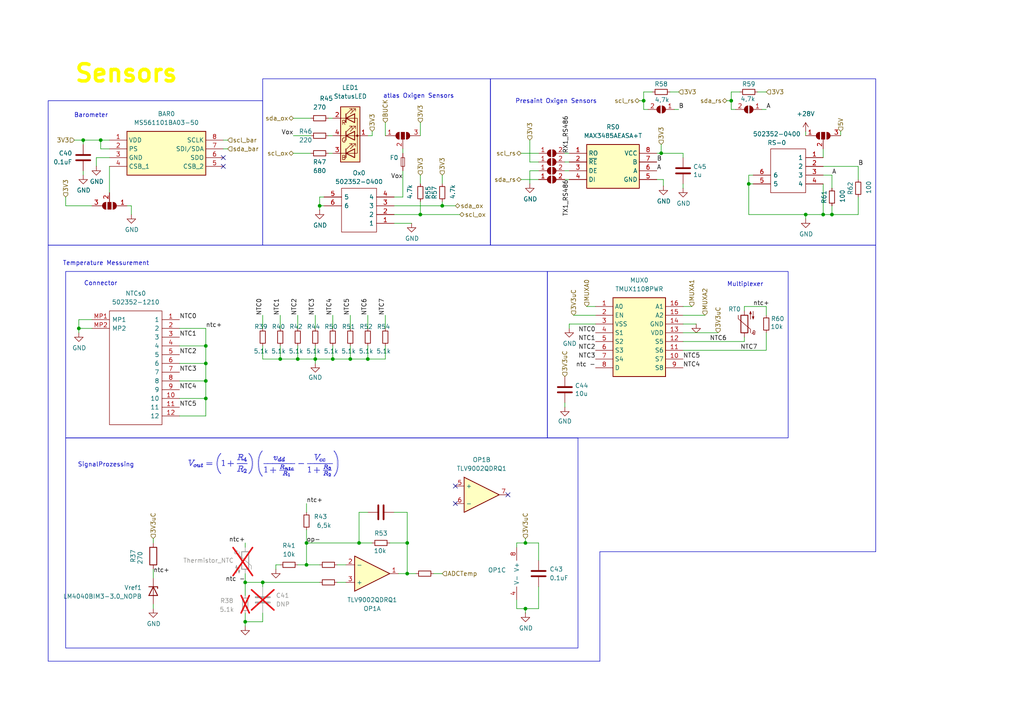
<source format=kicad_sch>
(kicad_sch (version 20231120) (generator "eeschema") (generator_version "8.0")
  (paper "A4")
  (junction (at 22.86 95.25))
  (junction (at 59.69 110.49))
  (junction (at 191.77 44.45))
  (junction (at 118.11 157.48))
  (junction (at 212.09 29.21))
  (junction (at 152.4 157.48))
  (junction (at 238.76 62.23))
  (junction (at 152.4 176.53))
  (junction (at 88.9 157.48))
  (junction (at 88.9 163.83))
  (junction (at 106.68 104.14))
  (junction (at 76.2 168.91))
  (junction (at 104.14 157.48))
  (junction (at 217.17 53.34))
  (junction (at 121.92 62.23))
  (junction (at 118.11 166.37))
  (junction (at 241.3 62.23))
  (junction (at 71.12 180.34))
  (junction (at 86.36 104.14))
  (junction (at 96.52 104.14))
  (junction (at 91.44 104.14))
  (junction (at 128.27 59.69))
  (junction (at 24.13 40.64))
  (junction (at 101.6 104.14))
  (junction (at 29.21 40.64))
  (junction (at 59.69 105.41))
  (junction (at 71.12 168.91))
  (junction (at 186.69 29.21))
  (junction (at 59.69 100.33))
  (junction (at 233.68 62.23))
  (junction (at 81.28 104.14))
  (junction (at 92.71 59.69))
  (junction (at 59.69 115.57))
  (no_connect (at 132.08 140.97))
  (no_connect (at 147.32 143.51))
  (no_connect (at 132.08 146.05))
  (no_connect (at 64.77 48.26))
  (no_connect (at 64.77 45.72))
  (polyline (pts (xy 82.4011 137.6881) (xy 82.4431 137.52)) (stroke (width 0.08)))
  (polyline (pts (xy 92.33 136.42) (xy 92.4844 136.4174)) (stroke (width 0.08)))
  (polyline (pts (xy 84.1804 135.7069) (xy 84.121 135.704)) (stroke (width 0.08)))
  (wire (pts (xy 238.76 62.23) (xy 241.3 62.23)))
  (polyline (pts (xy 87.0275 134.4975) (xy 87.35 134.5)) (stroke (width 0.08)))
  (polyline (pts (xy 79.2785 136.81) (xy 79.29 136.44)) (stroke (width 0.08)))
  (polyline (pts (xy 95.57 137.8383) (xy 95.4857 137.9184)) (stroke (width 0.08)))
  (polyline (pts (xy 94.7288 137.594) (xy 94.7165 137.7006)) (stroke (width 0.08)))
  (polyline (pts (xy 72.1515 131.5455) (xy 72.3102 131.75)) (stroke (width 0.08)))
  (polyline (pts (xy 13.97 71.12) (xy 254 71.12)))
  (wire (pts (xy 107.95 39.37) (xy 106.68 39.37)))
  (polyline (pts (xy 60.71 134.18) (xy 60.3698 134.1825)) (stroke (width 0.08)))
  (polyline (pts (xy 94.1692 135.3528) (xy 94.0822 135.6903)) (stroke (width 0.08)))
  (wire (pts (xy 152.4 176.53) (xy 156.21 176.53)))
  (polyline (pts (xy 69.7084 131.7397) (xy 69.2809 131.7416)) (stroke (width 0.08)))
  (polyline (pts (xy 70.2415 133.2885) (xy 70.2328 133.1799)) (stroke (width 0.08)))
  (polyline (pts (xy 69.4365 135.3331) (xy 69.3937 135.5059)) (stroke (width 0.08)))
  (wire (pts (xy 151.13 52.07) (xy 156.21 52.07)))
  (wire (pts (xy 233.68 62.23) (xy 238.76 62.23)))
  (wire (pts (xy 19.05 59.69) (xy 26.67 59.69)))
  (polyline (pts (xy 66.9445 135.2224) (xy 66.9585 134.89)) (stroke (width 0.08)))
  (polyline (pts (xy 69.7625 131.8226) (xy 69.9134 131.82)) (stroke (width 0.08)))
  (wire (pts (xy 81.28 91.44) (xy 81.28 95.25)))
  (polyline (pts (xy 58.6714 134.6712) (xy 58.6766 134.5736)) (stroke (width 0.08)))
  (polyline (pts (xy 69.5118 132.4988) (xy 69.5264 132.4323)) (stroke (width 0.08)))
  (polyline (pts (xy 83.2263 136.0488) (xy 83.2214 136.096)) (stroke (width 0.08)))
  (polyline (pts (xy 79.86 132.7505) (xy 79.8858 132.6504)) (stroke (width 0.08)))
  (polyline (pts (xy 91.8608 133.0775) (xy 91.7897 132.4945)) (stroke (width 0.08)))
  (polyline (pts (xy 81.5582 135.7992) (xy 81.5933 135.622)) (stroke (width 0.08)))
  (polyline (pts (xy 81.277 133.5935) (xy 81.3065 133.4572)) (stroke (width 0.08)))
  (wire (pts (xy 200.66 88.9) (xy 198.12 88.9)))
  (polyline (pts (xy 254 160.02) (xy 254 71.12)))
  (polyline (pts (xy 69.593 135.5263) (xy 69.6634 135.2804)) (stroke (width 0.08)))
  (wire (pts (xy 24.13 40.64) (xy 29.21 40.64)))
  (polyline (pts (xy 60.3698 134.6625) (xy 60.12 134.6705)) (stroke (width 0.08)))
  (polyline (pts (xy 58.3205 134.7731) (xy 58.38 134.776)) (stroke (width 0.08)))
  (polyline (pts (xy 90.075 134.4301) (xy 89.1693 134.4404)) (stroke (width 0.08)))
  (wire (pts (xy 113.03 157.48) (xy 118.11 157.48)))
  (polyline (pts (xy 82.8623 136.1875) (xy 82.9051 136.0431)) (stroke (width 0.08)))
  (polyline (pts (xy 79.8858 132.6504) (xy 79.9047 132.5646)) (stroke (width 0.08)))
  (polyline (pts (xy 81.1621 133.0853) (xy 81.1904 133.1205)) (stroke (width 0.08)))
  (polyline (pts (xy 92.81 134.42) (xy 91.203 134.4223)) (stroke (width 0.08)))
  (polyline (pts (xy 55.4395 134.8326) (xy 55.7636 134.3163)) (stroke (width 0.08)))
  (polyline (pts (xy 75.116 135.3851) (xy 75.0826 134.78)) (stroke (width 0.08)))
  (wire (pts (xy 80.01 163.83) (xy 81.28 163.83)))
  (polyline (pts (xy 81.03 134.42) (xy 79.042 134.4223)) (stroke (width 0.08)))
  (wire (pts (xy 217.17 50.8) (xy 217.17 53.34)))
  (polyline (pts (xy 76.86 135.567) (xy 77.03 135.5476)) (stroke (width 0.08)))
  (polyline (pts (xy 89.7504 135.418) (xy 89.71 135.44)) (stroke (width 0.08)))
  (polyline (pts (xy 58.5149 135.1634) (xy 58.5405 135.0603)) (stroke (width 0.08)))
  (polyline (pts (xy 69.6126 132.074) (xy 69.6333 131.9872)) (stroke (width 0.08)))
  (wire (pts (xy 111.76 100.33) (xy 111.76 104.14)))
  (polyline (pts (xy 70.23 133.0557) (xy 70.2269 132.8666)) (stroke (width 0.08)))
  (polyline (pts (xy 82.3447 132.9245) (xy 82.3186 133.0168)) (stroke (width 0.08)))
  (polyline (pts (xy 60.71 134.66) (xy 60.3698 134.6625)) (stroke (width 0.08)))
  (polyline (pts (xy 72.234 137.3552) (xy 72.416 137.17)) (stroke (width 0.08)))
  (polyline (pts (xy 94.7411 135.595) (xy 94.7284 135.7191)) (stroke (width 0.08)))
  (polyline (pts (xy 91.6512 133.0806) (xy 91.6874 133.3085)) (stroke (width 0.08)))
  (polyline (pts (xy 83.2509 135.7455) (xy 83.2414 135.8501)) (stroke (width 0.08)))
  (wire (pts (xy 152.4 177.8) (xy 152.4 176.53)))
  (polyline (pts (xy 79.29 136.44) (xy 79.66 136.4285)) (stroke (width 0.08)))
  (wire (pts (xy 101.6 91.44) (xy 101.6 95.25)))
  (wire (pts (xy 44.45 156.21) (xy 44.45 157.48)))
  (polyline (pts (xy 94.4038 136.3424) (xy 94.025 136.3503)) (stroke (width 0.08)))
  (polyline (pts (xy 94.6574 137.2312) (xy 94.5341 137.2482)) (stroke (width 0.08)))
  (wire (pts (xy 196.85 31.75) (xy 195.58 31.75)))
  (wire (pts (xy 97.79 168.91) (xy 100.33 168.91)))
  (polyline (pts (xy 83.0857 137.6644) (xy 83.0945 137.5722)) (stroke (width 0.08)))
  (polyline (pts (xy 87.6725 134.4225) (xy 87.35 134.42)) (stroke (width 0.08)))
  (polyline (pts (xy 65.06 135.0119) (xy 64.91 134.9721)) (stroke (width 0.08)))
  (wire (pts (xy 170.18 88.9) (xy 172.72 88.9)))
  (polyline (pts (xy 91.95 136.8) (xy 91.95 136.42)) (stroke (width 0.08)))
  (polyline (pts (xy 81.03 134.5) (xy 83.018 134.4977)) (stroke (width 0.08)))
  (wire (pts (xy 86.36 100.33) (xy 86.36 104.14)))
  (polyline (pts (xy 66.87 134.88) (xy 66.8736 135.2146)) (stroke (width 0.08)))
  (polyline (pts (xy 91.9389 135.685) (xy 91.927 135.5945)) (stroke (width 0.08)))
  (wire (pts (xy 81.28 104.14) (xy 86.36 104.14)))
  (polyline (pts (xy 76.0631 138.0437) (xy 75.9781 137.9322)) (stroke (width 0.08)))
  (polyline (pts (xy 81.3909 133.12) (xy 81.4365 132.9478)) (stroke (width 0.08)))
  (polyline (pts (xy 83.3376 135.9959) (xy 83.3663 135.9026)) (stroke (width 0.08)))
  (polyline (pts (xy 68.9442 136.7) (xy 68.8972 136.702)) (stroke (width 0.08)))
  (polyline (pts (xy 81.8678 135.38) (xy 81.7804 135.3771)) (stroke (width 0.08)))
  (polyline (pts (xy 71.1341 133.7725) (xy 71.25 133.7754)) (stroke (width 0.08)))
  (polyline (pts (xy 84.41 134.4899) (xy 85.5305 134.4797)) (stroke (width 0.08)))
  (wire (pts (xy 80.01 165.1) (xy 80.01 163.83)))
  (polyline (pts (xy 75.6666 137.4356) (xy 75.5157 137.1185)) (stroke (width 0.08)))
  (polyline (pts (xy 79.66 136.4285) (xy 79.8019 136.4214)) (stroke (width 0.08)))
  (polyline (pts (xy 78.4445 136.397) (xy 78.535 136.4089)) (stroke (width 0.08)))
  (polyline (pts (xy 94.7614 136.7107) (xy 94.4781 136.7054)) (stroke (width 0.08)))
  (polyline (pts (xy 79.2785 135.95) (xy 79.2645 135.6176)) (stroke (width 0.08)))
  (polyline (pts (xy 84.056 135.58) (xy 84.0712 135.4936)) (stroke (width 0.08)))
  (polyline (pts (xy 82.7321 135.8106) (xy 82.75 135.78)) (stroke (width 0.08)))
  (polyline (pts (xy 77.03 135.5476) (xy 77.03 136.2198)) (stroke (width 0.08)))
  (wire (pts (xy 163.83 52.07) (xy 165.1 52.07)))
  (polyline (pts (xy 82.8476 135.79) (xy 82.8447 135.836)) (stroke (width 0.08)))
  (polyline (pts (xy 94.8825 135.74) (xy 94.8911 135.6376)) (stroke (width 0.08)))
  (polyline (pts (xy 66.97 134.4) (xy 66.9585 134.03)) (stroke (width 0.08)))
  (polyline (pts (xy 81.4365 132.9478) (xy 81.475 132.7946)) (stroke (width 0.08)))
  (polyline (pts (xy 94.417 134.4977) (xy 95.545 134.4899)) (stroke (width 0.08)))
  (polyline (pts (xy 69.4517 135.2766) (xy 69.4365 135.3331)) (stroke (width 0.08)))
  (wire (pts (xy 210.82 29.21) (xy 212.09 29.21)))
  (polyline (pts (xy 67.5095 134.5015) (xy 67.6354 134.4896)) (stroke (width 0.08)))
  (polyline (pts (xy 83.1724 136.42) (xy 84.0972 136.4177)) (stroke (width 0.08)))
  (polyline (pts (xy 64.6424 135.0502) (xy 64.81 135.0518)) (stroke (width 0.08)))
  (polyline (pts (xy 91.9621 133.0535) (xy 91.9384 133.0881)) (stroke (width 0.08)))
  (polyline (pts (xy 61.0502 134.1825) (xy 60.71 134.18)) (stroke (width 0.08)))
  (polyline (pts (xy 92.6955 136.363) (xy 92.605 136.3511)) (stroke (width 0.08)))
  (polyline (pts (xy 91.4047 131.7462) (xy 91.3178 131.7525)) (stroke (width 0.08)))
  (polyline (pts (xy 69.416 133.3921) (xy 69.4993 133.3827)) (stroke (width 0.08)))
  (wire (pts (xy 86.36 104.14) (xy 91.44 104.14)))
  (polyline (pts (xy 60.12 134.2495) (xy 60.3698 134.2575)) (stroke (width 0.08)))
  (wire (pts (xy 215.9 99.06) (xy 215.9 97.79)))
  (polyline (pts (xy 77.23 136.136) (xy 77.2267 135.6045)) (stroke (width 0.08)))
  (polyline (pts (xy 67.6354 134.4896) (xy 67.737 134.4752)) (stroke (width 0.08)))
  (polyline (pts (xy 91.48 136.4285) (xy 91.85 136.44)) (stroke (width 0.08)))
  (polyline (pts (xy 88.093 134.4418) (xy 87.91 134.4305)) (stroke (width 0.08)))
  (wire (pts (xy 76.2 177.8) (xy 76.2 180.34)))
  (polyline (pts (xy 82.8262 135.9783) (xy 82.8141 136.05)) (stroke (width 0.08)))
  (polyline (pts (xy 70.1413 136.0308) (xy 70.1099 135.9953)) (stroke (width 0.08)))
  (wire (pts (xy 91.44 104.14) (xy 96.52 104.14)))
  (polyline (pts (xy 76.7769 135.5751) (xy 76.86 135.567)) (stroke (width 0.08)))
  (polyline (pts (xy 95.1061 137.7386) (xy 95.0715 137.7721)) (stroke (width 0.08)))
  (wire (pts (xy 76.2 168.91) (xy 92.71 168.91)))
  (wire (pts (xy 222.25 96.52) (xy 222.25 101.6)))
  (polyline (pts (xy 58.39 134.7445) (xy 58.3231 134.7632)) (stroke (width 0.08)))
  (wire (pts (xy 186.69 31.75) (xy 187.96 31.75)))
  (polyline (pts (xy 89.701 136.2081) (xy 89.69 136.8775)) (stroke (width 0.08)))
  (polyline (pts (xy 74.9248 135.6775) (xy 75.0106 136.1142)) (stroke (width 0.08)))
  (wire (pts (xy 88.9 153.67) (xy 88.9 157.48)))
  (polyline (pts (xy 173.99 191.77) (xy 173.99 160.02)))
  (polyline (pts (xy 71.1677 132.7613) (xy 70.9807 133.0119)) (stroke (width 0.08)))
  (polyline (pts (xy 60.71 134.74) (xy 61.0502 134.7375)) (stroke (width 0.08)))
  (polyline (pts (xy 95.899 137.98) (xy 95.9011 137.9442)) (stroke (width 0.08)))
  (wire (pts (xy 24.13 40.64) (xy 24.13 41.91)))
  (polyline (pts (xy 173.99 160.02) (xy 254 160.02)))
  (wire (pts (xy 233.68 62.23) (xy 233.68 63.5)))
  (wire (pts (xy 96.52 91.44) (xy 96.52 95.25)))
  (polyline (pts (xy 61.3 134.1905) (xy 61.0502 134.1825)) (stroke (width 0.08)))
  (polyline (pts (xy 71.53 133.4722) (xy 71.43 133.4561)) (stroke (width 0.08)))
  (polyline (pts (xy 73.1073 134.5084) (xy 73.0904 135.003)) (stroke (width 0.08)))
  (wire (pts (xy 111.76 91.44) (xy 111.76 95.25)))
  (polyline (pts (xy 69.3256 136.5378) (xy 69.3932 136.2883)) (stroke (width 0.08)))
  (polyline (pts (xy 94.5104 135.38) (xy 94.3954 135.3778)) (stroke (width 0.08)))
  (polyline (pts (xy 69.3937 135.5059) (xy 69.3432 135.7118)) (stroke (width 0.08)))
  (wire (pts (xy 26.67 95.25) (xy 22.86 95.25)))
  (polyline (pts (xy 83.7934 137.3705) (xy 83.7817 137.7035)) (stroke (width 0.08)))
  (wire (pts (xy 92.71 57.15) (xy 92.71 59.69)))
  (polyline (pts (xy 81.3271 135.9701) (xy 81.43 135.9714)) (stroke (width 0.08)))
  (polyline (pts (xy 70.23 134.5) (xy 70.8714 134.4976)) (stroke (width 0.08)))
  (polyline (pts (xy 71.17 132.84) (xy 71.1821 133.0958)) (stroke (width 0.08)))
  (polyline (pts (xy 69.522 135.8729) (xy 69.5383 135.7753)) (stroke (width 0.08)))
  (polyline (pts (xy 94.3337 135.2738) (xy 94.3463 135.2194)) (stroke (width 0.08)))
  (wire (pts (xy 156.21 170.18) (xy 156.21 176.53)))
  (wire (pts (xy 95.25 44.45) (xy 96.52 44.45)))
  (wire (pts (xy 198.12 99.06) (xy 215.9 99.06)))
  (polyline (pts (xy 87.0275 134.4225) (xy 86.79 134.4305)) (stroke (width 0.08)))
  (polyline (pts (xy 70.23 134.42) (xy 69.5886 134.4224)) (stroke (width 0.08)))
  (polyline (pts (xy 68.7684 134.479) (xy 69.13 134.4897)) (stroke (width 0.08)))
  (polyline (pts (xy 70.9807 133.0119) (xy 70.8233 133.24)) (stroke (width 0.08)))
  (polyline (pts (xy 70.2471 136.6134) (xy 70.2381 136.4402)) (stroke (width 0.08)))
  (polyline (pts (xy 82.5378 137.2726) (xy 82.564 137.1086)) (stroke (width 0.08)))
  (polyline (pts (xy 81.4702 135.519) (xy 81.4074 135.7421)) (stroke (width 0.08)))
  (polyline (pts (xy 94.93 136.34) (xy 94.4038 136.3424)) (stroke (width 0.08)))
  (wire (pts (xy 196.85 26.67) (xy 194.31 26.67)))
  (polyline (pts (xy 84.6966 135.7215) (xy 84.5931 135.8036)) (stroke (width 0.08)))
  (polyline (pts (xy 94.2478 135.0289) (xy 94.1692 135.3528)) (stroke (width 0.08)))
  (polyline (pts (xy 94.93 136.42) (xy 95.4562 136.4176)) (stroke (width 0.08)))
  (polyline (pts (xy 95.545 134.4899) (xy 96.4507 134.4796)) (stroke (width 0.08)))
  (polyline (pts (xy 91.9161 133.2295) (xy 92.0815 132.9761)) (stroke (width 0.08)))
  (polyline (pts (xy 75.268 136.3793) (xy 75.1772 135.9126)) (stroke (width 0.08)))
  (polyline (pts (xy 94.09 135.9691) (xy 94.192 135.968)) (stroke (width 0.08)))
  (polyline (pts (xy 70.8155 137.0223) (xy 70.7572 137.089)) (stroke (width 0.08)))
  (polyline (pts (xy 94.7284 135.7191) (xy 94.7158 135.8421)) (stroke (width 0.08)))
  (wire (pts (xy 85.09 34.29) (xy 90.17 34.29)))
  (wire (pts (xy 149.86 176.53) (xy 149.86 173.99)))
  (polyline (pts (xy 82.9463 137.4242) (xy 82.932 137.5579)) (stroke (width 0.08)))
  (wire (pts (xy 106.68 148.59) (xy 104.14 148.59)))
  (wire (pts (xy 111.76 35.56) (xy 111.76 39.37)))
  (polyline (pts (xy 55.3376 134.7644) (xy 55.2674 134.2453)) (stroke (width 0.08)))
  (polyline (pts (xy 69.3932 136.2883) (xy 69.4681 136.035)) (stroke (width 0.08)))
  (polyline (pts (xy 64.91 134.216) (xy 64.907 133.768)) (stroke (width 0.08)))
  (polyline (pts (xy 94.3243 135.31) (xy 94.3337 135.2738)) (stroke (width 0.08)))
  (polyline (pts (xy 83.2319 135.9842) (xy 83.2263 136.0488)) (stroke (width 0.08)))
  (wire (pts (xy 71.12 177.8) (xy 71.12 180.34)))
  (polyline (pts (xy 91.893 135.5945) (xy 91.8811 135.685)) (stroke (width 0.08)))
  (polyline (pts (xy 81.5904 135.0661) (xy 81.4702 135.519)) (stroke (width 0.08)))
  (polyline (pts (xy 66.3356 134.4226) (xy 66.215 134.4311)) (stroke (width 0.08)))
  (polyline (pts (xy 89.8629 135.6004) (xy 89.8511 135.3922)) (stroke (width 0.08)))
  (polyline (pts (xy 70.0732 135.9302) (xy 70.0852 135.9234)) (stroke (width 0.08)))
  (wire (pts (xy 218.44 50.8) (xy 217.17 50.8)))
  (polyline (pts (xy 55.0719 134.34) (xy 55.1078 134.612)) (stroke (width 0.08)))
  (polyline (pts (xy 78.6556 136.4174) (xy 78.81 136.42)) (stroke (width 0.08)))
  (polyline (pts (xy 81.7067 135.1442) (xy 81.7414 135.0086)) (stroke (width 0.08)))
  (polyline (pts (xy 91.8811 135.685) (xy 91.8726 135.8056)) (stroke (width 0.08)))
  (wire (pts (xy 88.9 157.48) (xy 104.14 157.48)))
  (polyline (pts (xy 70.5216 136.5644) (xy 70.4602 136.6632)) (stroke (width 0.08)))
  (wire (pts (xy 85.09 44.45) (xy 90.17 44.45)))
  (polyline (pts (xy 89.1693 134.4796) (xy 90.075 134.4899)) (stroke (width 0.08)))
  (polyline (pts (xy 82.2581 133.2527) (xy 82.2303 133.3788)) (stroke (width 0.08)))
  (polyline (pts (xy 82.964 136.7088) (xy 82.6974 136.7046)) (stroke (width 0.08)))
  (wire (pts (xy 64.77 40.64) (xy 66.04 40.64)))
  (wire (pts (xy 190.5 44.45) (xy 191.77 44.45)))
  (wire (pts (xy 163.83 44.45) (xy 165.1 44.45)))
  (wire (pts (xy 192.405 53.975) (xy 192.405 52.07)))
  (polyline (pts (xy 94.6247 135.3752) (xy 94.5104 135.38)) (stroke (width 0.08)))
  (polyline (pts (xy 83.9645 135.9587) (xy 83.9941 135.8596)) (stroke (width 0.08)))
  (polyline (pts (xy 89.7119 135.5387) (xy 89.701 136.2081)) (stroke (width 0.08)))
  (polyline (pts (xy 81.3047 132.9245) (xy 81.2798 133.011)) (stroke (width 0.08)))
  (polyline (pts (xy 68.964 133.3921) (xy 69.0673 133.3989)) (stroke (width 0.08)))
  (polyline (pts (xy 94.025 136.4097) (xy 94.4038 136.4176)) (stroke (width 0.08)))
  (wire (pts (xy 118.11 166.37) (xy 115.57 166.37)))
  (polyline (pts (xy 81.8013 134.8225) (xy 81.6362 134.8254)) (stroke (width 0.08)))
  (polyline (pts (xy 97.4058 137.5058) (xy 97.5705 137.2)) (stroke (width 0.08)))
  (wire (pts (xy 27.94 45.72) (xy 31.75 45.72)))
  (wire (pts (xy 71.12 157.48) (xy 71.12 158.75)))
  (polyline (pts (xy 97.026 138.0565) (xy 97.2126 137.8057)) (stroke (width 0.08)))
  (wire (pts (xy 85.09 39.37) (xy 90.17 39.37)))
  (polyline (pts (xy 55.2674 134.2453) (xy 55.2058 133.7726)) (stroke (width 0.08)))
  (wire (pts (xy 59.69 110.49) (xy 59.69 115.57)))
  (polyline (pts (xy 79.19 136.34) (xy 78.81 136.34)) (stroke (width 0.08)))
  (polyline (pts (xy 75.5366 137.5018) (xy 75.7301 137.795)) (stroke (width 0.08)))
  (polyline (pts (xy 83.9123 137.8819) (xy 83.91 137.6613)) (stroke (width 0.08)))
  (wire (pts (xy 107.95 39.37) (xy 107.95 38.1)))
  (polyline (pts (xy 58.4962 135.2584) (xy 58.5149 135.1634)) (stroke (width 0.08)))
  (polyline (pts (xy 71.33 134.4303) (xy 70.8714 134.4224)) (stroke (width 0.08)))
  (polyline (pts (xy 83.7206 138.0914) (xy 83.83 138.0935)) (stroke (width 0.08)))
  (polyline (pts (xy 55.09 133.3933) (xy 54.975 133.3973)) (stroke (width 0.08)))
  (polyline (pts (xy 78.535 136.4089) (xy 78.6556 136.4174)) (stroke (width 0.08)))
  (polyline (pts (xy 70.8876 136.9447) (xy 70.8155 137.0223)) (stroke (width 0.08)))
  (polyline (pts (xy 70.0852 135.9234) (xy 70.1311 135.8995)) (stroke (width 0.08)))
  (polyline (pts (xy 78.535 136.3511) (xy 78.4445 136.363)) (stroke (width 0.08)))
  (polyline (pts (xy 83.3163 136.0661) (xy 83.3376 135.9959)) (stroke (width 0.08)))
  (polyline (pts (xy 71.6916 134.441) (xy 71.33 134.4303)) (stroke (width 0.08)))
  (polyline (pts (xy 83.9468 136.0362) (xy 83.9645 135.9587)) (stroke (width 0.08)))
  (wire (pts (xy 121.92 62.23) (xy 121.92 58.42)))
  (polyline (pts (xy 55.2809 133.396) (xy 55.09 133.3933)) (stroke (width 0.08)))
  (polyline (pts (xy 76.5295 134.4797) (xy 77.65 134.4899)) (stroke (width 0.08)))
  (polyline (pts (xy 81.475 132.7946) (xy 81.5059 132.6648)) (stroke (width 0.08)))
  (wire (pts (xy 114.3 59.69) (xy 128.27 59.69)))
  (polyline (pts (xy 94.1877 137.1533) (xy 94.0793 137.5791)) (stroke (width 0.08)))
  (polyline (pts (xy 94.3596 135.1587) (xy 94.3716 135.1)) (stroke (width 0.08)))
  (polyline (pts (xy 61.3 134.2495) (xy 61.4929 134.2383)) (stroke (width 0.08)))
  (polyline (pts (xy 96.9134 130.8833) (xy 96.9926 130.99)) (stroke (width 0.08)))
  (polyline (pts (xy 68.9087 136.7561) (xy 69.1955 136.7617)) (stroke (width 0.08)))
  (polyline (pts (xy 83.69 137.3602) (xy 83.57 137.4167)) (stroke (width 0.08)))
  (polyline (pts (xy 89.79 136.9739) (xy 90.0533 136.973)) (stroke (width 0.08)))
  (polyline (pts (xy 97.2126 137.8057) (xy 97.4058 137.5058)) (stroke (width 0.08)))
  (polyline (pts (xy 79.8019 136.4214) (xy 79.9213 136.4095)) (stroke (width 0.08)))
  (polyline (pts (xy 94.3848 134.8311) (xy 94.2698 134.8333)) (stroke (width 0.08)))
  (polyline (pts (xy 60.12 134.1905) (xy 59.9271 134.2017)) (stroke (width 0.08)))
  (polyline (pts (xy 82.4431 137.52) (xy 82.4775 137.4014)) (stroke (width 0.08)))
  (polyline (pts (xy 95.4857 137.9184) (xy 95.4146 137.9909)) (stroke (width 0.08)))
  (polyline (pts (xy 70.2537 133.3763) (xy 70.2415 133.2885)) (stroke (width 0.08)))
  (polyline (pts (xy 77.38 136.9319) (xy 77.23 136.8921)) (stroke (width 0.08)))
  (polyline (pts (xy 94.8229 134.8486) (xy 94.5359 134.8326)) (stroke (width 0.08)))
  (polyline (pts (xy 79.8295 132.8536) (xy 79.86 132.7505)) (stroke (width 0.08)))
  (wire (pts (xy 125.73 166.37) (xy 128.27 166.37)))
  (polyline (pts (xy 81.6056 136.4098) (xy 82.2553 136.4177)) (stroke (width 0.08)))
  (polyline (pts (xy 81.3417 132.768) (xy 81.3047 132.9245)) (stroke (width 0.08)))
  (polyline (pts (xy 59.9271 134.2383) (xy 60.12 134.2495)) (stroke (width 0.08)))
  (polyline (pts (xy 82.46 135.9) (xy 82.519 135.8)) (stroke (width 0.08)))
  (polyline (pts (xy 92.0855 132.8573) (xy 91.9988 132.9949)) (stroke (width 0.08)))
  (polyline (pts (xy 91.203 134.4223) (xy 90.075 134.4301)) (stroke (width 0.08)))
  (polyline (pts (xy 75.8267 137.7191) (xy 75.6666 137.4356)) (stroke (width 0.08)))
  (polyline (pts (xy 82.3817 132.7679) (xy 82.3447 132.9245)) (stroke (width 0.08)))
  (wire (pts (xy 238.76 50.8) (xy 241.3 50.8)))
  (polyline (pts (xy 91.203 134.4977) (xy 92.81 134.5)) (stroke (width 0.08)))
  (polyline (pts (xy 63.8873 131.7535) (xy 63.9573 131.6727)) (stroke (width 0.08)))
  (wire (pts (xy 118.11 157.48) (xy 118.11 166.37)))
  (polyline (pts (xy 69.7634 135.1124) (xy 69.4685 135.1097)) (stroke (width 0.08)))
  (wire (pts (xy 208.28 96.52) (xy 198.12 96.52)))
  (wire (pts (xy 76.2 168.91) (xy 76.2 170.18)))
  (polyline (pts (xy 94.2002 135.8174) (xy 94.2432 135.64)) (stroke (width 0.08)))
  (polyline (pts (xy 82.8447 135.836) (xy 82.8368 135.9035)) (stroke (width 0.08)))
  (polyline (pts (xy 92.3001 132.517) (xy 92.1888 132.6935)) (stroke (width 0.08)))
  (polyline (pts (xy 70.4334 135.2506) (xy 70.3168 135.12)) (stroke (width 0.08)))
  (polyline (pts (xy 63.8226 137.23) (xy 63.9704 137.3761)) (stroke (width 0.08)))
  (polyline (pts (xy 73.2941 134.4589) (xy 73.2764 133.8223)) (stroke (width 0.08)))
  (polyline (pts (xy 82.2808 132.6581) (xy 82.32 132.6594)) (stroke (width 0.08)))
  (polyline (pts (xy 69.9134 131.82) (xy 70.0117 131.823)) (stroke (width 0.08)))
  (wire (pts (xy 119.38 64.77) (xy 114.3 64.77)))
  (polyline (pts (xy 89.8791 136.1288) (xy 89.8729 135.8417)) (stroke (width 0.08)))
  (polyline (pts (xy 94.09 137.86) (xy 94.2006 137.8576)) (stroke (width 0.08)))
  (polyline (pts (xy 92.4844 136.3426) (xy 92.33 136.34)) (stroke (width 0.08)))
  (polyline (pts (xy 91.769 133.4498) (xy 91.9161 133.2295)) (stroke (width 0.08)))
  (polyline (pts (xy 58.4589 134.9071) (xy 58.4115 135.0963)) (stroke (width 0.08)))
  (wire (pts (xy 222.25 26.67) (xy 219.71 26.67)))
  (polyline (pts (xy 84.7391 136.4099) (xy 85.2394 136.3994)) (stroke (width 0.08)))
  (polyline (pts (xy 82.519 135.8) (xy 82.4381 135.89)) (stroke (width 0.08)))
  (wire (pts (xy 95.25 39.37) (xy 96.52 39.37)))
  (wire (pts (xy 151.13 44.45) (xy 156.21 44.45)))
  (polyline (pts (xy 69.589 132.1713) (xy 69.6126 132.074)) (stroke (width 0.08)))
  (polyline (pts (xy 75.1202 136.5321) (xy 75.2478 136.9121)) (stroke (width 0.08)))
  (polyline (pts (xy 70.9731 136.8586) (xy 70.8876 136.9447)) (stroke (width 0.08)))
  (polyline (pts (xy 81.5933 135.622) (xy 81.6366 135.42)) (stroke (width 0.08)))
  (polyline (pts (xy 89.5448 135.5655) (xy 89.7119 135.5387)) (stroke (width 0.08)))
  (wire (pts (xy 64.77 43.18) (xy 66.04 43.18)))
  (polyline (pts (xy 64.7383 133.5251) (xy 64.6644 133.5551)) (stroke (width 0.08)))
  (wire (pts (xy 222.25 88.9) (xy 222.25 91.44)))
  (polyline (pts (xy 67.36 134.5086) (xy 67.5095 134.5015)) (stroke (width 0.08)))
  (polyline (pts (xy 69.5886 134.4224) (xy 69.13 134.4303)) (stroke (width 0.08)))
  (polyline (pts (xy 91.49 136.34) (xy 91.1554 136.3436)) (stroke (width 0.08)))
  (polyline (pts (xy 55.7636 134.3163) (xy 56.0539 133.857)) (stroke (width 0.08)))
  (polyline (pts (xy 83.8696 135.9344) (xy 83.8562 135.9989)) (stroke (width 0.08)))
  (polyline (pts (xy 83.7589 135.7163) (xy 83.8242 135.7428)) (stroke (width 0.08)))
  (wire (pts (xy 104.14 157.48) (xy 107.95 157.48)))
  (polyline (pts (xy 71.33 134.4897) (xy 71.6916 134.479)) (stroke (width 0.08)))
  (wire (pts (xy 238.76 43.18) (xy 238.76 45.72)))
  (polyline (pts (xy 66.87 134.42) (xy 66.49 134.42)) (stroke (width 0.08)))
  (polyline (pts (xy 60.3698 134.2575) (xy 60.71 134.26)) (stroke (width 0.08)))
  (polyline (pts (xy 70.7853 133.4926) (xy 70.8671 133.4982)) (stroke (width 0.08)))
  (polyline (pts (xy 69.5383 135.7753) (xy 69.5615 135.6596)) (stroke (width 0.08)))
  (wire (pts (xy 149.86 157.48) (xy 152.4 157.48)))
  (polyline (pts (xy 79.19 136.8) (xy 79.1936 137.1346)) (stroke (width 0.08)))
  (wire (pts (xy 29.21 40.64) (xy 31.75 40.64)))
  (polyline (pts (xy 13.97 71.12) (xy 13.97 191.77)))
  (polyline (pts (xy 92.5439 132.2465) (xy 92.6989 132.023)) (stroke (width 0.08)))
  (polyline (pts (xy 83.1699 137.8662) (xy 83.136 137.8267)) (stroke (width 0.08)))
  (polyline (pts (xy 81.0022 133.095) (xy 81.0781 133.0462)) (stroke (width 0.08)))
  (polyline (pts (xy 83 137.2526) (xy 83.089 137.2085)) (stroke (width 0.08)))
  (polyline (pts (xy 92.5672 132.0909) (xy 92.3001 132.517)) (stroke (width 0.08)))
  (polyline (pts (xy 55.9941 133.4208) (xy 56.0118 133.4401)) (stroke (width 0.08)))
  (polyline (pts (xy 70.8859 133.2292) (xy 70.9637 133.1198)) (stroke (width 0.08)))
  (wire (pts (xy 59.69 115.57) (xy 59.69 120.65)))
  (wire (pts (xy 101.6 100.33) (xy 101.6 104.14)))
  (polyline (pts (xy 79.7716 133.0538) (xy 79.8295 132.8536)) (stroke (width 0.08)))
  (polyline (pts (xy 82.321 133.5342) (xy 82.3917 133.215)) (stroke (width 0.08)))
  (polyline (pts (xy 69.3432 135.7118) (xy 69.2879 135.94)) (stroke (width 0.08)))
  (polyline (pts (xy 82.7501 137.2474) (xy 82.5378 137.2726)) (stroke (width 0.08)))
  (polyline (pts (xy 66.49 134.42) (xy 66.3356 134.4226)) (stroke (width 0.08)))
  (polyline (pts (xy 56.1631 133.4073) (xy 56.0792 133.4106)) (stroke (width 0.08)))
  (polyline (pts (xy 83.8448 136.0635) (xy 83.8337 136.148)) (stroke (width 0.08)))
  (polyline (pts (xy 77.13 136.9717) (xy 77.3554 136.9707)) (stroke (width 0.08)))
  (polyline (pts (xy 95.5165 138.0941) (xy 95.62 138.0918)) (stroke (width 0.08)))
  (polyline (pts (xy 82.5612 136.7077) (xy 82.4593 136.7135)) (stroke (width 0.08)))
  (polyline (pts (xy 70.2381 136.4402) (xy 70.2284 136.2702)) (stroke (width 0.08)))
  (wire (pts (xy 31.75 48.26) (xy 31.75 55.88)))
  (polyline (pts (xy 95.6262 135.822) (xy 95.6902 135.8528)) (stroke (width 0.08)))
  (polyline (pts (xy 63.9573 131.6727) (xy 64.0163 131.6008)) (stroke (width 0.08)))
  (polyline (pts (xy 64.91 134.9721) (xy 64.91 134.216)) (stroke (width 0.08)))
  (polyline (pts (xy 97.0329 137.8572) (xy 96.9266 138.0045)) (stroke (width 0.08)))
  (wire (pts (xy 153.67 40.64) (xy 153.67 46.99)))
  (wire (pts (xy 114.3 148.59) (xy 118.11 148.59)))
  (polyline (pts (xy 95.457 137.98) (xy 95.6835 137.8178)) (stroke (width 0.08)))
  (wire (pts (xy 241.3 62.23) (xy 241.3 59.69)))
  (polyline (pts (xy 82.4276 137.0225) (xy 82.3357 137.4)) (stroke (width 0.08)))
  (polyline (pts (xy 82.8368 135.9035) (xy 82.8262 135.9783)) (stroke (width 0.08)))
  (wire (pts (xy 86.36 163.83) (xy 88.9 163.83)))
  (polyline (pts (xy 81.2166 133.2841) (xy 81.1942 133.3969)) (stroke (width 0.08)))
  (polyline (pts (xy 95.835 136.3503) (xy 95.4562 136.3424)) (stroke (width 0.08)))
  (polyline (pts (xy 95.6702 135.7514) (xy 95.6204 135.7885)) (stroke (width 0.08)))
  (wire (pts (xy 248.92 52.07) (xy 248.92 48.26)))
  (polyline (pts (xy 64.56 133.6415) (xy 64.75 133.6215)) (stroke (width 0.08)))
  (polyline (pts (xy 54.8781 133.4056) (xy 54.8007 133.4164)) (stroke (width 0.08)))
  (polyline (pts (xy 95.62 138.0918) (xy 95.7871 138.0822)) (stroke (width 0.08)))
  (polyline (pts (xy 80.377 132.7775) (xy 80.3369 132.9148)) (stroke (width 0.08)))
  (polyline (pts (xy 70.7756 133.4082) (xy 70.8235 133.3262)) (stroke (width 0.08)))
  (polyline (pts (xy 91.3667 131.802) (xy 91.4019 131.8169)) (stroke (width 0.08)))
  (wire (pts (xy 241.3 54.61) (xy 241.3 50.8)))
  (polyline (pts (xy 91.87 135.96) (xy 91.87 136.34)) (stroke (width 0.08)))
  (polyline (pts (xy 64.75 133.6215) (xy 64.75 134.2784)) (stroke (width 0.08)))
  (polyline (pts (xy 70.9637 133.1198) (xy 71.17 132.84)) (stroke (width 0.08)))
  (polyline (pts (xy 60.71 134.26) (xy 61.0502 134.2575)) (stroke (width 0.08)))
  (polyline (pts (xy 69.1955 136.7617) (xy 69.4859 136.7609)) (stroke (width 0.08)))
  (polyline (pts (xy 70.3168 135.12) (xy 69.7634 135.1124)) (stroke (width 0.08)))
  (wire (pts (xy 76.2 100.33) (xy 76.2 104.14)))
  (polyline (pts (xy 87.91 134.4305) (xy 87.6725 134.4225)) (stroke (width 0.08)))
  (polyline (pts (xy 58.4849 135.3376) (xy 58.4962 135.2584)) (stroke (width 0.08)))
  (polyline (pts (xy 95.7454 137.9767) (xy 95.6602 137.98)) (stroke (width 0.08)))
  (wire (pts (xy 153.67 53.34) (xy 153.67 49.53)))
  (polyline (pts (xy 79.9213 136.3505) (xy 79.8019 136.3386)) (stroke (width 0.08)))
  (wire (pts (xy 189.23 26.67) (xy 186.69 26.67)))
  (polyline (pts (xy 71.43 133.4979) (xy 71.53 133.4722)) (stroke (width 0.08)))
  (polyline (pts (xy 69.5615 135.6596) (xy 69.593 135.5263)) (stroke (width 0.08)))
  (polyline (pts (xy 81.43 135.9714) (xy 81.5254 135.9699)) (stroke (width 0.08)))
  (wire (pts (xy 121.92 50.8) (xy 121.92 53.34)))
  (polyline (pts (xy 94.3463 135.2194) (xy 94.3596 135.1587)) (stroke (width 0.08)))
  (polyline (pts (xy 91.7685 131.7424) (xy 91.6324 131.74)) (stroke (width 0.08)))
  (polyline (pts (xy 79.8019 136.3386) (xy 79.66 136.3315)) (stroke (width 0.08)))
  (polyline (pts (xy 82.6861 137.3039) (xy 82.751 137.3052)) (stroke (width 0.08)))
  (wire (pts (xy 149.86 157.48) (xy 149.86 158.75)))
  (wire (pts (xy 191.77 41.91) (xy 191.77 44.45)))
  (wire (pts (xy 96.52 104.14) (xy 101.6 104.14)))
  (polyline (pts (xy 89.89 136.8775) (xy 89.8791 136.1288)) (stroke (width 0.08)))
  (polyline (pts (xy 61.0502 134.6625) (xy 60.71 134.66)) (stroke (width 0.08)))
  (polyline (pts (xy 83.8562 135.9989) (xy 83.8448 136.0635)) (stroke (width 0.08)))
  (wire (pts (xy 133.35 62.23) (xy 121.92 62.23)))
  (wire (pts (xy 215.9 90.17) (xy 215.9 88.9)))
  (wire (pts (xy 153.67 49.53) (xy 156.21 49.53)))
  (polyline (pts (xy 82.0933 135.6142) (xy 82.0535 135.7619)) (stroke (width 0.08)))
  (polyline (pts (xy 82.9 136.743) (xy 82.9699 136.7522)) (stroke (width 0.08)))
  (polyline (pts (xy 94.2262 137.5824) (xy 94.2397 137.514)) (stroke (width 0.08)))
  (polyline (pts (xy 71.25 133.7754) (xy 71.4175 133.7764)) (stroke (width 0.08)))
  (polyline (pts (xy 66.215 134.4311) (xy 66.1245 134.443)) (stroke (width 0.08)))
  (polyline (pts (xy 71.2672 136.9767) (xy 71.1457 136.98)) (stroke (width 0.08)))
  (polyline (pts (xy 82.3917 133.215) (xy 82.4685 132.8922)) (stroke (width 0.08)))
  (wire (pts (xy 52.07 100.33) (xy 59.69 100.33)))
  (polyline (pts (xy 57.3706 134.8922) (xy 57.3259 135.0338)) (stroke (width 0.08)))
  (polyline (pts (xy 79.69 132.7875) (xy 79.6162 133.0076)) (stroke (width 0.08)))
  (polyline (pts (xy 85.5305 134.4403) (xy 84.41 134.4301)) (stroke (width 0.08)))
  (polyline (pts (xy 71.1457 136.98) (xy 70.9054 136.98)) (stroke (width 0.08)))
  (polyline (pts (xy 81.3065 133.4572) (xy 81.3452 133.2951)) (stroke (width 0.08)))
  (polyline (pts (xy 91.95 135.96) (xy 91.9474 135.8056)) (stroke (width 0.08)))
  (wire (pts (xy 152.4 156.21) (xy 152.4 157.48)))
  (polyline (pts (xy 81.0889 136.3993) (xy 81.6056 136.4098)) (stroke (width 0.08)))
  (wire (pts (xy 128.27 58.42) (xy 128.27 59.69)))
  (wire (pts (xy 59.69 95.25) (xy 59.69 100.33)))
  (polyline (pts (xy 71.3616 136.5696) (xy 71.4298 136.4861)) (stroke (width 0.08)))
  (polyline (pts (xy 56.1608 133.5655) (xy 55.7664 134.1904)) (stroke (width 0.08)))
  (polyline (pts (xy 67.737 134.4448) (xy 67.6354 134.4304)) (stroke (width 0.08)))
  (polyline (pts (xy 79.1936 135.6254) (xy 79.19 135.96)) (stroke (width 0.08)))
  (polyline (pts (xy 57.8196 134.9427) (xy 57.7668 135.16)) (stroke (width 0.08)))
  (polyline (pts (xy 69.5264 132.4323) (xy 69.5444 132.354)) (stroke (width 0.08)))
  (polyline (pts (xy 92.33 136.34) (xy 91.95 136.34)) (stroke (width 0.08)))
  (wire (pts (xy 165.1 93.98) (xy 172.72 93.98)))
  (polyline (pts (xy 66.1245 134.477) (xy 66.215 134.4889)) (stroke (width 0.08)))
  (polyline (pts (xy 83.0945 137.5722) (xy 83.1049 137.4715)) (stroke (width 0.08)))
  (polyline (pts (xy 56.0792 133.4106) (xy 56.0067 133.4139)) (stroke (width 0.08)))
  (wire (pts (xy 185.42 29.21) (xy 186.69 29.21)))
  (polyline (pts (xy 91.95 136.34) (xy 91.95 135.96)) (stroke (width 0.08)))
  (polyline (pts (xy 95.4562 136.4176) (xy 95.835 136.4097)) (stroke (width 0.08)))
  (wire (pts (xy 71.12 168.91) (xy 71.12 172.72)))
  (polyline (pts (xy 94.2432 135.64) (xy 94.2784 135.518)) (stroke (width 0.08)))
  (polyline (pts (xy 83.9351 136.1068) (xy 83.9468 136.0362)) (stroke (width 0.08)))
  (wire (pts (xy 88.9 146.05) (xy 88.9 148.59)))
  (polyline (pts (xy 95.4293 138.091) (xy 95.5165 138.0941)) (stroke (width 0.08)))
  (polyline (pts (xy 69.3916 132.1323) (xy 69.3354 132.3599)) (stroke (width 0.08)))
  (wire (pts (xy 238.76 48.26) (xy 248.92 48.26)))
  (polyline (pts (xy 94.8172 137.2499) (xy 94.8984 137.2016)) (stroke (width 0.08)))
  (polyline (pts (xy 54.975 133.3973) (xy 54.8781 133.4056)) (stroke (width 0.08)))
  (wire (pts (xy 248.92 62.23) (xy 241.3 62.23)))
  (polyline (pts (xy 91.85 136.44) (xy 91.8615 136.81)) (stroke (width 0.08)))
  (polyline (pts (xy 89.8223 135.3851) (xy 89.7892 135.3992)) (stroke (width 0.08)))
  (polyline (pts (xy 70.1854 135.8715) (xy 70.2466 135.8402)) (stroke (width 0.08)))
  (polyline (pts (xy 66.87 134.04) (xy 66.87 134.42)) (stroke (width 0.08)))
  (wire (pts (xy 163.83 118.11) (xy 163.83 116.84)))
  (polyline (pts (xy 79.19 135.96) (xy 79.19 136.34)) (stroke (width 0.08)))
  (polyline (pts (xy 82.7279 135.7494) (xy 82.71 135.78)) (stroke (width 0.08)))
  (wire (pts (xy 198.12 101.6) (xy 222.25 101.6)))
  (polyline (pts (xy 94.3349 136.7087) (xy 94.2304 136.7144)) (stroke (width 0.08)))
  (polyline (pts (xy 61.4929 134.6817) (xy 61.3 134.6705)) (stroke (width 0.08)))
  (polyline (pts (xy 74.8518 134.4852) (xy 74.8723 135.1886)) (stroke (width 0.08)))
  (polyline (pts (xy 67.5095 134.4185) (xy 67.36 134.4114)) (stroke (width 0.08)))
  (polyline (pts (xy 55.3065 135.0264) (xy 55.4395 134.8326)) (stroke (width 0.08)))
  (polyline (pts (xy 87.6725 134.4975) (xy 87.91 134.4895)) (stroke (width 0.08)))
  (polyline (pts (xy 64.6644 133.5551) (xy 64.5815 133.5858)) (stroke (width 0.08)))
  (polyline (pts (xy 82.932 137.5579) (xy 82.9194 137.6837)) (stroke (width 0.08)))
  (polyline (pts (xy 63.3384 132.7568) (xy 63.5078 132.3676)) (stroke (width 0.08)))
  (polyline (pts (xy 89.7892 135.3992) (xy 89.7504 135.418)) (stroke (width 0.08)))
  (polyline (pts (xy 84.0972 136.4177) (xy 84.7391 136.4099)) (stroke (width 0.08)))
  (wire (pts (xy 114.3 62.23) (xy 121.92 62.23)))
  (polyline (pts (xy 90.075 134.4899) (xy 91.203 134.4977)) (stroke (width 0.08)))
  (polyline (pts (xy 71.09 137.14) (xy 71.2508 137.1375)) (stroke (width 0.08)))
  (wire (pts (xy 238.76 53.34) (xy 238.76 62.23)))
  (wire (pts (xy 114.3 57.15) (xy 116.84 57.15)))
  (polyline (pts (xy 95.545 134.4301) (xy 94.417 134.4223)) (stroke (width 0.08)))
  (polyline (pts (xy 95.1046 135.8694) (xy 95.0762 135.9022)) (stroke (width 0.08)))
  (polyline (pts (xy 69.3354 132.3599) (xy 69.2728 132.6165)) (stroke (width 0.08)))
  (polyline (pts (xy 61.0502 134.7375) (xy 61.3 134.7295)) (stroke (width 0.08)))
  (polyline (pts (xy 64.0163 131.6008) (xy 64.0648 131.5389)) (stroke (width 0.08)))
  (polyline (pts (xy 94.2698 134.8333) (xy 94.2007 134.8382)) (stroke (width 0.08)))
  (polyline (pts (xy 71.4375 137.0253) (xy 71.4448 136.982)) (stroke (width 0.08)))
  (wire (pts (xy 152.4 157.48) (xy 156.21 157.48)))
  (wire (pts (xy 71.12 168.91) (xy 76.2 168.91)))
  (polyline (pts (xy 70.1281 132.6417) (xy 70.0261 132.5472)) (stroke (width 0.08)))
  (polyline (pts (xy 70.8235 133.3262) (xy 70.8859 133.2292)) (stroke (width 0.08)))
  (polyline (pts (xy 82.1579 135.3869) (xy 82.2248 135.3565)) (stroke (width 0.08)))
  (polyline (pts (xy 91.5267 132.1277) (xy 91.5844 132.5659)) (stroke (width 0.08)))
  (wire (pts (xy 212.09 31.75) (xy 213.36 31.75)))
  (polyline (pts (xy 83.0552 135.7831) (xy 83.0932 135.7511)) (stroke (width 0.08)))
  (polyline (pts (xy 13.97 191.77) (xy 173.99 191.77)))
  (polyline (pts (xy 77.65 134.4899) (xy 79.042 134.4977)) (stroke (width 0.08)))
  (polyline (pts (xy 55.1424 134.8495) (xy 55.1743 135.0516)) (stroke (width 0.08)))
  (wire (pts (xy 86.36 91.44) (xy 86.36 95.25)))
  (polyline (pts (xy 89.69 136.8775) (xy 89.53 136.9257)) (stroke (width 0.08)))
  (polyline (pts (xy 77.65 134.4301) (xy 76.5295 134.4403)) (stroke (width 0.08)))
  (polyline (pts (xy 76.9046 136.9707) (xy 77.13 136.9717)) (stroke (width 0.08)))
  (polyline (pts (xy 92.605 136.4089) (xy 92.6955 136.397)) (stroke (width 0.08)))
  (polyline (pts (xy 83.7817 137.7035) (xy 83.7721 137.9111)) (stroke (width 0.08)))
  (polyline (pts (xy 67.6354 134.4304) (xy 67.5095 134.4185)) (stroke (width 0.08)))
  (polyline (pts (xy 70.9596 137.1377) (xy 71.09 137.14)) (stroke (width 0.08)))
  (polyline (pts (xy 61.4929 134.2017) (xy 61.3 134.1905)) (stroke (width 0.08)))
  (polyline (pts (xy 71.31 133.0213) (xy 71.29 132.6026)) (stroke (width 0.08)))
  (polyline (pts (xy 83.6817 137.3936) (xy 83.7934 137.3705)) (stroke (width 0.08)))
  (polyline (pts (xy 94.89 137.6008) (xy 94.8867 137.4858)) (stroke (width 0.08)))
  (polyline (pts (xy 79.9213 136.4095) (xy 80.0172 136.3951)) (stroke (width 0.08)))
  (polyline (pts (xy 72.4159 131.7165) (xy 72.2331 131.518)) (stroke (width 0.08)))
  (polyline (pts (xy 82.3357 137.4) (xy 82.283 137.5983)) (stroke (width 0.08)))
  (polyline (pts (xy 69.5886 134.4976) (xy 70.23 134.5)) (stroke (width 0.08)))
  (wire (pts (xy 59.69 120.65) (xy 52.07 120.65)))
  (polyline (pts (xy 63.9317 131.5798) (xy 63.8238 131.69)) (stroke (width 0.08)))
  (polyline (pts (xy 93.7281 136.3988) (xy 94.025 136.4097)) (stroke (width 0.08)))
  (polyline (pts (xy 56.0375 133.4645) (xy 56.071 133.4927)) (stroke (width 0.08)))
  (wire (pts (xy 118.11 148.59) (xy 118.11 157.48)))
  (polyline (pts (xy 69.5444 132.354) (xy 69.5658 132.2658)) (stroke (width 0.08)))
  (polyline (pts (xy 89.8729 135.8417) (xy 89.8629 135.6004)) (stroke (width 0.08)))
  (polyline (pts (xy 75.0106 136.1142) (xy 75.1202 136.5321)) (stroke (width 0.08)))
  (polyline (pts (xy 79.29 136.32) (xy 79.2785 135.95)) (stroke (width 0.08)))
  (polyline (pts (xy 81.6763 135.2758) (xy 81.7067 135.1442)) (stroke (width 0.08)))
  (polyline (pts (xy 91.9464 137.1346) (xy 91.95 136.8)) (stroke (width 0.08)))
  (polyline (pts (xy 67.36 134.4114) (xy 66.97 134.4)) (stroke (width 0.08)))
  (polyline (pts (xy 82.31 132.62) (xy 82.2768 132.6425)) (stroke (width 0.08)))
  (polyline (pts (xy 78.81 136.34) (xy 78.6556 136.3426)) (stroke (width 0.08)))
  (polyline (pts (xy 91.95 136.42) (xy 92.33 136.42)) (stroke (width 0.08)))
  (polyline (pts (xy 71.1845 133.2924) (xy 71.1808 133.3713)) (stroke (width 0.08)))
  (polyline (pts (xy 69.3127 133.3989) (xy 69.416 133.3921)) (stroke (width 0.08)))
  (polyline (pts (xy 97.1348 130.9919) (xy 97.0666 130.9121)) (stroke (width 0.08)))
  (polyline (pts (xy 82.23 135.7449) (xy 82.2265 135.6349)) (stroke (width 0.08)))
  (polyline (pts (xy 95.6602 137.98) (xy 95.457 137.98)) (stroke (width 0.08)))
  (wire (pts (xy 22.86 92.71) (xy 26.67 92.71)))
  (polyline (pts (xy 71.1676 136.7576) (xy 71.2716 136.6635)) (stroke (width 0.08)))
  (wire (pts (xy 38.1 62.23) (xy 38.1 59.69)))
  (polyline (pts (xy 70.0261 132.5472) (xy 70.147 132.5207)) (stroke (width 0.08)))
  (polyline (pts (xy 56.071 133.4927) (xy 56.1608 133.5655)) (stroke (width 0.08)))
  (wire (pts (xy 52.07 105.41) (xy 59.69 105.41)))
  (polyline (pts (xy 86.79 134.4895) (xy 87.0275 134.4975)) (stroke (width 0.08)))
  (wire (pts (xy 24.13 49.53) (xy 24.13 50.8)))
  (polyline (pts (xy 77.23 136.8921) (xy 77.23 136.136)) (stroke (width 0.08)))
  (polyline (pts (xy 94.5359 134.8326) (xy 94.3848 134.8311)) (stroke (width 0.08)))
  (polyline (pts (xy 94.192 135.968) (xy 94.2613 135.964)) (stroke (width 0.08)))
  (wire (pts (xy 97.79 163.83) (xy 100.33 163.83)))
  (polyline (pts (xy 61.3 134.7295) (xy 61.4929 134.7183)) (stroke (width 0.08)))
  (polyline (pts (xy 94.3471 137.3032) (xy 94.4696 137.3)) (stroke (width 0.08)))
  (wire (pts (xy 106.68 91.44) (xy 106.68 95.25)))
  (polyline (pts (xy 58.7305 134.775) (xy 58.7983 134.7601)) (stroke (width 0.08)))
  (polyline (pts (xy 93.9194 135.9639) (xy 93.9881 135.9679)) (stroke (width 0.08)))
  (polyline (pts (xy 91.5088 131.7415) (xy 91.4047 131.7462)) (stroke (width 0.08)))
  (polyline (pts (xy 83.2372 135.9145) (xy 83.2319 135.9842)) (stroke (width 0.08)))
  (polyline (pts (xy 91.8726 135.8056) (xy 91.87 135.96)) (stroke (width 0.08)))
  (polyline (pts (xy 69.1453 133.0898) (xy 69.0875 133.2729)) (stroke (width 0.08)))
  (polyline (pts (xy 86.79 134.4305) (xy 86.607 134.4418)) (stroke (width 0.08)))
  (polyline (pts (xy 94.417 134.4223) (xy 92.81 134.42)) (stroke (width 0.08)))
  (polyline (pts (xy 71.3249 133.2916) (xy 71.31 133.0213)) (stroke (width 0.08)))
  (polyline (pts (xy 71.4533 136.94) (xy 71.4659 136.8813)) (stroke (width 0.08)))
  (wire (pts (xy 31.75 43.18) (xy 29.21 43.18)))
  (polyline (pts (xy 79.66 136.3315) (xy 79.29 136.32)) (stroke (width 0.08)))
  (polyline (pts (xy 61.3 134.6705) (xy 61.0502 134.6625)) (stroke (width 0.08)))
  (polyline (pts (xy 64.81 135.0518) (xy 65.0355 135.0507)) (stroke (width 0.08)))
  (polyline (pts (xy 69.7293 132.5382) (xy 69.5395 132.5449)) (stroke (width 0.08)))
  (polyline (pts (xy 70.1069 131.8322) (xy 70.1877 131.8454)) (stroke (width 0.08)))
  (polyline (pts (xy 84.9979 136.1185) (xy 84.91 136.1633)) (stroke (width 0.08)))
  (polyline (pts (xy 55.1078 134.612) (xy 55.1424 134.8495)) (stroke (width 0.08)))
  (wire (pts (xy 243.84 38.1) (xy 243.84 39.37)))
  (polyline (pts (xy 66.9585 134.03) (xy 66.9445 133.6976)) (stroke (width 0.08)))
  (polyline (pts (xy 96.1319 136.3612) (xy 95.835 136.3503)) (stroke (width 0.08)))
  (wire (pts (xy 52.07 110.49) (xy 59.69 110.49)))
  (polyline (pts (xy 69.19 133.4011) (xy 69.3127 133.3989)) (stroke (width 0.08)))
  (polyline (pts (xy 91.7897 132.4945) (xy 91.7206 131.911)) (stroke (width 0.08)))
  (wire (pts (xy 22.86 96.52) (xy 22.86 95.25)))
  (polyline (pts (xy 60.3698 134.7375) (xy 60.71 134.74)) (stroke (width 0.08)))
  (polyline (pts (xy 82.75 135.78) (xy 82.765 135.7493)) (stroke (width 0.08)))
  (polyline (pts (xy 64.5815 133.5858) (xy 64.37 133.6614)) (stroke (width 0.08)))
  (polyline (pts (xy 87.35 134.42) (xy 87.0275 134.4225)) (stroke (width 0.08)))
  (wire (pts (xy 116.84 44.45) (xy 116.84 43.18)))
  (wire (pts (xy 71.12 166.37) (xy 71.12 168.91)))
  (polyline (pts (xy 69.4396 131.9399) (xy 69.3916 132.1323)) (stroke (width 0.08)))
  (wire (pts (xy 106.68 104.14) (xy 111.76 104.14)))
  (polyline (pts (xy 91.9988 132.9949) (xy 91.9621 133.0535)) (stroke (width 0.08)))
  (wire (pts (xy 128.27 50.8) (xy 128.27 53.34)))
  (polyline (pts (xy 75.1772 135.9126) (xy 75.116 135.3851)) (stroke (width 0.08)))
  (polyline (pts (xy 60.3698 134.1825) (xy 60.12 134.1905)) (stroke (width 0.08)))
  (polyline (pts (xy 81.29 132.62) (xy 81.2439 132.6404)) (stroke (width 0.08)))
  (polyline (pts (xy 84.41 134.4301) (xy 83.018 134.4223)) (stroke (width 0.08)))
  (polyline (pts (xy 77.03 136.2198) (xy 77.03 136.8921)) (stroke (width 0.08)))
  (wire (pts (xy 153.67 46.99) (xy 156.21 46.99)))
  (polyline (pts (xy 87.35 134.5) (xy 87.6725 134.4975)) (stroke (width 0.08)))
  (wire (pts (xy 233.68 39.37) (xy 233.68 38.1)))
  (polyline (pts (xy 83.9291 136.1651) (xy 83.9351 136.1068)) (stroke (width 0.08)))
  (wire (pts (xy 88.9 157.48) (xy 88.9 163.83)))
  (polyline (pts (xy 92.8155 131.7479) (xy 92.6448 131.7427)) (stroke (width 0.08)))
  (polyline (pts (xy 81.5254 135.9699) (xy 81.5931 135.9655)) (stroke (width 0.08)))
  (wire (pts (xy 19.05 57.15) (xy 19.05 59.69)))
  (polyline (pts (xy 92.605 136.3511) (xy 92.4844 136.3426)) (stroke (width 0.08)))
  (polyline (pts (xy 74.8597 133.7861) (xy 74.8518 134.4852)) (stroke (width 0.08)))
  (polyline (pts (xy 66.49 134.5) (xy 66.87 134.5)) (stroke (width 0.08)))
  (polyline (pts (xy 57.8882 135.2018) (xy 57.9074 135.1108)) (stroke (width 0.08)))
  (polyline (pts (xy 84.628 136.2168) (xy 84.6545 136.2146)) (stroke (width 0.08)))
  (polyline (pts (xy 82.564 137.1086) (xy 82.604 136.9031)) (stroke (width 0.08)))
  (polyline (pts (xy 84.1123 135.7352) (xy 84.1782 135.7166)) (stroke (width 0.08)))
  (wire (pts (xy 212.09 29.21) (xy 212.09 31.75)))
  (wire (pts (xy 186.69 29.21) (xy 186.69 31.75)))
  (polyline (pts (xy 56.0118 133.4401) (xy 56.0375 133.4645)) (stroke (width 0.08)))
  (polyline (pts (xy 60.12 134.6705) (xy 59.9271 134.6817)) (stroke (width 0.08)))
  (wire (pts (xy 76.2 95.25) (xy 76.2 91.44)))
  (wire (pts (xy 95.25 34.29) (xy 96.52 34.29)))
  (wire (pts (xy 21.59 40.64) (xy 24.13 40.64)))
  (polyline (pts (xy 69.2879 135.94) (xy 69.1655 136.4356)) (stroke (width 0.08)))
  (wire (pts (xy 156.21 157.48) (xy 156.21 162.56)))
  (polyline (pts (xy 91.8615 136.81) (xy 91.8755 137.1424)) (stroke (width 0.08)))
  (polyline (pts (xy 96.4507 134.4404) (xy 95.545 134.4301)) (stroke (width 0.08)))
  (polyline (pts (xy 69.13 134.4897) (xy 69.5886 134.4976)) (stroke (width 0.08)))
  (wire (pts (xy 165.1 93.98) (xy 165.1 95.25)))
  (polyline (pts (xy 98.0494 135.4965) (xy 98.0986 134.7574)) (stroke (width 0.08)))
  (polyline (pts (xy 91.5844 132.5659) (xy 91.6512 133.0806)) (stroke (width 0.08)))
  (polyline (pts (xy 71.4567 136.8707) (xy 71.4308 136.91)) (stroke (width 0.08)))
  (wire (pts (xy 81.28 100.33) (xy 81.28 104.14)))
  (polyline (pts (xy 80.0172 136.3649) (xy 79.9213 136.3505)) (stroke (width 0.08)))
  (polyline (pts (xy 85.1777 136.3396) (xy 83.1472 136.3387)) (stroke (width 0.08)))
  (wire (pts (xy 222.25 31.75) (xy 220.98 31.75)))
  (polyline (pts (xy 84.91 136.1633) (xy 84.8706 136.1871)) (stroke (width 0.08)))
  (polyline (pts (xy 68.8807 133.3827) (xy 68.964 133.3921)) (stroke (width 0.08)))
  (polyline (pts (xy 92.9918 133.1721) (xy 93.0408 133.12)) (stroke (width 0.08)))
  (polyline (pts (xy 75.7301 137.795) (xy 75.9234 138.0581)) (stroke (width 0.08)))
  (polyline (pts (xy 69.6333 131.9872) (xy 69.6466 131.93)) (stroke (width 0.08)))
  (polyline (pts (xy 81.7414 135.0086) (xy 81.7729 134.905)) (stroke (width 0.08)))
  (polyline (pts (xy 95.835 136.4097) (xy 96.1319 136.3988)) (stroke (width 0.08)))
  (wire (pts (xy 27.94 45.72) (xy 27.94 48.26)))
  (wire (pts (xy 192.405 52.07) (xy 190.5 52.07)))
  (polyline (pts (xy 70.8714 134.4224) (xy 70.23 134.42)) (stroke (width 0.08)))
  (wire (pts (xy 166.37 91.44) (xy 172.72 91.44)))
  (polyline (pts (xy 92.81 134.5) (xy 94.417 134.4977)) (stroke (width 0.08)))
  (polyline (pts (xy 71.4322 137.0641) (xy 71.4375 137.0253)) (stroke (width 0.08)))
  (polyline (pts (xy 86.607 134.4782) (xy 86.79 134.4895)) (stroke (width 0.08)))
  (wire (pts (xy 52.07 95.25) (xy 59.69 95.25)))
  (polyline (pts (xy 83.1472 136.3387) (xy 81.1105 136.3395)) (stroke (width 0.08)))
  (wire (pts (xy 22.86 95.25) (xy 22.86 92.71)))
  (polyline (pts (xy 94.3263 137.1562) (xy 94.4006 136.8592)) (stroke (width 0.08)))
  (polyline (pts (xy 97.8555 134.4369) (xy 97.8409 135.416)) (stroke (width 0.08)))
  (polyline (pts (xy 70.2328 133.1799) (xy 70.23 133.0557)) (stroke (width 0.08)))
  (polyline (pts (xy 64.7992 133.4983) (xy 64.7383 133.5251)) (stroke (width 0.08)))
  (polyline (pts (xy 58.7674 135.2709) (xy 58.7284 135.3104)) (stroke (width 0.08)))
  (polyline (pts (xy 58.8071 134.748) (xy 58.7566 134.7447)) (stroke (width 0.08)))
  (polyline (pts (xy 57.8743 135.2814) (xy 57.8882 135.2018)) (stroke (width 0.08)))
  (wire (pts (xy 212.09 29.21) (xy 212.09 26.67)))
  (polyline (pts (xy 71.1821 133.0958) (xy 71.1852 133.1977)) (stroke (width 0.08)))
  (polyline (pts (xy 70.0286 132.8243) (xy 70.0059 132.9776)) (stroke (width 0.08)))
  (polyline (pts (xy 83.018 134.4223) (xy 81.03 134.42)) (stroke (width 0.08)))
  (polyline (pts (xy 69.9213 132.5184) (xy 69.7293 132.5382)) (stroke (width 0.08)))
  (polyline (pts (xy 56.26 133.4041) (xy 56.1631 133.4073)) (stroke (width 0.08)))
  (polyline (pts (xy 82.71 135.78) (xy 82.695 135.8107)) (stroke (width 0.08)))
  (polyline (pts (xy 69.13 134.4303) (xy 68.7684 134.441)) (stroke (width 0.08)))
  (polyline (pts (xy 57.9074 135.1108) (xy 57.93 135.02)) (stroke (width 0.08)))
  (polyline (pts (xy 92.4844 136.4174) (xy 92.605 136.4089)) (stroke (width 0.08)))
  (polyline (pts (xy 78.81 136.42) (xy 79.19 136.42)) (stroke (width 0.08)))
  (polyline (pts (xy 79.2645 137.1424) (xy 79.2785 136.81)) (stroke (width 0.08)))
  (wire (pts (xy 59.69 105.41) (xy 59.69 110.49)))
  (polyline (pts (xy 73.2763 135.0959) (xy 73.2941 134.4589)) (stroke (width 0.08)))
  (wire (pts (xy 198.12 54.61) (xy 198.12 53.34)))
  (polyline (pts (xy 79.7645 132.5688) (xy 79.69 132.7875)) (stroke (width 0.08)))
  (wire (pts (xy 217.17 53.34) (xy 218.44 53.34)))
  (polyline (pts (xy 70.8714 134.4976) (xy 71.33 134.4897)) (stroke (width 0.08)))
  (polyline (pts (xy 69.2081 132.8704) (xy 69.1453 133.0898)) (stroke (width 0.08)))
  (wire (pts (xy 191.77 44.45) (xy 198.12 44.45)))
  (wire (pts (xy 38.1 59.69) (xy 36.83 59.69)))
  (polyline (pts (xy 82.6974 136.7046) (xy 82.5612 136.7077)) (stroke (width 0.08)))
  (polyline (pts (xy 94.2029 137.69) (xy 94.2131 137.6451)) (stroke (width 0.08)))
  (wire (pts (xy 96.52 100.33) (xy 96.52 104.14)))
  (polyline (pts (xy 63.083 134.375) (xy 63.1083 133.9296)) (stroke (width 0.08)))
  (polyline (pts (xy 57.93 135.02) (xy 57.9774 134.8384)) (stroke (width 0.08)))
  (polyline (pts (xy 61.0502 134.2575) (xy 61.3 134.2495)) (stroke (width 0.08)))
  (polyline (pts (xy 69.3389 133.1593) (xy 69.394 132.9223)) (stroke (width 0.08)))
  (polyline (pts (xy 94.025 136.3503) (xy 93.7281 136.3612)) (stroke (width 0.08)))
  (wire (pts (xy 217.17 53.34) (xy 217.17 62.23)))
  (polyline (pts (xy 95.3605 138.0844) (xy 95.4293 138.091)) (stroke (width 0.08)))
  (polyline (pts (xy 97.839 133.4584) (xy 97.8555 134.4369)) (stroke (width 0.08)))
  (polyline (pts (xy 70.1552 131.7509) (xy 69.7084 131.7397)) (stroke (width 0.08)))
  (polyline (pts (xy 93.9881 135.9679) (xy 94.09 135.9691)) (stroke (width 0.08)))
  (polyline (pts (xy 82.3124 137.86) (xy 82.4131 137.8575)) (stroke (width 0.08)))
  (polyline (pts (xy 55.0063 133.8491) (xy 55.0719 134.34)) (stroke (width 0.08)))
  (polyline (pts (xy 83.57 137.4167) (xy 83.6817 137.3936)) (stroke (width 0.08)))
  (wire (pts (xy 92.71 59.69) (xy 93.98 59.69)))
  (wire (pts (xy 88.9 163.83) (xy 92.71 163.83)))
  (polyline (pts (xy 91.6324 131.74) (xy 91.5088 131.7415)) (stroke (width 0.08)))
  (polyline (pts (xy 70.9593 133.5) (xy 71.1135 133.502)) (stroke (width 0.08)))
  (polyline (pts (xy 82.4685 132.8922) (xy 82.5346 132.65)) (stroke (width 0.08)))
  (polyline (pts (xy 70.7182 133.4848) (xy 70.7853 133.4926)) (stroke (width 0.08)))
  (wire (pts (xy 212.09 26.67) (xy 214.63 26.67)))
  (polyline (pts (xy 75.9367 131.03) (xy 76.0488 130.8606)) (stroke (width 0.08)))
  (wire (pts (xy 29.21 43.18) (xy 29.21 40.64)))
  (polyline (pts (xy 94.2982 137.2724) (xy 94.3263 137.1562)) (stroke (width 0.08)))
  (polyline (pts (xy 64.75 134.2784) (xy 64.7465 134.745)) (stroke (width 0.08)))
  (polyline (pts (xy 81.6366 135.42) (xy 81.8105 135.42)) (stroke (width 0.08)))
  (polyline (pts (xy 57.1699 134.92) (xy 57.2358 134.8316)) (stroke (width 0.08)))
  (polyline (pts (xy 55.4826 134.6265) (xy 55.3667 134.796)) (stroke (width 0.08)))
  (wire (pts (xy 201.93 93.98) (xy 198.12 93.98)))
  (polyline (pts (xy 89.4658 135.5762) (xy 89.5448 135.5655)) (stroke (width 0.08)))
  (polyline (pts (xy 57.4453 135.1027) (xy 57.4931 134.9385)) (stroke (width 0.08)))
  (polyline (pts (xy 92.0815 132.9761) (xy 92.2719 132.6753)) (stroke (width 0.08)))
  (polyline (pts (xy 70.9054 136.98) (xy 71.1676 136.7576)) (stroke (width 0.08)))
  (polyline (pts (xy 82.751 137.3052) (xy 82.8126 137.3103)) (stroke (width 0.08)))
  (wire (pts (xy 101.6 104.14) (xy 106.68 104.14)))
  (wire (pts (xy 163.83 46.99) (xy 165.1 46.99)))
  (polyline (pts (xy 81.2411 132.6548) (xy 81.28 132.6572)) (stroke (width 0.08)))
  (polyline (pts (xy 82.2553 136.4177) (xy 83.1724 136.42)) (stroke (width 0.08)))
  (polyline (pts (xy 81.9804 133.139) (xy 82.0591 133.0813)) (stroke (width 0.08)))
  (polyline (pts (xy 93.05 131.76) (xy 92.8155 131.7479)) (stroke (width 0.08)))
  (wire (pts (xy 132.08 59.69) (xy 128.27 59.69)))
  (polyline (pts (xy 57.4141 135.2071) (xy 57.4453 135.1027)) (stroke (width 0.08)))
  (polyline (pts (xy 78.6556 136.3426) (xy 78.535 136.3511)) (stroke (width 0.08)))
  (polyline (pts (xy 83.83 138.0935) (xy 83.9563 138.0928)) (stroke (width 0.08)))
  (polyline (pts (xy 83.018 134.4977) (xy 84.41 134.4899)) (stroke (width 0.08)))
  (polyline (pts (xy 66.3356 134.4974) (xy 66.49 134.5)) (stroke (width 0.08)))
  (polyline (pts (xy 71.29 132.6026) (xy 71.1677 132.7613)) (stroke (width 0.08)))
  (polyline (pts (xy 70.1311 135.8995) (xy 70.1854 135.8715)) (stroke (width 0.08)))
  (polyline (pts (xy 95.8379 135.6979) (xy 95.8866 135.6276)) (stroke (width 0.08)))
  (polyline (pts (xy 81.199 133.0813) (xy 81.1666 133.07)) (stroke (width 0.08)))
  (polyline (pts (xy 92.9025 133.1439) (xy 92.846 133.196)) (stroke (width 0.08)))
  (polyline (pts (xy 70.7611 137.1212) (xy 70.8499 137.1308)) (stroke (width 0.08)))
  (wire (pts (xy 149.86 176.53) (xy 152.4 176.53)))
  (polyline (pts (xy 63.1083 133.9296) (xy 63.1596 133.4845)) (stroke (width 0.08)))
  (wire (pts (xy 71.12 180.34) (xy 71.12 181.61)))
  (wire (pts (xy 52.07 115.57) (xy 59.69 115.57)))
  (wire (pts (xy 106.68 100.33) (xy 106.68 104.14)))
  (polyline (pts (xy 58.5405 135.0603) (xy 58.5849 134.9096)) (stroke (width 0.08)))
  (wire (pts (xy 217.17 62.23) (xy 233.68 62.23)))
  (wire (pts (xy 91.44 91.44) (xy 91.44 95.25)))
  (polyline (pts (xy 69.4798 132.58) (xy 69.6705 132.58)) (stroke (width 0.08)))
  (wire (pts (xy 92.71 57.15) (xy 93.98 57.15)))
  (polyline (pts (xy 79.042 134.4223) (xy 77.65 134.4301)) (stroke (width 0.08)))
  (polyline (pts (xy 63.5078 132.3676) (xy 63.703 132.006)) (stroke (width 0.08)))
  (wire (pts (xy 104.14 148.59) (xy 104.14 157.48)))
  (polyline (pts (xy 66.9585 134.89) (xy 66.97 134.52)) (stroke (width 0.08)))
  (polyline (pts (xy 59.9271 134.7183) (xy 60.12 134.7295)) (stroke (width 0.08)))
  (polyline (pts (xy 73.1014 134.0115) (xy 73.1073 134.5084)) (stroke (width 0.08)))
  (polyline (pts (xy 77.03 136.8921) (xy 76.88 136.9319)) (stroke (width 0.08)))
  (polyline (pts (xy 69.4536 131.89) (xy 69.4396 131.9399)) (stroke (width 0.08)))
  (polyline (pts (xy 66.97 134.52) (xy 67.36 134.5086)) (stroke (width 0.08)))
  (wire (pts (xy 186.69 26.67) (xy 186.69 29.21)))
  (wire (pts (xy 116.84 57.15) (xy 116.84 49.53)))
  (polyline (pts (xy 71.4448 136.982) (xy 71.4533 136.94)) (stroke (width 0.08)))
  (polyline (pts (xy 80.6707 133.3752) (xy 80.6396 133.4731)) (stroke (width 0.08)))
  (polyline (pts (xy 66.8736 133.7054) (xy 66.87 134.04)) (stroke (width 0.08)))
  (polyline (pts (xy 56.4237 133.4037) (xy 56.26 133.4041)) (stroke (width 0.08)))
  (polyline (pts (xy 71.2716 136.6635) (xy 71.3616 136.5696)) (stroke (width 0.08)))
  (polyline (pts (xy 83.84 135.7025) (xy 83.7631 135.7046)) (stroke (width 0.08)))
  (polyline (pts (xy 70.8671 133.4982) (xy 70.9593 133.5)) (stroke (width 0.08)))
  (polyline (pts (xy 94.2397 137.514) (xy 94.2517 137.45)) (stroke (width 0.08)))
  (polyline (pts (xy 69.5658 132.2658) (xy 69.589 132.1713)) (stroke (width 0.08)))
  (polyline (pts (xy 94.8724 135.8486) (xy 94.8825 135.74)) (stroke (width 0.08)))
  (wire (pts (xy 44.45 176.53) (xy 44.45 175.26)))
  (polyline (pts (xy 94.4781 136.7054) (xy 94.3349 136.7087)) (stroke (width 0.08)))
  (polyline (pts (xy 75.5157 137.1185) (xy 75.391 136.8001)) (stroke (width 0.08)))
  (wire (pts (xy 91.44 105.41) (xy 91.44 104.14)))
  (wire (pts (xy 118.11 166.37) (xy 120.65 166.37)))
  (polyline (pts (xy 94.2131 137.6451) (xy 94.2262 137.5824)) (stroke (width 0.08)))
  (polyline (pts (xy 95.4562 136.3424) (xy 94.93 136.34)) (stroke (width 0.08)))
  (polyline (pts (xy 69.394 132.9223) (xy 69.4798 132.58)) (stroke (width 0.08)))
  (polyline (pts (xy 89.5267 136.973) (xy 89.79 136.9739)) (stroke (width 0.08)))
  (polyline (pts (xy 64.0208 137.323) (xy 63.8919 137.156)) (stroke (width 0.08)))
  (wire (pts (xy 91.44 100.33) (xy 91.44 104.14)))
  (polyline (pts (xy 79.042 134.4977) (xy 81.03 134.5)) (stroke (width 0.08)))
  (polyline (pts (xy 92.1888 132.6935) (xy 92.0855 132.8573)) (stroke (width 0.08)))
  (polyline (pts (xy 63.1596 133.4845) (xy 63.2324 133.1)) (stroke (width 0.08)))
  (polyline (pts (xy 83.8831 135.8782) (xy 83.8696 135.9344)) (stroke (width 0.08)))
  (polyline (pts (xy 81.3452 133.2951) (xy 81.3909 133.12)) (stroke (width 0.08)))
  (polyline (pts (xy 55.7664 134.1904) (xy 55.6139 134.4288)) (stroke (width 0.08)))
  (polyline (pts (xy 95.4146 137.9909) (xy 95.3573 138.0534)) (stroke (width 0.08)))
  (polyline (pts (xy 82.9699 136.7522) (xy 83.0318 136.7655)) (stroke (width 0.08)))
  (wire (pts (xy 248.92 62.23) (xy 248.92 57.15)))
  (polyline (pts (xy 64.37 133.6614) (xy 64.56 133.6415)) (stroke (width 0.08)))
  (wire (pts (xy 76.2 104.14) (xy 81.28 104.14)))
  (polyline (pts (xy 94.4038 136.4176) (xy 94.93 136.42)) (stroke (width 0.08)))
  (polyline (pts (xy 87.91 134.4895) (xy 88.093 134.4782)) (stroke (width 0.08)))
  (polyline (pts (xy 82.6279 137.3071) (xy 82.6861 137.3039)) (stroke (width 0.08)))
  (polyline (pts (xy 94.5341 137.2482) (xy 94.2982 137.2724)) (stroke (width 0.08)))
  (polyline (pts (xy 70.8233 133.24) (xy 70.6944 133.4399)) (stroke (width 0.08)))
  (polyline (pts (xy 66.215 134.4889) (xy 66.3356 134.4974)) (stroke (width 0.08)))
  (polyline (pts (xy 66.87 134.5) (xy 66.87 134.88)) (stroke (width 0.08)))
  (polyline (pts (xy 95.7826 135.7756) (xy 95.8379 135.6979)) (stroke (width 0.08)))
  (polyline (pts (xy 93.9794 137.8576) (xy 94.09 137.86)) (stroke (width 0.08)))
  (polyline (pts (xy 70.0117 131.823) (xy 70.1069 131.8322)) (stroke (width 0.08)))
  (polyline (pts (xy 94.2539 136.8831) (xy 94.1877 137.1533)) (stroke (width 0.08)))
  (wire (pts (xy 44.45 165.1) (xy 44.45 167.64)))
  (wire (pts (xy 59.69 100.33) (xy 59.69 105.41)))
  (polyline (pts (xy 83.2414 135.8501) (xy 83.2372 135.9145)) (stroke (width 0.08)))
  (polyline (pts (xy 72.3097 137.15) (xy 72.15 137.3373)) (stroke (width 0.08)))
  (polyline (pts (xy 95.6835 137.8178) (xy 95.8004 137.7293)) (stroke (width 0.08)))
  (wire (pts (xy 198.12 44.45) (xy 198.12 45.72)))
  (wire (pts (xy 163.83 49.53) (xy 165.1 49.53)))
  (polyline (pts (xy 91.9474 135.8056) (xy 91.9389 135.685)) (stroke (width 0.08)))
  (polyline (pts (xy 83.91 137.6613) (xy 83.9059 137.4017)) (stroke (width 0.08)))
  (wire (pts (xy 215.9 88.9) (xy 222.25 88.9)))
  (polyline (pts (xy 90.05 136.9257) (xy 89.89 136.8775)) (stroke (width 0.08)))
  (wire (pts (xy 76.2 180.34) (xy 71.12 180.34)))
  (polyline (pts (xy 70.8499 137.1308) (xy 70.9596 137.1377)) (stroke (width 0.08)))
  (polyline (pts (xy 92.2719 132.6753) (xy 92.5439 132.2465)) (stroke (width 0.08)))
  (polyline (pts (xy 69.0673 133.3989) (xy 69.19 133.4011)) (stroke (width 0.08)))
  (polyline (pts (xy 91.87 136.34) (xy 91.49 136.34)) (stroke (width 0.08)))
  (wire (pts (xy 92.71 60.96) (xy 92.71 59.69)))
  (polyline (pts (xy 79.19 136.42) (xy 79.19 136.8)) (stroke (width 0.08)))
  (wire (pts (xy 121.92 35.56) (xy 121.92 39.37)))
  (polyline (pts (xy 60.12 134.7295) (xy 60.3698 134.7375)) (stroke (width 0.08)))
  (polyline (pts (xy 92.9064 131.8253) (xy 93.05 131.76)) (stroke (width 0.08)))
  (polyline (pts (xy 69.2728 132.6165) (xy 69.2081 132.8704)) (stroke (width 0.08)))
  (polyline (pts (xy 91.1476 136.4145) (xy 91.48 136.4285)) (stroke (width 0.08)))
  (polyline (pts (xy 71.1852 133.1977) (xy 71.1845 133.2924)) (stroke (width 0.08)))
  (polyline (pts (xy 81.0857 133.0266) (xy 81.03 133.0402)) (stroke (width 0.08)))
  (wire (pts (xy 204.47 91.44) (xy 198.12 91.44)))
  (polyline (pts (xy 55.6139 134.4288) (xy 55.4826 134.6265)) (stroke (width 0.08)))
  (arc (start 92.6365 131.9611) (mid 92.6042 132.0272) (end 92.5672 132.0909) (stroke (width 0.08)))
  (arc (start 70.1877 131.8454) (mid 70.2109 131.8514) (end 70.2326 131.8614) (stroke (width 0.08)))
  (arc (start 71.4308 136.91) (mid 71.4152 136.9287) (end 71.3961 136.9439) (stroke (width 0.08)))
  (arc (start 94.1558 133.2085) (mid 94.1559 133.1892) (end 94.1575 133.17) (stroke (width 0.08)))
  (arc (start 84.0451 135.4655) (mid 84.054 135.4652) (end 84.0642 135.4675) (stroke (width 0.08)))
  (arc (start 91.7206 131.911) (mid 91.7218 131.8818) (end 91.7331 131.855) (stroke (width 0.08)))
  (arc (start 95.1401 137.7261) (mid 95.1433 137.7327) (end 95.1418 137.74) (stroke (width 0.08)))
  (arc (start 82.8476 135.79) (mid 82.8491 135.7582) (end 82.8531 135.7267) (stroke (width 0.08)))
  (arc (start 83.361 137.7) (mid 83.3662 137.7021) (end 83.3696 137.7065) (stroke (width 0.08)))
  (arc (start 65.06 135.0119) (mid 65.0863 135.0209) (end 65.112 135.0317) (stroke (width 0.08)))
  (arc (start 94.1587 133.1261) (mid 94.159 133.1481) (end 94.1575 133.17) (stroke (width 0.08)))
  (arc (start 89.6653 135.462) (mid 89.6397 135.472) (end 89.6136 135.4808) (stroke (width 0.08)))
  (arc (start 77.432 136.9517) (mid 77.4385 136.961) (end 77.43 136.9645) (stroke (width 0.08)))
  (arc (start 57.8214 135.457) (mid 57.7926 135.4463) (end 57.7722 135.4235) (stroke (width 0.08)))
  (arc (start 91.8862 133.1295) (mid 91.8702 133.1054) (end 91.8608 133.0775) (stroke (width 0.08)))
  (arc (start 64.8928 133.5643) (mid 64.903 133.6659) (end 64.907 133.768) (stroke (width 0.08)))
  (arc (start 83.9346 136.1875) (mid 83.938 136.1932) (end 83.9365 136.1998) (stroke (width 0.08)))
  (arc (start 58.4888 135.37) (mid 58.4857 135.3541) (end 58.4849 135.3376) (stroke (width 0.08)))
  (arc (start 70.0276 132.7551) (mid 70.0301 132.7896) (end 70.0286 132.8243) (stroke (width 0.08)))
  (arc (start 94.8871 136.8029) (mid 94.9139 136.8353) (end 94.9339 136.8722) (stroke (width 0.08)))
  (arc (start 56.8186 135.006) (mid 56.7991 135.0918) (end 56.7689 135.1744) (stroke (width 0.08)))
  (arc (start 70.9566 136.0746) (mid 71.0301 136.0624) (end 71.1042 136.0701) (stroke (width 0.08)))
  (arc (start 70.1281 132.6417) (mid 70.1579 132.6726) (end 70.1843 132.7065) (stroke (width 0.08)))
  (arc (start 92.7166 133.4054) (mid 92.7239 133.3704) (end 92.7368 133.3371) (stroke (width 0.08)))
  (arc (start 57.5198 135.4135) (mid 57.4704 135.3947) (end 57.4302 135.3603) (stroke (width 0.08)))
  (arc (start 56.6873 134.7521) (mid 56.7267 134.764) (end 56.7581 134.79) (stroke (width 0.08)))
  (arc (start 70.003 133.2929) (mid 69.9882 133.2305) (end 69.986 133.1665) (stroke (width 0.08)))
  (arc (start 97.6417 132.3714) (mid 97.7164 132.644) (end 97.7775 132.92) (stroke (width 0.08)))
  (arc (start 93.9757 135.9142) (mid 93.9416 135.9381) (end 93.9023 135.9515) (stroke (width 0.08)))
  (arc (start 70.5303 136.6594) (mid 70.5007 136.7043) (end 70.4646 136.7444) (stroke (width 0.08)))
  (arc (start 73.0686 133.64) (mid 73.0901 133.8253) (end 73.1014 134.0115) (stroke (width 0.08)))
  (arc (start 71.33 133.6006) (mid 71.3316 133.5832) (end 71.3368 133.5666) (stroke (width 0.08)))
  (arc (start 94.4938 136.7484) (mid 94.5611 136.742) (end 94.6287 136.74) (stroke (width 0.08)))
  (arc (start 96.92 138.1304) (mid 96.9022 138.131) (end 96.887 138.1218) (stroke (width 0.08)))
  (arc (start 70.3215 133.4074) (mid 70.294 133.4105) (end 70.2692 133.3995) (stroke (width 0.08)))
  (arc (start 72.9047 136.4472) (mid 72.798 136.6477) (end 72.678 136.8406) (stroke (width 0.08)))
  (arc (start 94.8766 135.9068) (mid 94.8723 135.8778) (end 94.8724 135.8486) (stroke (width 0.08)))
  (arc (start 69.3637 133.3193) (mid 69.3412 133.2971) (end 69.3325 133.2671) (stroke (width 0.08)))
  (arc (start 95.7666 135.9198) (mid 95.7873 135.9678) (end 95.7956 136.0195) (stroke (width 0.08)))
  (arc (start 71.219 136.0409) (mid 71.2653 136.0527) (end 71.3093 136.0714) (stroke (width 0.08)))
  (arc (start 92.7368 133.3371) (mid 92.7545 133.3036) (end 92.7767 133.2728) (stroke (width 0.08)))
  (arc (start 79.4476 132.6958) (mid 79.441 132.6992) (end 79.4337 132.7) (stroke (width 0.08)))
  (arc (start 56.5031 134.8169) (mid 56.5494 134.7858) (end 56.5995 134.7612) (stroke (width 0.08)))
  (arc (start 83.2705 135.7094) (mid 83.2853 135.704) (end 83.3 135.7094) (stroke (width 0.08)))
  (arc (start 56.0539 133.857) (mid 56.1245 133.7524) (end 56.2001 133.6514) (stroke (width 0.08)))
  (arc (start 79.8129 133.3171) (mid 79.7872 133.2854) (end 79.7682 133.2492) (stroke (width 0.08)))
  (arc (start 68.75 134.46) (mid 68.7553 134.4465) (end 68.7684 134.441) (stroke (width 0.08)))
  (arc (start 91.7165 133.4347) (mid 91.7006 133.3719) (end 91.6874 133.3085) (stroke (width 0.08)))
  (arc (start 93.3046 133.253) (mid 93.2944 133.245) (end 93.2879 133.234) (stroke (width 0.08)))
  (arc (start 93.8866 133.0769) (mid 93.9403 133.0549) (end 93.9953 133.0364) (stroke (width 0.08)))
  (arc (start 94.8872 135.5687) (mid 94.8909 135.603) (end 94.8911 135.6376) (stroke (width 0.08)))
  (arc (start 81.7162 133.3252) (mid 81.7814 133.2178) (end 81.8654 133.1242) (stroke (width 0.08)))
  (arc (start 82.99 135.776) (mid 82.9787 135.7742) (end 82.9681 135.7694) (stroke (width 0.08)))
  (arc (start 63.2324 133.1) (mid 63.2796 132.9266) (end 63.3384 132.7568) (stroke (width 0.08)))
  (arc (start 70.2326 131.8614) (mid 70.2875 131.9094) (end 70.3122 131.9774) (stroke (width 0.08)))
  (arc (start 95.8652 137.6656) (mid 95.8345 137.6991) (end 95.8004 137.7293) (stroke (width 0.08)))
  (arc (start 55.3538 134.7972) (mid 55.3431 134.7822) (end 55.3376 134.7644) (stroke (width 0.08)))
  (arc (start 82.4715 137.783) (mid 82.4837 137.787) (end 82.4956 137.7917) (stroke (width 0.08)))
  (arc (start 57.2825 134.7789) (mid 57.3003 134.7633) (end 57.3194 134.7493) (stroke (width 0.08)))
  (arc (start 69.8334 135.9422) (mid 69.8504 135.9222) (end 69.8729 135.9092) (stroke (width 0.08)))
  (arc (start 83.2793 137.78) (mid 83.2893 137.7642) (end 83.3007 137.7494) (stroke (width 0.08)))
  (arc (start 83.1313 136.7335) (mid 83.1872 136.7539) (end 83.2397 136.7822) (stroke (width 0.08)))
  (arc (start 55.1876 135.0915) (mid 55.179 135.0722) (end 55.1743 135.0516) (stroke (width 0.08)))
  (arc (start 70.1099 135.9953) (mid 70.0979 135.9798) (end 70.0863 135.9639) (stroke (width 0.08)))
  (arc (start 75.9781 137.9322) (mid 75.8989 137.8281) (end 75.8267 137.7191) (stroke (width 0.08)))
  (arc (start 95.0019 136.0043) (mid 94.9725 136.0159) (end 94.9412 136.02) (stroke (width 0.08)))
  (arc (start 71.23 136.14) (mid 71.2767 136.2028) (end 71.3034 136.2764) (stroke (width 0.08)))
  (arc (start 57.2879 135.1956) (mid 57.2945 135.1542) (end 57.3032 135.1131) (stroke (width 0.08)))
  (arc (start 69.3445 136.686) (mid 69.3316 136.6785) (end 69.3193 136.6699) (stroke (width 0.08)))
  (arc (start 57.2813 135.2698) (mid 57.2837 135.2326) (end 57.2879 135.1956) (stroke (width 0.08)))
  (arc (start 58.6298 135.4404) (mid 58.5883 135.4556) (end 58.5444 135.46) (stroke (width 0.08)))
  (arc (start 93.3698 133.635) (mid 93.3847 133.63) (end 93.4001 133.627) (stroke (width 0.08)))
  (arc (start 89.4867 135.5025) (mid 89.5045 135.5002) (end 89.5224 135.4986) (stroke (width 0.08)))
  (arc (start 83.308 136.2113) (mid 83.3068 136.2144) (end 83.3046 136.2168) (stroke (width 0.08)))
  (arc (start 57.6369 135.4296) (mid 57.6602 135.4217) (end 57.6838 135.415) (stroke (width 0.08)))
  (arc (start 83.7269 138.0362) (mid 83.6995 138.052) (end 83.67 138.0643) (stroke (width 0.08)))
  (arc (start 70.1413 136.0308) (mid 70.1652 136.06) (end 70.1848 136.0922) (stroke (width 0.08)))
  (arc (start 83.3307 137.8106) (mid 83.3204 137.8243) (end 83.3083 137.8365) (stroke (width 0.08)))
  (arc (start 95.9315 135.9847) (mid 95.9372 136.0526) (end 95.9072 136.113) (stroke (width 0.08)))
  (arc (start 81.5742 135.9256) (mid 81.5623 135.9046) (end 81.5542 135.8809) (stroke (width 0.08)))
  (arc (start 82.53 137.82) (mid 82.5341 137.8312) (end 82.5248 137.8368) (stroke (width 0.08)))
  (arc (start 83.3239 137.7235) (mid 83.3343 137.7138) (end 83.3456 137.7051) (stroke (width 0.08)))
  (arc (start 56.3516 135.0079) (mid 56.4159 134.9033) (end 56.5031 134.8169) (stroke (width 0.08)))
  (arc (start 94.0822 135.6903) (mid 94.0587 135.7654) (end 94.0297 135.8385) (stroke (width 0.08)))
  (arc (start 95.5313 137.3425) (mid 95.5912 137.3348) (end 95.6512 137.3405) (stroke (width 0.08)))
  (arc (start 82.0441 135.3604) (mid 82.0066 135.3702) (end 81.9683 135.3753) (stroke (width 0.08)))
  (arc (start 81.1457 133.5546) (mid 81.1177 133.6116) (end 81.0802 133.6628) (stroke (width 0.08)))
  (arc (start 90.05 136.9257) (mid 90.0871 136.938) (end 90.1233 136.9526) (stroke (width 0.08)))
  (arc (start 69.533 135.9033) (mid 69.5318 135.9124) (end 69.5304 135.9217) (stroke (width 0.08)))
  (arc (start 82.3858 132.7027) (mid 82.386 132.7354) (end 82.3817 132.7679) (stroke (width 0.08)))
  (arc (start 57.97 134.7507) (mid 57.9808 134.7624) (end 57.9851 134.7777) (stroke (width 0.08)))
  (arc (start 82.2567 134.869) (mid 82.3229 134.8953) (end 82.3848 134.9308) (stroke (width 0.08)))
  (arc (start 77.2052 135.4415) (mid 77.2204 135.5224) (end 77.2267 135.6045) (stroke (width 0.08)))
  (arc (start 70.5329 132.1626) (mid 70.5124 132.2187) (end 70.4827 132.2707) (stroke (width 0.08)))
  (arc (start 57.4034 135.273) (mid 57.4067 135.2397) (end 57.4141 135.2071) (stroke (width 0.08)))
  (arc (start 70.0034 136.6538) (mid 69.9885 136.5922) (end 69.9857 136.529) (stroke (width 0.08)))
  (arc (start 82.4381 135.89) (mid 82.3923 135.936) (end 82.342 135.9769) (stroke (width 0.08)))
  (arc (start 82.5248 133.5488) (mid 82.5255 133.5621) (end 82.523 133.5752) (stroke (width 0.08)))
  (arc (start 70.298 135.3666) (mid 70.3031 135.4378) (end 70.2979 135.509) (stroke (width 0.08)))
  (arc (start 94.7404 137.2078) (mid 94.6996 137.2219) (end 94.6574 137.2312) (stroke (width 0.08)))
  (arc (start 70.5513 133.2536) (mid 70.5414 133.2768) (end 70.5303 133.2994) (stroke (width 0.08)))
  (arc (start 56.3194 134.8572) (mid 56.373 134.8098) (end 56.4331 134.7709) (stroke (width 0.08)))
  (arc (start 89.4658 135.5762) (mid 89.4441 135.5768) (end 89.4223 135.5756) (stroke (width 0.08)))
  (arc (start 82.4627 132.5806) (mid 82.4848 132.5816) (end 82.5068 132.5837) (stroke (width 0.08)))
  (arc (start 80.9094 133.0875) (mid 80.9685 133.061) (end 81.03 133.0402) (stroke (width 0.08)))
  (arc (start 71.3721 133.4319) (mid 71.3513 133.4124) (end 71.3407 133.3862) (stroke (width 0.08)))
  (arc (start 80.4073 132.3534) (mid 80.4633 132.3964) (end 80.4784 132.464) (stroke (width 0.08)))
  (arc (start 81.2591 135.9552) (mid 81.2632 135.9598) (end 81.2672 135.9645) (stroke (width 0.08)))
  (arc (start 83.0119 135.7694) (mid 83.0015 135.7748) (end 82.99 135.776) (stroke (width 0.08)))
  (arc (start 70.5499 135.4506) (mid 70.5441 135.5015) (end 70.5272 135.5498) (stroke (width 0.08)))
  (arc (start 94.8951 135.942) (mid 94.8833 135.9257) (end 94.8766 135.9068) (stroke (width 0.08)))
  (arc (start 82.4032 136.7206) (mid 82.4312 136.7164) (end 82.4593 136.7135) (stroke (width 0.08)))
  (arc (start 82.795 136.1911) (mid 82.8027 136.1203) (end 82.8141 136.05) (stroke (width 0.08)))
  (arc (start 96.998 130.8444) (mid 97.0332 130.8774) (end 97.0666 130.9121) (stroke (width 0.08)))
  (arc (start 82.46 135.9) (mid 82.4291 135.9406) (end 82.3902 135.9737) (stroke (width 0.08)))
  (arc (start 93.3325 133.6512) (mid 93.3509 133.6426) (end 93.3698 133.635) (stroke (width 0.08)))
  (arc (start 81.3258 132.6709) (mid 81.3394 132.6846) (end 81.3458 132.7027) (stroke (width 0.08)))
  (arc (start 92.9599 133.0999) (mid 92.9851 133.0835) (end 93.011 133.0682) (stroke (width 0.08)))
  (arc (start 81.4965 133.5532) (mid 81.5015 133.5604) (end 81.5017 133.569) (stroke (width 0.08)))
  (arc (start 75.5366 137.5018) (mid 75.4593 137.3694) (end 75.3878 137.2339) (stroke (width 0.08)))
  (arc (start 83.1222 137.044) (mid 83.0929 137.0918) (end 83.0562 137.1342) (stroke (width 0.08)))
  (arc (start 64.0648 131.5389) (mid 64.067 131.5311) (end 64.07 131.5235) (stroke (width 0.08)))
  (arc (start 81.0857 133.0266) (mid 81.0948 133.0273) (end 81.0903 133.0325) (stroke (width 0.08)))
  (arc (start 79.7129 132.38) (mid 79.7408 132.3871) (end 79.7654 132.4032) (stroke (width 0.08)))
  (arc (start 95.0214 137.8576) (mid 94.9914 137.8732) (end 94.9606 137.887) (stroke (width 0.08)))
  (arc (start 94.8556 134.9195) (mid 94.8738 134.9281) (end 94.89 134.94) (stroke (width 0.08)))
  (arc (start 82.7777 135.7053) (mid 82.7768 135.7145) (end 82.7744 135.7235) (stroke (width 0.08)))
  (arc (start 82.2836 135.118) (mid 82.2661 135.1625) (end 82.2418 135.2039) (stroke (width 0.08)))
  (arc (start 83.929 136.2104) (mid 83.9208 136.2152) (end 83.9117 136.2177) (stroke (width 0.08)))
  (arc (start 93.1878 133.7207) (mid 93.1243 133.7332) (end 93.0597 133.7378) (stroke (width 0.08)))
  (arc (start 82.6823 135.8547) (mid 82.6832 135.8455) (end 82.6856 135.8365) (stroke (width 0.08)))
  (arc (start 56.6974 134.716) (mid 56.7598 134.7249) (end 56.8197 134.7445) (stroke (width 0.08)))
  (arc (start 94.7376 137.444) (mid 94.7365 137.5192) (end 94.7288 137.594) (stroke (width 0.08)))
  (arc (start 71.3368 133.5666) (mid 71.345 133.5508) (end 71.3563 133.5371) (stroke (width 0.08)))
  (arc (start 82.1925 136.0041) (mid 82.145 135.9852) (end 82.1042 135.9547) (stroke (width 0.08)))
  (arc (start 58.5444 134.5466) (mid 58.5299 134.5878) (end 58.5134 134.6283) (stroke (width 0.08)))
  (arc (start 94.2165 137.7744) (mid 94.2084 137.7676) (end 94.2009 137.759) (stroke (width 0.08)))
  (arc (start 82.4476 137.78) (mid 82.4597 137.7805) (end 82.4715 137.783) (stroke (width 0.08)))
  (arc (start 83.3083 137.8365) (mid 83.2978 137.8462) (end 83.2862 137.8545) (stroke (width 0.08)))
  (arc (start 94.82 135.9931) (mid 94.8015 135.9851) (end 94.7832 135.9764) (stroke (width 0.08)))
  (arc (start 94.18 136.7212) (mid 94.2051 136.7169) (end 94.2304 136.7144) (stroke (width 0.08)))
  (arc (start 70.5272 135.5498) (mid 70.4955 135.6073) (end 70.4581 135.6614) (stroke (width 0.08)))
  (arc (start 82.2303 133.3788) (mid 82.2189 133.4224) (end 82.2054 133.4653) (stroke (width 0.08)))
  (arc (start 64.0177 137.3746) (mid 63.9937 137.3869) (end 63.9704 137.3761) (stroke (width 0.08)))
  (arc (start 94.0024 137.7599) (mid 93.9784 137.7744) (end 93.9508 137.78) (stroke (width 0.08)))
  (arc (start 82.4306 133.7363) (mid 82.3941 133.7614) (end 82.3527 133.7772) (stroke (width 0.08)))
  (arc (start 69.6634 135.2804) (mid 69.6893 135.2281) (end 69.7271 135.1833) (stroke (width 0.08)))
  (arc (start 91.9157 133.1144) (mid 91.9066 133.1229) (end 91.8966 133.1304) (stroke (width 0.08)))
  (arc (start 82.9243 137.7479) (mid 82.9194 137.716) (end 82.9194 137.6837) (stroke (width 0.08)))
  (arc (start 77.0524 135.4413) (mid 77.0984 135.4159) (end 77.1493 135.4028) (stroke (width 0.08)))
  (arc (start 93.2792 133.16) (mid 93.2854 133.1266) (end 93.296 133.0943) (stroke (width 0.08)))
  (arc (start 82.8222 136.2185) (mid 82.801 136.2114) (end 82.795 136.1911) (stroke (width 0.08)))
  (arc (start 80.3363 132.3465) (mid 80.3723 132.345) (end 80.4073 132.3534) (stroke (width 0.08)))
  (arc (start 57.9315 134.74) (mid 57.9512 134.7433) (end 57.97 134.7507) (stroke (width 0.08)))
  (arc (start 71.1273 133.4433) (mid 71.0534 133.4539) (end 70.979 133.46) (stroke (width 0.08)))
  (arc (start 84.7575 135.7215) (mid 84.7238 135.7607) (end 84.6882 135.7982) (stroke (width 0.08)))
  (arc (start 82.1048 133.6652) (mid 82.0673 133.6963) (end 82.0246 133.7198) (stroke (width 0.08)))
  (arc (start 71.71 134.46) (mid 71.7047 134.4735) (end 71.6916 134.479) (stroke (width 0.08)))
  (arc (start 84.0245 135.7977) (mid 84.0421 135.7774) (end 84.0621 135.7591) (stroke (width 0.08)))
  (arc (start 95.682 135.4453) (mid 95.7399 135.4584) (end 95.7968 135.4753) (stroke (width 0.08)))
  (arc (start 55.2326 135.1014) (mid 55.2056 135.1108) (end 55.1876 135.0915) (stroke (width 0.08)))
  (arc (start 70.0071 135.1616) (mid 70.0849 135.1776) (end 70.1608 135.2012) (stroke (width 0.08)))
  (arc (start 82.649 136.8042) (mid 82.6797 136.7751) (end 82.7179 136.756) (stroke (width 0.08)))
  (arc (start 95.7089 137.6939) (mid 95.6415 137.7681) (end 95.57 137.8383) (stroke (width 0.08)))
  (arc (start 93.9199 137.783) (mid 93.9353 137.7807) (end 93.9508 137.78) (stroke (width 0.08)))
  (arc (start 54.8509 133.46) (mid 54.8392 133.4595) (end 54.8276 133.4577) (stroke (width 0.08)))
  (arc (start 84.0902 136.1398) (mid 84.1045 136.1248) (end 84.1194 136.1104) (stroke (width 0.08)))
  (arc (start 93.8943 133.78) (mid 93.848 133.7787) (end 93.8017 133.7758) (stroke (width 0.08)))
  (arc (start 94.2943 137.7918) (mid 94.3055 137.7977) (end 94.316 137.8047) (stroke (width 0.08)))
  (arc (start 94.7368 135.5333) (mid 94.7414 135.564) (end 94.7411 135.595) (stroke (width 0.08)))
  (arc (start 82.6973 135.8557) (mid 82.6929 135.8588) (end 82.6872 135.86) (stroke (width 0.08)))
  (arc (start 82.03 133.7659) (mid 82.0039 133.7718) (end 81.9775 133.7765) (stroke (width 0.08)))
  (arc (start 76.0631 138.0437) (mid 76.0799 138.0754) (end 76.0916 138.1096) (stroke (width 0.08)))
  (arc (start 95.6192 135.4652) (mid 95.6397 135.4657) (end 95.6601 135.4673) (stroke (width 0.08)))
  (arc (start 82.3279 135.2943) (mid 82.2787 135.3293) (end 82.2248 135.3565) (stroke (width 0.08)))
  (arc (start 58.8094 134.7534) (mid 58.8048 134.7583) (end 58.7983 134.7601) (stroke (width 0.08)))
  (arc (start 83.038 135.748) (mid 83.0255 135.7594) (end 83.0119 135.7694) (stroke (width 0.08)))
  (arc (start 81.1666 133.07) (mid 81.1644 133.0749) (end 81.1596 133.0741) (stroke (width 0.08)))
  (arc (start 93.7389 133.7616) (mid 93.714 133.7508) (end 93.6922 133.7346) (stroke (width 0.08)))
  (arc (start 83.1709 137.8965) (mid 83.1582 137.8997) (end 83.1451 137.9) (stroke (width 0.08)))
  (arc (start 82.9161 137.3406) (mid 82.9319 137.353) (end 82.9409 137.3707) (stroke (width 0.08)))
  (arc (start 84.0642 135.4675) (mid 84.0714 135.4797) (end 84.0712 135.4936) (stroke (width 0.08)))
  (arc (start 94.7968 135.4175) (mid 94.795 135.4077) (end 94.8019 135.4014) (stroke (width 0.08)))
  (arc (start 71.1042 136.0701) (mid 71.1725 136.0955) (end 71.23 136.14) (stroke (width 0.08)))
  (arc (start 82.0643 134.8324) (mid 82.1615 134.8454) (end 82.2567 134.869) (stroke (width 0.08)))
  (arc (start 95.4584 135.5798) (mid 95.454 135.5603) (end 95.4536 135.5403) (stroke (width 0.08)))
  (arc (start 83.1169 137.8957) (mid 83.0971 137.889) (end 83.0778 137.8812) (stroke (width 0.08)))
  (arc (start 95.6512 137.3405) (mid 95.7002 137.3574) (end 95.742 137.388) (stroke (width 0.08)))
  (arc (start 94.7908 137.2766) (mid 94.8026 137.2619) (end 94.8172 137.2499) (stroke (width 0.08)))
  (arc (start 82.1435 133.0498) (mid 82.1901 133.0588) (end 82.2347 133.075) (stroke (width 0.08)))
  (arc (start 82.9859 137.2939) (mid 82.9806 137.2842) (end 82.981 137.273) (stroke (width 0.08)))
  (arc (start 95.4243 136.0637) (mid 95.4221 136.0821) (end 95.4184 136.1002) (stroke (width 0.08)))
  (arc (start 69.5319 136.7209) (mid 69.5389 136.7273) (end 69.5338 136.7338) (stroke (width 0.08)))
  (arc (start 81.2591 135.9552) (mid 81.2583 135.9468) (end 81.2666 135.945) (stroke (width 0.08)))
  (arc (start 95.344 136.1464) (mid 95.3243 136.1175) (end 95.3133 136.0843) (stroke (width 0.08)))
  (arc (start 70.3843 132.3822) (mid 70.3265 132.431) (end 70.264 132.4735) (stroke (width 0.08)))
  (arc (start 71.0694 133.7657) (mid 71.065 133.7627) (end 71.0612 133.7555) (stroke (width 0.08)))
  (arc (start 64.5289 135.0338) (mid 64.5287 135.0269) (end 64.5335 135.0223) (stroke (width 0.08)))
  (arc (start 91.31 131.761) (mid 91.3117 131.7544) (end 91.3178 131.7525) (stroke (width 0.08)))
  (arc (start 82.8531 135.7267) (mid 82.8585 135.7135) (end 82.8698 135.7048) (stroke (width 0.08)))
  (arc (start 86.607 134.4782) (mid 86.5959 134.4719) (end 86.59 134.46) (stroke (width 0.08)))
  (arc (start 93.3319 133.0631) (mid 93.3525 133.0644) (end 93.3729 133.0735) (stroke (width 0.08)))
  (arc (start 81.2561 133.0597) (mid 81.2447 133.0725) (end 81.2299 133.081) (stroke (width 0.08)))
  (arc (start 93.8557 137.8369) (mid 93.8519 137.8309) (end 93.85 137.82) (stroke (width 0.08)))
  (arc (start 55.3667 134.796) (mid 55.3606 134.799) (end 55.3538 134.7972) (stroke (width 0.08)))
  (arc (start 83.1285 135.7071) (mid 83.1249 135.7165) (end 83.1188 135.7244) (stroke (width 0.08)))
  (arc (start 83.0726 136.7814) (mid 83.1072 136.8076) (end 83.1308 136.8438) (stroke (width 0.08)))
  (arc (start 80.6719 133.6516) (mid 80.6555 133.6191) (end 80.6412 133.5856) (stroke (width 0.08)))
  (arc (start 82.3124 137.86) (mid 82.2377 137.8583) (end 82.1631 137.8528) (stroke (width 0.08)))
  (arc (start 93.3729 133.0735) (mid 93.3909 133.0973) (end 93.4059 133.1236) (stroke (width 0.08)))
  (arc (start 62.9348 133.7418) (mid 62.9851 133.4458) (end 63.0508 133.1528) (stroke (width 0.08)))
  (arc (start 84.9392 136.2026) (mid 84.9207 136.2098) (end 84.9017 136.2155) (stroke (width 0.08)))
  (arc (start 94.8545 137.3592) (mid 94.8659 137.3841) (end 94.8752 137.41) (stroke (width 0.08)))
  (arc (start 95.7825 135.83) (mid 95.7752 135.8196) (end 95.7718 135.8067) (stroke (width 0.08)))
  (arc (start 63.3504 132.3484) (mid 63.4496 132.1755) (end 63.5607 132.01) (stroke (width 0.08)))
  (arc (start 72.9073 132.4661) (mid 73.0037 132.6835) (end 73.0865 132.9064) (stroke (width 0.08)))
  (arc (start 82.6823 135.8547) (mid 82.6848 135.8568) (end 82.6872 135.86) (stroke (width 0.08)))
  (arc (start 94.2632 136.7969) (mid 94.2608 136.8402) (end 94.2539 136.8831) (stroke (width 0.08)))
  (arc (start 82.9409 137.3707) (mid 82.9461 137.3972) (end 82.9463 137.4242) (stroke (width 0.08)))
  (arc (start 95.3644 135.5653) (mid 95.3745 135.5247) (end 95.3967 135.4895) (stroke (width 0.08)))
  (arc (start 83.2465 136.1967) (mid 83.2373 136.1843) (end 83.2296 136.1709) (stroke (width 0.08)))
  (arc (start 82.3949 137.7447) (mid 82.3961 137.7162) (end 82.4011 137.6881) (stroke (width 0.08)))
  (arc (start 82.41 137.7701) (mid 82.3961 137.7609) (end 82.3949 137.7447) (stroke (width 0.08)))
  (arc (start 57.1169 134.961) (mid 57.1137 134.9551) (end 57.1113 134.9482) (stroke (width 0.08)))
  (arc (start 82.3186 133.0168) (mid 82.3089 133.0405) (end 82.2955 133.0624) (stroke (width 0.08)))
  (rectangle (start 76.2 22.86) (end 142.24 71.12))
  (arc (start 95.1061 137.7386) (mid 95.1174 137.7299) (end 95.1299 137.7229) (stroke (width 0.08)))
  (arc (start 70.059 136.7383) (mid 70.0254 136.6998) (end 70.0034 136.6538) (stroke (width 0.08)))
  (arc (start 56.7689 135.1744) (mid 56.7299 135.2516) (end 56.6809 135.3228) (stroke (width 0.08)))
  (arc (start 96.9926 130.99) (mid 97.1201 131.1709) (end 97.2318 131.362) (stroke (width 0.08)))
  (arc (start 94.0297 135.8385) (mid 94.0058 135.8784) (end 93.9757 135.9142) (stroke (width 0.08)))
  (arc (start 83.4183 136.1412) (mid 83.4316 136.1265) (end 83.4454 136.1123) (stroke (width 0.08)))
  (arc (start 71.4709 133.7551) (mid 71.4749 133.761) (end 71.4676 133.7699) (stroke (width 0.08)))
  (arc (start 93.1628 133.7657) (mid 93.1023 133.7764) (end 93.0409 133.78) (stroke (width 0.08)))
  (arc (start 85.0236 135.8201) (mid 85.0197 135.8307) (end 85.0148 135.8415) (stroke (width 0.08)))
  (arc (start 80.3311 132.5568) (mid 80.3085 132.5076) (end 80.2907 132.4563) (stroke (width 0.08)))
  (arc (start 95.5336 135.4755) (mid 95.5542 135.4713) (end 95.5749 135.468) (stroke (width 0.08)))
  (arc (start 94.3245 135.3459) (mid 94.3226 135.3281) (end 94.3243 135.31) (stroke (width 0.08)))
  (arc (start 92.71 136.38) (mid 92.7062 136.3918) (end 92.6955 136.397) (stroke (width 0.08)))
  (arc (start 71.3093 136.0714) (mid 71.3507 136.0976) (end 71.3861 136.1316) (stroke (width 0.08)))
  (arc (start 70.7379 136.249) (mid 70.7517 136.2175) (end 70.7666 136.1865) (stroke (width 0.08)))
  (arc (start 95.3815 135.6316) (mid 95.3682 135.6) (end 95.3644 135.5653) (stroke (width 0.08)))
  (arc (start 75.2908 131.9038) (mid 75.4228 131.6119) (end 75.5749 131.33) (stroke (width 0.08)))
  (arc (start 94.8977 137.7686) (mid 94.8918 137.6848) (end 94.89 137.6008) (stroke (width 0.08)))
  (arc (start 83.9796 135.5316) (mid 83.988 135.5191) (end 83.998 135.508) (stroke (width 0.08)))
  (arc (start 77.43 136.9645) (mid 77.3928 136.9691) (end 77.3554 136.9707) (stroke (width 0.08)))
  (arc (start 72.3102 131.75) (mid 72.4499 131.9373) (end 72.5738 132.1354) (stroke (width 0.08)))
  (arc (start 70.5537 133.18) (mid 70.5585 133.1836) (end 70.5637 133.189) (stroke (width 0.08)))
  (arc (start 95.1299 137.7229) (mid 95.134 137.7241) (end 95.1401 137.7261) (stroke (width 0.08)))
  (arc (start 81.2439 132.6404) (mid 81.244 132.6596) (end 81.2369 132.6487) (stroke (width 0.08)))
  (arc (start 94.7625 135.3246) (mid 94.7326 135.3442) (end 94.6999 135.3586) (stroke (width 0.08)))
  (arc (start 94.6225 137.3132) (mid 94.6672 137.3287) (end 94.7037 137.3586) (stroke (width 0.08)))
  (arc (start 83.1699 137.8662) (mid 83.1753 137.8753) (end 83.1782 137.8856) (stroke (width 0.08)))
  (arc (start 66.9085 133.6671) (mid 66.9319 133.6754) (end 66.9445 133.6976) (stroke (width 0.08)))
  (arc (start 93.8898 137.7918) (mid 93.9047 137.7869) (end 93.9199 137.783) (stroke (width 0.08)))
  (arc (start 70.8251 136.0963) (mid 70.84 136.0791) (end 70.8555 136.0624) (stroke (width 0.08)))
  (arc (start 74.904 133.32) (mid 74.9736 132.9467) (end 75.0627 132.5776) (stroke (width 0.08)))
  (arc (start 82.2792 135.9776) (mid 82.2513 135.949) (end 82.2396 135.9112) (stroke (width 0.08)))
  (arc (start 76.9733 135.4829) (mid 76.9516 135.4902) (end 76.9295 135.4962) (stroke (width 0.08)))
  (arc (start 94.8229 134.8486) (mid 94.9075 134.8637) (end 94.989 134.8914) (stroke (width 0.08)))
  (arc (start 94.2861 133.6025) (mid 94.2943 133.6011) (end 94.3026 133.6025) (stroke (width 0.08)))
  (arc (start 81.1621 133.0853) (mid 81.1605 133.0804) (end 81.1596 133.0741) (stroke (width 0.08)))
  (arc (start 94.9412 136.02) (mid 94.9235 136.0194) (end 94.906 136.0169) (stroke (width 0.08)))
  (arc (start 57.378 134.7048) (mid 57.4126 134.7135) (end 57.4467 134.7243) (stroke (width 0.08)))
  (arc (start 94.18 136.7282) (mid 94.2115 136.738) (end 94.2405 136.754) (stroke (width 0.08)))
  (arc (start 93.0605 133.0687) (mid 93.0652 133.0775) (end 93.0625 133.0868) (stroke (width 0.08)))
  (arc (start 83.7206 138.0914) (mid 83.6915 138.0897) (end 83.6627 138.0853) (stroke (width 0.08)))
  (arc (start 83.2683 137.86) (mid 83.2631 137.8575) (end 83.2577 137.8532) (stroke (width 0.08)))
  (arc (start 82.604 136.9031) (mid 82.6208 136.851) (end 82.649 136.8042) (stroke (width 0.08)))
  (arc (start 72.7606 136.399) (mid 72.6639 136.6119) (end 72.5525 136.8174) (stroke (width 0.08)))
  (arc (start 82.4536 133.64) (mid 82.4406 133.6789) (end 82.4195 133.7139) (stroke (width 0.08)))
  (arc (start 84.628 136.2168) (mid 84.5713 136.2081) (end 84.5227 136.1773) (stroke (width 0.08)))
  (arc (start 69.3429 135.149) (mid 69.3334 135.1416) (end 69.3295 135.1302) (stroke (width 0.08)))
  (arc (start 55.2453 133.5) (mid 55.2673 133.491) (end 55.29 133.4836) (stroke (width 0.08)))
  (arc (start 70.5157 135.3633) (mid 70.53 135.3889) (end 70.5424 135.4154) (stroke (width 0.08)))
  (arc (start 69.5338 136.7338) (mid 69.5127 136.7504) (end 69.4859 136.7609) (stroke (width 0.08)))
  (rectangle (start 158.75 78.74) (end 228.6 127))
  (arc (start 70.2543 135.2671) (mid 70.2835 135.3136) (end 70.298 135.3666) (stroke (width 0.08)))
  (arc (start 95.0874 135.156) (mid 95.0504 135.2062) (end 95.0094 135.2533) (stroke (width 0.08)))
  (arc (start 94.7924 137.2996) (mid 94.79 137.2889) (end 94.7908 137.2766) (stroke (width 0.08)))
  (arc (start 82.2396 135.9112) (mid 82.2321 135.8282) (end 82.23 135.7449) (stroke (width 0.08)))
  (arc (start 83.3026 136.1299) (mid 83.3086 136.0978) (end 83.3163 136.0661) (stroke (width 0.08)))
  (arc (start 56.4967 133.4214) (mid 56.5094 133.4361) (end 56.4976 133.4483) (stroke (width 0.08)))
  (arc (start 57.8871 135.3952) (mid 57.8741 135.3638) (end 57.8705 135.33) (stroke (width 0.08)))
  (arc (start 83.2862 137.8545) (mid 83.2777 137.8584) (end 83.2683 137.86) (stroke (width 0.08)))
  (arc (start 95.724 135.6885) (mid 95.7008 135.723) (end 95.6702 135.7514) (stroke (width 0.08)))
  (arc (start 61.4929 134.2017) (mid 61.5041 134.208) (end 61.51 134.22) (stroke (width 0.08)))
  (arc (start 94.4006 136.8592) (mid 94.4153 136.8188) (end 94.4371 136.7818) (stroke (width 0.08)))
  (arc (start 70.5637 133.189) (mid 70.5644 133.2021) (end 70.5627 133.2151) (stroke (width 0.08)))
  (arc (start 81.9683 135.3753) (mid 81.9181 135.3786) (end 81.8678 135.38) (stroke (width 0.08)))
  (arc (start 69.7022 131.8356) (mid 69.7318 131.8263) (end 69.7625 131.8226) (stroke (width 0.08)))
  (arc (start 94.8384 135.4741) (mid 94.8225 135.4575) (end 94.8075 135.4401) (stroke (width 0.08)))
  (arc (start 70.454 133.3236) (mid 70.4239 133.3524) (end 70.3906 133.3776) (stroke (width 0.08)))
  (arc (start 80.0907 133.3145) (mid 80.0213 133.3535) (end 79.9432 133.368) (stroke (width 0.08)))
  (arc (start 57.4089 135.3203) (mid 57.4039 135.2969) (end 57.4034 135.273) (stroke (width 0.08)))
  (arc (start 84 138.0588) (mid 83.9729 138.0447) (end 83.9501 138.0244) (stroke (width 0.08)))
  (arc (start 94.2433 137.78) (mid 94.2294 137.7793) (end 94.2165 137.7744) (stroke (width 0.08)))
  (arc (start 84 138.0588) (mid 84.0108 138.0647) (end 84.0182 138.0744) (stroke (width 0.08)))
  (arc (start 57.2865 135.3204) (mid 57.2825 135.2953) (end 57.2813 135.2698) (stroke (width 0.08)))
  (arc (start 94.6584 134.8708) (mid 94.6935 134.8758) (end 94.7285 134.8819) (stroke (width 0.08)))
  (arc (start 71.6916 134.441) (mid 71.704 134.4471) (end 71.71 134.46) (stroke (width 0.08)))
  (arc (start 69.3337 131.8076) (mid 69.3159 131.8016) (end 69.2983 131.7949) (stroke (width 0.08)))
  (arc (start 58.595 134.4189) (mid 58.6151 134.4019) (end 58.643 134.3951) (stroke (width 0.08)))
  (arc (start 89.8223 135.3851) (mid 89.8306 135.3827) (end 89.8391 135.3814) (stroke (width 0.08)))
  (arc (start 69.4324 136.7) (mid 69.4079 136.6994) (end 69.3835 136.6966) (stroke (width 0.08)))
  (arc (start 83.3702 135.7975) (mid 83.3758 135.8195) (end 83.376 135.8421) (stroke (width 0.08)))
  (arc (start 79.1936 135.6254) (mid 79.2053 135.6029) (end 79.2285 135.5871) (stroke (width 0.08)))
  (arc (start 83.9365 136.1998) (mid 83.935 136.2068) (end 83.929 136.2104) (stroke (width 0.08)))
  (arc (start 83.9535 135.5969) (mid 83.9585 135.5799) (end 83.9641 135.563) (stroke (width 0.08)))
  (arc (start 94.6283 135.444) (mid 94.6498 135.4514) (end 94.6708 135.4604) (stroke (width 0.08)))
  (arc (start 56.1729 135.1072) (mid 56.196 135.0407) (end 56.2274 134.9777) (stroke (width 0.08)))
  (arc (start 58.0418 135.2494) (mid 58.0497 135.2376) (end 58.0589 135.2267) (stroke (width 0.08)))
  (arc (start 95.039 135.9413) (mid 95.0214 135.9533) (end 95.003 135.9644) (stroke (width 0.08)))
  (arc (start 83.4454 136.1123) (mid 83.4578 136.101) (end 83.4711 136.0908) (stroke (width 0.08)))
  (arc (start 65.112 135.0317) (mid 65.1185 135.041) (end 65.11 135.0445) (stroke (width 0.08)))
  (arc (start 69.0875 133.2729) (mid 69.0767 133.2906) (end 69.0619 133.3059) (stroke (width 0.08)))
  (arc (start 75.3878 137.2339) (mid 75.3137 137.0748) (end 75.2478 136.9121) (stroke (width 0.08)))
  (arc (start 71.352 137.1285) (mid 71.3015 137.1342) (end 71.2508 137.1375) (stroke (width 0.08)))
  (arc (start 71.1493 133.6977) (mid 71.1337 133.7126) (end 71.1161 133.7254) (stroke (width 0.08)))
  (arc (start 64.8182 133.4851) (mid 64.8417 133.477) (end 64.863 133.4887) (stroke (width 0.08)))
  (arc (start 64.7241 134.8939) (mid 64.7018 134.9386) (end 64.6637 134.9706) (stroke (width 0.08)))
  (arc (start 94.4696 137.3) (mid 94.5463 137.3033) (end 94.6225 137.3132) (stroke (width 0.08)))
  (arc (start 92.9025 133.1439) (mid 92.9308 133.1214) (end 92.9599 133.0999) (stroke (width 0.08)))
  (arc (start 75.1032 133.5993) (mid 75.1554 133.1018) (end 75.2474 132.6102) (stroke (width 0.08)))
  (arc (start 95.5894 136.2146) (mid 95.5403 136.2156) (end 95.4923 136.2053) (stroke (width 0.08)))
  (arc (start 82.2569 134.9627) (mid 82.2761 134.9979) (end 82.288 135.0365) (stroke (width 0.08)))
  (arc (start 70.3744 133.4384) (mid 70.3219 133.4514) (end 70.2679 133.4558) (stroke (width 0.08)))
  (arc (start 69.51 132.5158) (mid 69.5108 132.5073) (end 69.5118 132.4988) (stroke (width 0.08)))
  (arc (start 85.25 136.38) (mid 85.2529 136.3958) (end 85.2394 136.3994) (stroke (width 0.08)))
  (arc (start 69.4529 131.8365) (mid 69.4582 131.8468) (end 69.4593 131.8582) (stroke (width 0.08)))
  (arc (start 63.5666 136.6721) (mid 63.4366 136.4069) (end 63.3305 136.1313) (stroke (width 0.08)))
  (arc (start 76.0175 138.1284) (mid 75.9651 138.1003) (end 75.9234 138.0581) (stroke (width 0.08)))
  (arc (start 76.7789 135.5274) (mid 76.7976 135.5201) (end 76.8166 135.5136) (stroke (width 0.08)))
  (arc (start 81.8013 134.8225) (mid 81.9329 134.8246) (end 82.0643 134.8324) (stroke (width 0.08)))
  (arc (start 72.234 137.3552) (mid 72.2018 137.3741) (end 72.1643 137.3762) (stroke (width 0.08)))
  (arc (start 71.3961 136.9439) (mid 71.3713 136.9568) (end 71.3447 136.9652) (stroke (width 0.08)))
  (arc (start 81.4676 133.567) (mid 81.4754 133.5589) (end 81.4842 133.5519) (stroke (width 0.08)))
  (arc (start 72.5738 132.1354) (mid 72.6907 132.3591) (end 72.7926 132.59) (stroke (width 0.08)))
  (arc (start 83.7721 137.9111) (mid 83.7672 137.9524) (end 83.7574 137.9929) (stroke (width 0.08)))
  (arc (start 94.7037 137.3586) (mid 94.7282 137.3983) (end 94.7376 137.444) (stroke (width 0.08)))
  (arc (start 95.35 138.0726) (mid 95.351 138.0619) (end 95.3573 138.0534) (stroke (width 0.08)))
  (arc (start 63.3305 136.1313) (mid 63.2399 135.8209) (end 63.1745 135.5043) (stroke (width 0.08)))
  (arc (start 82.15 133.704) (mid 82.1613 133.7058) (end 82.1719 133.7106) (stroke (width 0.08)))
  (arc (start 93.4171 133.1775) (mid 93.4145 133.2) (end 93.4066 133.2214) (stroke (width 0.08)))
  (arc (start 70.3902 136.7504) (mid 70.3732 136.7619) (end 70.3545 136.77) (stroke (width 0.08)))
  (arc (start 94.5685 135.4322) (mid 94.5986 135.4372) (end 94.6283 135.444) (stroke (width 0.08)))
  (arc (start 58.7566 134.7447) (mid 58.7308 134.7414) (end 58.7053 134.7357) (stroke (width 0.08)))
  (arc (start 81.51 132.63) (mid 81.509 132.6475) (end 81.5059 132.6648) (stroke (width 0.08)))
  (arc (start 80.4348 132.7565) (mid 80.3892 132.9153) (end 80.3297 133.0695) (stroke (width 0.08)))
  (arc (start 94.5027 135.4263) (mid 94.5357 135.4283) (end 94.5685 135.4322) (stroke (width 0.08)))
  (arc (start 82.3902 135.9737) (mid 82.3445 135.9976) (end 82.2947 136.0109) (stroke (width 0.08)))
  (arc (start 79.9432 133.368) (mid 79.8734 133.3551) (end 79.8129 133.3171) (stroke (width 0.08)))
  (arc (start 76.7349 135.5616) (mid 76.7407 135.5512) (end 76.75 135.5438) (stroke (width 0.08)))
  (arc (start 66.1245 134.477) (mid 66.1156 134.4705) (end 66.11 134.46) (stroke (width 0.08)))
  (arc (start 57.8705 135.33) (mid 57.8714 135.3056) (end 57.8743 135.2814) (stroke (width 0.08)))
  (arc (start 81.8551 133.7179) (mid 81.8287 133.6947) (end 81.8112 133.6637) (stroke (width 0.08)))
  (arc (start 70.3906 133.3776) (mid 70.3572 133.3952) (end 70.3215 133.4074) (stroke (width 0.08)))
  (arc (start 84.9729 135.86) (mid 84.9598 135.8592) (end 84.9478 135.8539) (stroke (width 0.08)))
  (arc (start 70.8657 136.1463) (mid 70.9037 136.1008) (end 70.9566 136.0746) (stroke (width 0.08)))
  (arc (start 81.3651 135.8523) (mid 81.3464 135.8844) (end 81.3223 135.9126) (stroke (width 0.08)))
  (arc (start 81.9415 133.0767) (mid 81.99 133.0613) (end 82.04 133.051) (stroke (width 0.08)))
  (arc (start 64.8182 133.4851) (mid 64.8095 133.4929) (end 64.7992 133.4983) (stroke (width 0.08)))
  (arc (start 95.0734 135.9549) (mid 95.0392 135.9818) (end 95.0019 136.0043) (stroke (width 0.08)))
  (arc (start 79.4231 132.6113) (mid 79.4426 132.5665) (end 79.4674 132.5244) (stroke (width 0.08)))
  (arc (start 91.9384 133.0881) (mid 91.9274 133.1016) (end 91.9157 133.1144) (stroke (width 0.08)))
  (arc (start 93.71 136.38) (mid 93.7152 136.3666) (end 93.7281 136.3612) (stroke (width 0.08)))
  (arc (start 83.0318 136.7655) (mid 83.0528 136.7719) (end 83.0726 136.7814) (stroke (width 0.08)))
  (arc (start 70.259 135.6429) (mid 70.2251 135.7022) (end 70.183 135.7561) (stroke (width 0.08)))
  (arc (start 94.7154 135.4938) (mid 94.7291 135.5119) (end 94.7368 135.5333) (stroke (width 0.08)))
  (arc (start 95.4607 135.6365) (mid 95.4579 135.6461) (end 95.4514 135.6536) (stroke (width 0.08)))
  (arc (start 70.49 133.26) (mid 70.476 133.2941) (end 70.454 133.3236) (stroke (width 0.08)))
  (arc (start 81.3458 132.7027) (mid 81.3459 132.7355) (end 81.3417 132.768) (stroke (width 0.08)))
  (arc (start 94.7499 137.7973) (mid 94.7339 137.7784) (end 94.723 137.7561) (stroke (width 0.08)))
  (arc (start 98.0494 135.4965) (mid 98.0098 135.8036) (end 97.9531 136.1081) (stroke (width 0.08)))
  (arc (start 71.4556 136.432) (mid 71.4445 136.4598) (end 71.4298 136.4861) (stroke (width 0.08)))
  (arc (start 70.264 132.4735) (mid 70.2077 132.5028) (end 70.147 132.5207) (stroke (width 0.08)))
  (arc (start 92.6443 131.8901) (mid 92.6449 131.9259) (end 92.6365 131.9611) (stroke (width 0.08)))
  (arc (start 69.6705 132.58) (mid 69.7152 132.5812) (end 69.7597 132.5847) (stroke (width 0.08)))
  (arc (start 55.2058 133.7726) (mid 55.197 133.6836) (end 55.1922 133.5943) (stroke (width 0.08)))
  (arc (start 71.3373 133.6338) (mid 71.3318 133.6176) (end 71.33 133.6006) (stroke (width 0.08)))
  (arc (start 83.3267 136.9484) (mid 83.3149 136.9975) (end 83.2926 137.0429) (stroke (width 0.08)))
  (arc (start 95.3747 136.02) (mid 95.3889 136.0203) (end 95.4024 136.0249) (stroke (width 0.08)))
  (arc (start 81.3917 133.7428) (mid 81.353 133.7644) (end 81.3105 133.7763) (stroke (width 0.08)))
  (arc (start 84.0182 138.0744) (mid 84.0195 138.0829) (end 84.0127 138.0866) (stroke (width 0.08)))
  (arc (start 57.4129 135.4426) (mid 57.3696 135.4227) (end 57.3307 135.3949) (stroke (width 0.08)))
  (arc (start 90.1217 136.9665) (mid 90.0877 136.9714) (end 90.0533 136.973) (stroke (width 0.08)))
  (arc (start 82.283 137.5983) (mid 82.2664 137.6485) (end 82.2458 137.6971) (stroke (width 0.08)))
  (arc (start 84.1495 136.1595) (mid 84.1258 136.1837) (end 84.1002 136.2059) (stroke (width 0.08)))
  (arc (start 95.0762 135.9022) (mid 95.0582 135.9223) (end 95.039 135.9413) (stroke (width 0.08)))
  (arc (start 79.2645 137.1424) (mid 79.253 137.1658) (end 79.2285 137.1729) (stroke (width 0.08)))
  (arc (start 96.4507 134.4404) (mid 96.4641 134.4464) (end 96.47 134.46) (stroke (width 0.08)))
  (arc (start 81.1904 133.1205) (mid 81.2035 133.1406) (end 81.2137 133.1625) (stroke (width 0.08)))
  (arc (start 97.7978 136.6563) (mid 97.6921 136.9315) (end 97.5705 137.2) (stroke (width 0.08)))
  (arc (start 70.5025 133.2294) (mid 70.5102 133.216) (end 70.5192 133.2035) (stroke (width 0.08)))
  (arc (start 64.0071 131.5183) (mid 64.0278 131.5095) (end 64.0501 131.5043) (stroke (width 0.08)))
  (arc (start 56.7581 134.79) (mid 56.7865 134.8273) (end 56.8068 134.8696) (stroke (width 0.08)))
  (arc (start 81.4842 133.5519) (mid 81.4907 133.5501) (end 81.4965 133.5532) (stroke (width 0.08)))
  (arc (start 73.0494 135.3648) (mid 72.9957 135.6389) (end 72.9284 135.91) (stroke (width 0.08)))
  (arc (start 83.0024 137.1737) (mid 82.9678 137.1913) (end 82.932 137.2061) (stroke (width 0.08)))
  (arc (start 89.5631 135.494) (mid 89.5429 135.4972) (end 89.5224 135.4986) (stroke (width 0.08)))
  (arc (start 82.102 133.732) (mid 82.0892 133.7426) (end 82.0746 133.7505) (stroke (width 0.08)))
  (arc (start 81.8105 135.42) (mid 81.8746 135.4236) (end 81.938 135.4341) (stroke (width 0.08)))
  (arc (start 95.327 136.0396) (mid 95.3492 136.0271) (end 95.3747 136.02) (stroke (width 0.08)))
  (arc (start 94.7832 135.9764) (mid 94.7604 135.962) (end 94.7406 135.9437) (stroke (width 0.08)))
  (arc (start 83.2627 137.8109) (mid 83.2708 137.7954) (end 83.2793 137.78) (stroke (width 0.08)))
  (arc (start 91.91 135.58) (mid 91.9218 135.5838) (end 91.927 135.5945) (stroke (width 0.08)))
  (arc (start 82.3527 133.7772) (mid 82.3117 133.7806) (end 82.2705 133.7752) (stroke (width 0.08)))
  (arc (start 94.3243 137.8369) (mid 94.3015 137.8441) (end 94.2782 137.8494) (stroke (width 0.08)))
  (arc (start 71.43 133.7282) (mid 71.451 133.7407) (end 71.4709 133.7551) (stroke (width 0.08)))
  (arc (start 82.2462 133.1515) (mid 82.2567 133.1707) (end 82.2615 133.192) (stroke (width 0.08)))
  (arc (start 54.8079 133.4509) (mid 54.8009 133.4463) (end 54.7946 133.4408) (stroke (width 0.08)))
  (arc (start 95.5595 135.4327) (mid 95.621 135.4366) (end 95.682 135.4453) (stroke (width 0.08)))
  (arc (start 83.6573 138.0754) (mid 83.6609 138.0669) (end 83.67 138.0643) (stroke (width 0.08)))
  (arc (start 70.8073 136.3966) (mid 70.7775 136.3842) (end 70.7528 136.3634) (stroke (width 0.08)))
  (arc (start 82.0352 135.4764) (mid 82.0658 135.5045) (end 82.0881 135.5397) (stroke (width 0.08)))
  (arc (start 70.7528 136.3634) (mid 70.7421 136.3466) (end 70.7327 136.3288) (stroke (width 0.08)))
  (arc (start 95.0768 137.057) (mid 95.0472 137.0948) (end 95.0117 137.1272) (stroke (width 0.08)))
  (arc (start 81.1942 133.3969) (mid 81.1728 133.4766) (end 81.1457 133.5546) (stroke (width 0.08)))
  (arc (start 94.0742 133.0249) (mid 94.1095 133.0291) (end 94.1436 133.0393) (stroke (width 0.08)))
  (arc (start 81.8397 133.3858) (mid 81.8685 133.3072) (end 81.904 133.2314) (stroke (width 0.08)))
  (arc (start 83.1451 137.9) (mid 83.131 137.8983) (end 83.1169 137.8957) (stroke (width 0.08)))
  (arc (start 93.85 137.82) (mid 93.8572 137.8123) (end 93.8649 137.8047) (stroke (width 0.08)))
  (arc (start 83.0357 137.8605) (mid 83.0158 137.8487) (end 82.9965 137.8361) (stroke (width 0.08)))
  (arc (start 94.8752 137.41) (mid 94.8827 137.4476) (end 94.8867 137.4858) (stroke (width 0.08)))
  (arc (start 78.43 136.38) (mid 78.4338 136.3682) (end 78.4445 136.363) (stroke (width 0.08)))
  (arc (start 69.5304 135.9217) (mid 69.5266 135.9328) (end 69.5211 135.9432) (stroke (width 0.08)))
  (arc (start 95.4923 136.2053) (mid 95.4589 136.1883) (end 95.4311 136.1627) (stroke (width 0.08)))
  (arc (start 92.8534 133.4407) (mid 92.8763 133.3628) (end 92.9083 133.2883) (stroke (width 0.08)))
  (arc (start 58.3174 134.7686) (mid 58.3186 134.7645) (end 58.3231 134.7632) (stroke (width 0.08)))
  (arc (start 89.4059 135.5645) (mid 89.4056 135.5565) (end 89.4062 135.5461) (stroke (width 0.08)))
  (arc (start 79.5605 132.4789) (mid 79.6007 132.4389) (end 79.6444 132.4028) (stroke (width 0.08)))
  (arc (start 94.2782 137.8494) (mid 94.2395 137.8549) (end 94.2006 137.8576) (stroke (width 0.08)))
  (arc (start 64.0501 131.5043) (mid 64.0621 131.5099) (end 64.07 131.5235) (stroke (width 0.08)))
  (arc (start 84.0127 138.0866) (mid 83.9847 138.0912) (end 83.9563 138.0928) (stroke (width 0.08)))
  (arc (start 94.7406 135.9437) (mid 94.7281 135.9252) (end 94.7199 135.9042) (stroke (width 0.08)))
  (arc (start 70.2692 133.3995) (mid 70.2595 133.3893) (end 70.2537 133.3763) (stroke (width 0.08)))
  (arc (start 80.3311 132.5568) (mid 80.3533 132.6007) (end 80.3732 132.6458) (stroke (width 0.08)))
  (arc (start 95.11 135.0826) (mid 95.1035 135.1206) (end 95.0874 135.156) (stroke (width 0.08)))
  (arc (start 63.1836 132.7233) (mid 63.2607 132.533) (end 63.3504 132.3484) (stroke (width 0.08)))
  (arc (start 58.6783 134.4359) (mid 58.6796 134.5048) (end 58.6766 134.5736) (stroke (width 0.08)))
  (arc (start 82.2418 135.2039) (mid 82.205 135.2486) (end 82.1645 135.29) (stroke (width 0.08)))
  (arc (start 57.3276 134.7077) (mid 57.3526 134.7029) (end 57.378 134.7048) (stroke (width 0.08)))
  (arc (start 81.3271 135.9701) (mid 81.2971 135.9682) (end 81.2672 135.9645) (stroke (width 0.08)))
  (arc (start 95.3448 137.439) (mid 95.3551 137.418) (end 95.3675 137.3982) (stroke (width 0.08)))
  (arc (start 93.9335 133.1116) (mid 94.0019 133.0756) (end 94.0797 133.0672) (stroke (width 0.08)))
  (arc (start 83.1055 137.7815) (mid 83.0953 137.7565) (end 83.0892 137.7303) (stroke (width 0.08)))
  (arc (start 83.1234 135.7) (mid 83.1275 135.7025) (end 83.1285 135.7071) (stroke (width 0.08)))
  (rectangle (start 142.24 22.86) (end 254 71.12))
  (arc (start 80.3732 132.6458) (mid 80.3825 132.6758) (end 80.3858 132.707) (stroke (width 0.08)))
  (arc (start 84.5227 136.1773) (mid 84.4888 136.1281) (end 84.4719 136.0703) (stroke (width 0.08)))
  (arc (start 95.0968 136.893) (mid 95.1047 136.937) (end 95.1032 136.9816) (stroke (width 0.08)))
  (arc (start 96.8809 138.0883) (mid 96.9017 138.0453) (end 96.9266 138.0045) (stroke (width 0.08)))
  (arc (start 82.6856 135.8365) (mid 82.6901 135.8235) (end 82.695 135.8107) (stroke (width 0.08)))
  (arc (start 79.6729 133.3146) (mid 79.6408 133.2674) (end 79.6139 133.217) (stroke (width 0.08)))
  (arc (start 94.7972 134.8991) (mid 94.8266 134.9086) (end 94.8556 134.9195) (stroke (width 0.08)))
  (arc (start 81.2137 133.1625) (mid 81.2208 133.1873) (end 81.2222 133.213) (stroke (width 0.08)))
  (arc (start 69.5126 136.7099) (mid 69.5226 136.7147) (end 69.5319 136.7209) (stroke (width 0.08)))
  (arc (start 67.75 134.46) (mid 67.7468 134.4708) (end 67.737 134.4752) (stroke (width 0.08)))
  (arc (start 81.4321 133.6345) (mid 81.4403 133.615) (end 81.4492 133.5957) (stroke (width 0.08)))
  (arc (start 91.9151 131.7953) (mid 91.9033 131.8028) (end 91.8904 131.8082) (stroke (width 0.08)))
  (arc (start 82.7777 135.7053) (mid 82.7752 135.7032) (end 82.7728 135.7) (stroke (width 0.08)))
  (arc (start 95.8987 137.9241) (mid 95.9003 137.9341) (end 95.9011 137.9442) (stroke (width 0.08)))
  (arc (start 73.0904 135.003) (mid 73.075 135.1845) (end 73.0494 135.3648) (stroke (width 0.08)))
  (arc (start 94.723 137.7561) (mid 94.7167 137.7287) (end 94.7165 137.7006) (stroke (width 0.08)))
  (arc (start 57.7555 135.4117) (mid 57.7654 135.4156) (end 57.7722 135.4235) (stroke (width 0.08)))
  (arc (start 70.979 133.46) (mid 70.9043 133.4626) (end 70.8295 133.4612) (stroke (width 0.08)))
  (arc (start 82.08 137.797) (mid 82.1181 137.7826) (end 82.1577 137.7728) (stroke (width 0.08)))
  (arc (start 95.6902 135.8528) (mid 95.7335 135.8805) (end 95.7666 135.9198) (stroke (width 0.08)))
  (arc (start 82.4821 133.5694) (mid 82.4905 133.5579) (end 82.4995 133.5468) (stroke (width 0.08)))
  (arc (start 81.7196 135.3675) (mid 81.7003 135.3613) (end 81.6824 135.3519) (stroke (width 0.08)))
  (arc (start 94.0797 133.0672) (mid 94.1014 133.0716) (end 94.1225 133.0781) (stroke (width 0.08)))
  (arc (start 83.2926 137.0429) (mid 83.2553 137.0917) (end 83.2103 137.1335) (stroke (width 0.08)))
  (arc (start 69.1078 136.6009) (mid 69.0803 136.6413) (end 69.0429 136.6731) (stroke (width 0.08)))
  (arc (start 93.4066 133.2214) (mid 93.3933 133.2381) (end 93.3754 133.2498) (stroke (width 0.08)))
  (arc (start 70.3122 131.9774) (mid 70.315 132.0752) (end 70.2963 132.1711) (stroke (width 0.08)))
  (arc (start 57.6369 135.4296) (mid 57.5799 135.447) (end 57.5209 135.4551) (stroke (width 0.08)))
  (arc (start 82.3396 132.6051) (mid 82.3595 132.5984) (end 82.3796 132.5924) (stroke (width 0.08)))
  (arc (start 93.011 133.0682) (mid 93.0265 133.0631) (end 93.0429 133.06) (stroke (width 0.08)))
  (arc (start 63.8919 137.156) (mid 63.718 136.9216) (end 63.5666 136.6721) (stroke (width 0.08)))
  (arc (start 95.437 135.66) (mid 95.4065 135.6516) (end 95.3815 135.6316) (stroke (width 0.08)))
  (arc (start 70.3545 136.77) (mid 70.3375 136.7744) (end 70.3202 136.7725) (stroke (width 0.08)))
  (arc (start 80.8681 133.2396) (mid 80.9255 133.1583) (end 81.0022 133.095) (stroke (width 0.08)))
  (arc (start 95.4883 135.4913) (mid 95.5106 135.4824) (end 95.5336 135.4755) (stroke (width 0.08)))
  (arc (start 94.9308 135.9658) (mid 94.9126 135.9549) (end 94.8951 135.942) (stroke (width 0.08)))
  (arc (start 70.1608 135.2012) (mid 70.2113 135.2287) (end 70.2543 135.2671) (stroke (width 0.08)))
  (arc (start 69.5395 132.5449) (mid 69.521 132.5362) (end 69.51 132.5158) (stroke (width 0.08)))
  (arc (start 57.9026 135.4566) (mid 57.862 135.4607) (end 57.8214 135.457) (stroke (width 0.08)))
  (arc (start 57.8577 134.8245) (mid 57.8736 134.7915) (end 57.8926 134.76) (stroke (width 0.08)))
  (arc (start 70.0863 135.9639) (mid 70.0782 135.9515) (end 70.0709 135.9387) (stroke (width 0.08)))
  (arc (start 82.0591 133.0813) (mid 82.0802 133.0711) (end 82.1031 133.065) (stroke (width 0.08)))
  (arc (start 94.2629 134.9271) (mid 94.2574 134.9783) (end 94.2478 135.0289) (stroke (width 0.08)))
  (arc (start 81.1106 133.708) (mid 81.1226 133.7099) (end 81.1343 133.7141) (stroke (width 0.08)))
  (arc (start 92.7306 133.6212) (mid 92.7148 133.5583) (end 92.71 133.4937) (stroke (width 0.08)))
  (arc (start 81.3105 133.7763) (mid 81.269 133.7785) (end 81.2277 133.773) (stroke (width 0.08)))
  (arc (start 81.938 135.4341) (mid 81.989 135.45) (end 82.0352 135.4764) (stroke (width 0.08)))
  (arc (start 83.3696 137.7065) (mid 83.3715 137.7149) (end 83.3709 137.7235) (stroke (width 0.08)))
  (arc (start 83.1188 135.7244) (mid 83.1065 135.7382) (end 83.0932 135.7511) (stroke (width 0.08)))
  (arc (start 82.4029 136.7281) (mid 82.4316 136.7424) (end 82.4467 136.7699) (stroke (width 0.08)))
  (arc (start 95.4634 135.4452) (mid 95.511 135.4355) (end 95.5595 135.4327) (stroke (width 0.08)))
  (arc (start 70.49 133.26) (mid 70.4956 133.2444) (end 70.5025 133.2294) (stroke (width 0.08)))
  (arc (start 89.5267 136.973) (mid 89.4924 136.9712) (end 89.4583 136.9665) (stroke (width 0.08)))
  (arc (start 84.8724 136.2194) (mid 84.8634 136.2187) (end 84.8555 136.2145) (stroke (width 0.08)))
  (arc (start 76.51 134.46) (mid 76.5157 134.446) (end 76.5295 134.4403) (stroke (width 0.08)))
  (arc (start 95.614 135.8059) (mid 95.6135 135.7956) (end 95.6204 135.7885) (stroke (width 0.08)))
  (arc (start 83.9641 135.563) (mid 83.9712 135.547) (end 83.9796 135.5316) (stroke (width 0.08)))
  (arc (start 68.8807 133.3827) (mid 68.8715 133.3795) (end 68.87 133.3705) (stroke (width 0.08)))
  (arc (start 71.43 133.4561) (mid 71.3994 133.4479) (end 71.3721 133.4319) (stroke (width 0.08)))
  (arc (start 94.1633 133.2367) (mid 94.1575 133.2231) (end 94.1558 133.2085) (stroke (width 0.08)))
  (arc (start 70.2679 133.4558) (mid 70.2108 133.4496) (end 70.1552 133.4351) (stroke (width 0.08)))
  (arc (start 82.0792 137.8265) (mid 82.0703 137.8108) (end 82.08 137.797) (stroke (width 0.08)))
  (arc (start 95.8272 135.8585) (mid 95.8439 135.8682) (end 95.8588 135.8805) (stroke (width 0.08)))
  (arc (start 56.8841 135.2435) (mid 56.8061 135.3333) (end 56.7092 135.4027) (stroke (width 0.08)))
  (arc (start 77.0524 135.4413) (mid 77.035 135.4534) (end 77.0166 135.4638) (stroke (width 0.08)))
  (arc (start 93.3281 133.26) (mid 93.3162 133.2576) (end 93.3046 133.253) (stroke (width 0.08)))
  (arc (start 54.8276 133.4577) (mid 54.8175 133.455) (end 54.8079 133.4509) (stroke (width 0.08)))
  (arc (start 58.5849 134.9096) (mid 58.5997 134.8731) (end 58.619 134.8387) (stroke (width 0.08)))
  (arc (start 93.6191 133.3512) (mid 93.6629 133.2647) (end 93.7233 133.189) (stroke (width 0.08)))
  (arc (start 58.0589 135.2267) (mid 58.0659 135.2232) (end 58.0743 135.22) (stroke (width 0.08)))
  (arc (start 70.8295 133.4612) (mid 70.7977 133.4534) (end 70.776 133.4298) (stroke (width 0.08)))
  (arc (start 91.7499 133.46) (mid 91.7303 133.4526) (end 91.7165 133.4347) (stroke (width 0.08)))
  (arc (start 70.1848 136.0922) (mid 70.2007 136.1281) (end 70.2121 136.1657) (stroke (width 0.08)))
  (arc (start 55.3065 135.0264) (mid 55.2723 135.0666) (end 55.2326 135.1014) (stroke (width 0.08)))
  (arc (start 73.2763 135.0959) (mid 73.2549 135.3191) (end 73.2168 135.54) (stroke (width 0.08)))
  (arc (start 97.7775 132.92) (mid 97.8195 133.1879) (end 97.839 133.4584) (stroke (width 0.08)))
  (arc (start 56.5995 134.7612) (mid 56.6428 134.7503) (end 56.6873 134.7521) (stroke (width 0.08)))
  (arc (start 81.07 136.38) (mid 81.0819 136.3515) (end 81.1105 136.3395) (stroke (width 0.08)))
  (arc (start 69.9014 132.6223) (mid 69.9287 132.6371) (end 69.954 132.6552) (stroke (width 0.08)))
  (arc (start 57.6838 135.415) (mid 57.704 135.4107) (end 57.7245 135.4091) (stroke (width 0.08)))
  (arc (start 94.2 134.8455) (mid 94.2256 134.8579) (end 94.247 134.8769) (stroke (width 0.08)))
  (arc (start 84.8555 136.2145) (mid 84.8536 136.2103) (end 84.8532 136.2042) (stroke (width 0.08)))
  (arc (start 76.75 135.5438) (mid 76.7639 135.5346) (end 76.7789 135.5274) (stroke (width 0.08)))
  (arc (start 94.8033 137.1727) (mid 94.7732 137.1927) (end 94.7404 137.2078) (stroke (width 0.08)))
  (arc (start 91.7467 131.8416) (mid 91.7584 131.8356) (end 91.7705 131.8303) (stroke (width 0.08)))
  (arc (start 55.2147 133.5233) (mid 55.2288 133.5101) (end 55.2453 133.5) (stroke (width 0.08)))
  (arc (start 71.3034 136.2764) (mid 71.31 136.3565) (end 71.2922 136.4346) (stroke (width 0.08)))
  (arc (start 94.8751 137.8819) (mid 94.8425 137.8636) (end 94.8106 137.8441) (stroke (width 0.08)))
  (arc (start 70.5336 132.0646) (mid 70.5386 132.1136) (end 70.5329 132.1626) (stroke (width 0.08)))
  (arc (start 54.79 133.4289) (mid 54.7935 133.4223) (end 54.8007 133.4164) (stroke (width 0.08)))
  (arc (start 83.9346 136.1875) (mid 83.9311 136.1767) (end 83.9291 136.1651) (stroke (width 0.08)))
  (arc (start 83.2209 136.1363) (mid 83.2202 136.1161) (end 83.2214 136.096) (stroke (width 0.08)))
  (arc (start 76.83 136.9645) (mid 76.8255 136.9605) (end 76.828 136.9517) (stroke (width 0.08)))
  (arc (start 82.1631 137.8528) (mid 82.1195 137.8447) (end 82.0792 137.8265) (stroke (width 0.08)))
  (arc (start 93.9953 133.0364) (mid 94.0343 133.0277) (end 94.0742 133.0249) (stroke (width 0.08)))
  (arc (start 82.4476 137.78) (mid 82.4283 137.777) (end 82.41 137.7701) (stroke (width 0.08)))
  (arc (start 83.2103 137.1335) (mid 83.1517 137.1742) (end 83.089 137.2085) (stroke (width 0.08)))
  (arc (start 93.4001 133.627) (mid 93.4066 133.6288) (end 93.415 133.6316) (stroke (width 0.08)))
  (arc (start 83.376 135.8421) (mid 83.3731 135.8727) (end 83.3663 135.9026) (stroke (width 0.08)))
  (arc (start 81.4446 132.5846) (mid 81.4691 132.5886) (end 81.4919 132.5985) (stroke (width 0.08)))
  (arc (start 81.9243 133.78) (mid 81.8334 133.7639) (end 81.7568 133.713) (stroke (width 0.08)))
  (arc (start 91.457 131.8633) (mid 91.4783 131.907) (end 91.4936 131.9532) (stroke (width 0.08)))
  (arc (start 56.4083 135.3785) (mid 56.3476 135.3156) (end 56.3163 135.2334) (stroke (width 0.08)))
  (arc (start 69.4453 135.2009) (mid 69.4534 135.2156) (end 69.4574 135.2323) (stroke (width 0.08)))
  (arc (start 70.4602 136.6632) (mid 70.4442 136.6895) (end 70.426 136.7144) (stroke (width 0.08)))
  (arc (start 69.4027 131.8194) (mid 69.3865 131.8189) (end 69.3705 131.8163) (stroke (width 0.08)))
  (arc (start 83.9235 137.9738) (mid 83.9151 137.9282) (end 83.9123 137.8819) (stroke (width 0.08)))
  (arc (start 61.51 134.22) (mid 61.5052 134.233) (end 61.4929 134.2383) (stroke (width 0.08)))
  (arc (start 63.3106 136.4793) (mid 63.2107 136.2531) (end 63.1266 136.0206) (stroke (width 0.08)))
  (arc (start 97.4748 137.0272) (mid 97.3753 137.2614) (end 97.2638 137.4901) (stroke (width 0.08)))
  (arc (start 94.7157 136.7441) (mid 94.7529 136.7488) (end 94.7896 136.7564) (stroke (width 0.08)))
  (arc (start 84.9592 135.7108) (mid 84.9818 135.7192) (end 84.9992 135.736) (stroke (width 0.08)))
  (arc (start 92.9083 133.2883) (mid 92.9451 133.2266) (end 92.9918 133.1721) (stroke (width 0.08)))
  (arc (start 62.9954 135.5169) (mid 62.9433 135.2158) (end 62.9074 134.9123) (stroke (width 0.08)))
  (arc (start 58.8094 134.7534) (mid 58.8068 134.7513) (end 58.8071 134.748) (stroke (width 0.08)))
  (arc (start 69.4027 131.8194) (mid 69.4186 131.8208) (end 69.4344 131.8237) (stroke (width 0.08)))
  (arc (start 63.5607 132.01) (mid 63.6873 131.8459) (end 63.8238 131.69) (stroke (width 0.08)))
  (arc (start 95.1438 135.8382) (mid 95.1552 135.8361) (end 95.15 135.8424) (stroke (width 0.08)))
  (arc (start 82.0746 133.7505) (mid 82.0525 133.7587) (end 82.03 133.7659) (stroke (width 0.08)))
  (arc (start 79.7654 132.4032) (mid 79.7794 132.4289) (end 79.7849 132.4583) (stroke (width 0.08)))
  (arc (start 81.5344 134.8461) (mid 81.5406 134.837) (end 81.5513 134.8329) (stroke (width 0.08)))
  (arc (start 93.0429 133.06) (mid 93.0515 133.0634) (end 93.0605 133.0687) (stroke (width 0.08)))
  (arc (start 83.2296 136.1709) (mid 83.2243 136.1539) (end 83.2209 136.1363) (stroke (width 0.08)))
  (arc (start 83.3492 135.759) (mid 83.3611 135.7774) (end 83.3702 135.7975) (stroke (width 0.08)))
  (arc (start 56.7092 135.4027) (mid 56.5985 135.443) (end 56.481 135.4553) (stroke (width 0.08)))
  (arc (start 83.2553 137.8366) (mid 83.2581 137.8235) (end 83.2627 137.8109) (stroke (width 0.08)))
  (arc (start 80.3297 133.0695) (mid 80.266 133.1834) (end 80.1846 133.2856) (stroke (width 0.08)))
  (arc (start 88.093 134.4418) (mid 88.1041 134.4481) (end 88.11 134.46) (stroke (width 0.08)))
  (arc (start 70.2837 136.75) (mid 70.2699 136.7272) (end 70.2609 136.7021) (stroke (width 0.08)))
  (arc (start 92.9421 133.7252) (mid 92.9029 133.7093) (end 92.8711 133.6814) (stroke (width 0.08)))
  (arc (start 91.315 131.7711) (mid 91.3101 131.7671) (end 91.31 131.761) (stroke (width 0.08)))
  (arc (start 82.8316 136.74) (mid 82.8658 136.7408) (end 82.9 136.743) (stroke (width 0.08)))
  (arc (start 93.4059 133.1236) (mid 93.4131 133.1501) (end 93.4171 133.1775) (stroke (width 0.08)))
  (arc (start 89.4062 135.5461) (mid 89.4138 135.5363) (end 89.4234 135.5283) (stroke (width 0.08)))
  (arc (start 89.4521 135.5131) (mid 89.4691 135.5069) (end 89.4867 135.5025) (stroke (width 0.08)))
  (arc (start 80.7281 133.2565) (mid 80.7653 133.2059) (end 80.8081 133.1599) (stroke (width 0.08)))
  (arc (start 82.2074 137.7491) (mid 82.1846 137.7656) (end 82.1577 137.7728) (stroke (width 0.08)))
  (arc (start 70.0757 135.8395) (mid 70.0123 135.8677) (end 69.9456 135.8869) (stroke (width 0.08)))
  (arc (start 72.5525 136.8174) (mid 72.4393 136.9897) (end 72.3097 137.15) (stroke (width 0.08)))
  (arc (start 57.7245 135.4091) (mid 57.7401 135.4094) (end 57.7555 135.4117) (stroke (width 0.08)))
  (arc (start 82.1064 135.333) (mid 82.0762 135.3488) (end 82.0441 135.3604) (stroke (width 0.08)))
  (arc (start 95.8588 135.8805) (mid 95.8747 135.8961) (end 95.8897 135.9126) (stroke (width 0.08)))
  (arc (start 69.1655 136.4356) (mid 69.1402 136.5195) (end 69.1078 136.6009) (stroke (width 0.08)))
  (arc (start 81.7568 133.713) (mid 81.7012 133.6373) (end 81.6768 133.5469) (stroke (width 0.08)))
  (arc (start 58.7053 134.7357) (mid 58.692 134.7266) (end 58.6803 134.714) (stroke (width 0.08)))
  (arc (start 69.528 135.8914) (mid 69.5313 135.8967) (end 69.533 135.9033) (stroke (width 0.08)))
  (arc (start 70.4646 133.3844) (mid 70.4222 133.4159) (end 70.3744 133.4384) (stroke (width 0.08)))
  (arc (start 76.5295 134.4797) (mid 76.5159 134.4738) (end 76.51 134.46) (stroke (width 0.08)))
  (arc (start 69.037 133.3185) (mid 69.021 133.3244) (end 69.0047 133.3293) (stroke (width 0.08)))
  (arc (start 93.9018 137.8494) (mid 93.8784 137.8445) (end 93.8557 137.8369) (stroke (width 0.08)))
  (arc (start 58.8221 135.2323) (mid 58.8258 135.2345) (end 58.83 135.2378) (stroke (width 0.08)))
  (arc (start 68.8455 136.7178) (mid 68.8537 136.713) (end 68.8625 136.7084) (stroke (width 0.08)))
  (arc (start 69.4324 136.7) (mid 69.4552 136.7007) (end 69.4779 136.7024) (stroke (width 0.08)))
  (arc (start 58.5444 135.46) (mid 58.4935 135.4553) (end 58.4459 135.4374) (stroke (width 0.08)))
  (arc (start 94.1965 135.8896) (mid 94.1946 135.8533) (end 94.2002 135.8174) (stroke (width 0.08)))
  (arc (start 73.0872 136.0076) (mid 73.003 136.2303) (end 72.9047 136.4472) (stroke (width 0.08)))
  (arc (start 79.4673 132.6663) (mid 79.4643 132.6756) (end 79.4594 132.684) (stroke (width 0.08)))
  (arc (start 82.8962 135.7079) (mid 82.9198 135.7272) (end 82.942 135.748) (stroke (width 0.08)))
  (arc (start 81.0543 133.7364) (mid 81.0693 133.725) (end 81.0853 133.715) (stroke (width 0.08)))
  (arc (start 83.5036 136.0802) (mid 83.513 136.0932) (end 83.5069 136.1071) (stroke (width 0.08)))
  (arc (start 69.4593 131.8582) (mid 69.4571 131.8742) (end 69.4536 131.89) (stroke (width 0.08)))
  (arc (start 89.71 135.44) (mid 89.6881 135.452) (end 89.6653 135.462) (stroke (width 0.08)))
  (arc (start 95.1283 135.8471) (mid 95.1359 135.8424) (end 95.1438 135.8382) (stroke (width 0.08)))
  (arc (start 59.91 134.22) (mid 59.9148 134.207) (end 59.9271 134.2017) (stroke (width 0.08)))
  (arc (start 84.9276 135.8368) (mid 84.9198 135.8241) (end 84.9145 135.8101) (stroke (width 0.08)))
  (arc (start 82.196 135.4953) (mid 82.2076 135.5238) (end 82.2152 135.5536) (stroke (width 0.08)))
  (arc (start 91.1476 136.4145) (mid 91.1242 136.403) (end 91.1171 136.3785) (stroke (width 0.08)))
  (arc (start 55.3757 133.4492) (mid 55.3339 133.4688) (end 55.29 133.4836) (stroke (width 0.08)))
  (arc (start 58.0258 135.2817) (mid 58.0333 135.2653) (end 58.0418 135.2494) (stroke (width 0.08)))
  (arc (start 91.7685 131.7424) (mid 91.8162 131.7454) (end 91.8638 131.7505) (stroke (width 0.08)))
  (arc (start 71.3563 133.5371) (mid 71.3712 133.5242) (end 71.3879 133.5138) (stroke (width 0.08)))
  (arc (start 71.3407 133.3862) (mid 71.3299 133.3394) (end 71.3249 133.2916) (stroke (width 0.08)))
  (arc (start 69.0619 133.3059) (mid 69.0498 133.313) (end 69.037 133.3185) (stroke (width 0.08)))
  (arc (start 84.91 135.7767) (mid 84.9146 135.7513) (end 84.9243 135.7269) (stroke (width 0.08)))
  (arc (start 66.9085 135.2529) (mid 66.8811 135.2417) (end 66.8736 135.2146) (stroke (width 0.08)))
  (arc (start 84.0621 135.7591) (mid 84.0859 135.7443) (end 84.1123 135.7352) (stroke (width 0.08)))
  (arc (start 83.9501 138.0244) (mid 83.9334 138.0009) (end 83.9235 137.9738) (stroke (width 0.08)))
  (arc (start 91.3667 131.802) (mid 91.3517 131.7944) (end 91.337 131.7861) (stroke (width 0.08)))
  (arc (start 68.8452 136.7286) (mid 68.8406 136.7229) (end 68.8455 136.7178) (stroke (width 0.08)))
  (arc (start 95.6929 136.1859) (mid 95.6423 136.2042) (end 95.5894 136.2146) (stroke (width 0.08)))
  (arc (start 84.1821 136.0788) (mid 84.176 136.0777) (end 84.17 136.0764) (stroke (width 0.08)))
  (arc (start 82.0246 133.7198) (mid 81.9798 133.7347) (end 81.9328 133.7386) (stroke (width 0.08)))
  (arc (start 65.11 135.0445) (mid 65.0729 135.0491) (end 65.0355 135.0507) (stroke (width 0.08)))
  (arc (start 64.5457 135.0441) (mid 64.5365 135.0404) (end 64.5289 135.0338) (stroke (width 0.08)))
  (arc (start 79.5961 133.1267) (mid 79.6019 133.0664) (end 79.6162 133.0076) (stroke (width 0.08)))
  (arc (start 94.3083 135.4669) (mid 94.3292 135.4518) (end 94.3531 135.4412) (stroke (width 0.08)))
  (arc (start 94.2784 135.518) (mid 94.2905 135.4908) (end 94.3083 135.4669) (stroke (width 0.08)))
  (arc (start 81.4321 133.6345) (mid 81.4131 133.6733) (end 81.3885 133.7088) (stroke (width 0.08)))
  (arc (start 58.0477 135.3711) (mid 58.021 135.4019) (end 57.9877 135.4255) (stroke (width 0.08)))
  (arc (start 80.8081 133.1599) (mid 80.8561 133.12) (end 80.9094 133.0875) (stroke (width 0.08)))
  (arc (start 94.2194 133.0811) (mid 94.2478 133.1046) (end 94.2693 133.1343) (stroke (width 0.08)))
  (arc (start 95.0619 137.8311) (mid 95.042 137.8448) (end 95.0214 137.8576) (stroke (width 0.08)))
  (arc (start 76.9295 135.4962) (mid 76.9111 135.4995) (end 76.8924 135.5006) (stroke (width 0.08)))
  (arc (start 97.9531 136.1081) (mid 97.8839 136.3846) (end 97.7978 136.6563) (stroke (width 0.08)))
  (arc (start 70.5424 135.4154) (mid 70.5477 135.4326) (end 70.5499 135.4506) (stroke (width 0.08)))
  (arc (start 91.7331 131.855) (mid 91.7393 131.8477) (end 91.7467 131.8416) (stroke (width 0.08)))
  (arc (start 91.1171 136.3785) (mid 91.1283 136.3511) (end 91.1554 136.3436) (stroke (width 0.08)))
  (arc (start 75.391 136.8001) (mid 75.3239 136.5913) (end 75.268 136.3793) (stroke (width 0.08)))
  (arc (start 69.4324 133.34) (mid 69.4473 133.3407) (end 69.4621 133.3422) (stroke (width 0.08)))
  (arc (start 95.3617 137.5626) (mid 95.3419 137.5553) (end 95.3293 137.5389) (stroke (width 0.08)))
  (arc (start 82.2733 132.6519) (mid 82.2737 132.647) (end 82.2768 132.6425) (stroke (width 0.08)))
  (arc (start 79.47 132.6454) (mid 79.4767 132.607) (end 79.4913 132.5704) (stroke (width 0.08)))
  (arc (start 72.7926 132.59) (mid 72.8843 132.8409) (end 72.9597 133.0972) (stroke (width 0.08)))
  (arc (start 95.6601 135.4673) (mid 95.6753 135.4695) (end 95.6899 135.4744) (stroke (width 0.08)))
  (arc (start 95.4584 135.5798) (mid 95.4615 135.595) (end 95.4633 135.6105) (stroke (width 0.08)))
  (arc (start 84.4719 136.0703) (mid 84.4762 135.9974) (end 84.4977 135.9273) (stroke (width 0.08)))
  (arc (start 94.2285 133.6414) (mid 94.1798 133.6767) (end 94.1236 133.6974) (stroke (width 0.08)))
  (arc (start 92.8368 133.587) (mid 92.8404 133.5133) (end 92.8534 133.4407) (stroke (width 0.08)))
  (arc (start 82.2687 133.0792) (mid 82.2515 133.0792) (end 82.2347 133.075) (stroke (width 0.08)))
  (arc (start 94.1732 133.725) (mid 94.105 133.7484) (end 94.035 133.7661) (stroke (width 0.08)))
  (arc (start 69.7597 132.5847) (mid 69.7985 132.5903) (end 69.8367 132.5988) (stroke (width 0.08)))
  (arc (start 91.893 135.5945) (mid 91.8995 135.5856) (end 91.91 135.58) (stroke (width 0.08)))
  (arc (start 94.86 137.1198) (mid 94.8332 137.148) (end 94.8033 137.1727) (stroke (width 0.08)))
  (arc (start 94.18 136.7282) (mid 94.18 136.7118) (end 94.18 136.7212) (stroke (width 0.08)))
  (arc (start 94.931 137.837) (mid 94.9074 137.8061) (end 94.8977 137.7686) (stroke (width 0.08)))
  (arc (start 95.8652 135.5181) (mid 95.8817 135.5359) (end 95.895 135.5561) (stroke (width 0.08)))
  (arc (start 80.7428 133.7267) (mid 80.7034 133.693) (end 80.6719 133.6516) (stroke (width 0.08)))
  (arc (start 81.6824 135.3519) (mid 81.6747 135.3421) (end 81.6702 135.33) (stroke (width 0.08)))
  (arc (start 91.337 131.7861) (mid 91.3258 131.779) (end 91.315 131.7711) (stroke (width 0.08)))
  (arc (start 93.41 133.6693) (mid 93.3565 133.6976) (end 93.301 133.722) (stroke (width 0.08)))
  (arc (start 83.1488 136.9386) (mid 83.1415 136.9929) (end 83.1222 137.044) (stroke (width 0.08)))
  (arc (start 82.1725 133.5503) (mid 82.1557 133.5868) (end 82.137 133.6223) (stroke (width 0.08)))
  (arc (start 93.6922 133.7346) (mid 93.6702 133.7147) (end 93.6523 133.6911) (stroke (width 0.08)))
  (arc (start 82.1719 133.7106) (mid 82.1854 133.7208) (end 82.198 133.732) (stroke (width 0.08)))
  (arc (start 69.5211 135.9432) (mid 69.514 135.9542) (end 69.5061 135.9647) (stroke (width 0.08)))
  (arc (start 73.0865 132.9064) (mid 73.158 133.1418) (end 73.2169 133.3806) (stroke (width 0.08)))
  (arc (start 69.4574 135.2323) (mid 69.4568 135.2548) (end 69.4517 135.2766) (stroke (width 0.08)))
  (arc (start 93.0625 133.0868) (mid 93.0528 133.1042) (end 93.0408 133.12) (stroke (width 0.08)))
  (arc (start 81.541 134.8616) (mid 81.5697 134.8787) (end 81.5946 134.9015) (stroke (width 0.08)))
  (arc (start 93.2927 133.6746) (mid 93.3124 133.6626) (end 93.3325 133.6512) (stroke (width 0.08)))
  (arc (start 94.28 135.9518) (mid 94.2491 135.9434) (end 94.2209 135.9284) (stroke (width 0.08)))
  (rectangle (start 13.97 29.21) (end 76.2 71.12))
  (arc (start 84.0511 136.1964) (mid 84.0574 136.1831) (end 84.0652 136.1706) (stroke (width 0.08)))
  (arc (start 81.6702 135.33) (mid 81.6716 135.3027) (end 81.6763 135.2758) (stroke (width 0.08)))
  (arc (start 80.9033 133.7332) (mid 80.8432 133.7049) (end 80.8068 133.6485) (stroke (width 0.08)))
  (arc (start 84.0738 135.697) (mid 84.06 135.6917) (end 84.0518 135.6797) (stroke (width 0.08)))
  (arc (start 71.4635 136.8706) (mid 71.4659 136.8757) (end 71.4659 136.8813) (stroke (width 0.08)))
  (arc (start 85.0148 135.8415) (mid 85.0075 135.8503) (end 84.9972 135.8551) (stroke (width 0.08)))
  (arc (start 82.1704 134.902) (mid 82.2178 134.9261) (end 82.2569 134.9627) (stroke (width 0.08)))
  (arc (start 79.6139 133.217) (mid 79.5991 133.1729) (end 79.5961 133.1267) (stroke (width 0.08)))
  (arc (start 71.1631 133.5141) (mid 71.179 133.5251) (end 71.1833 133.5432) (stroke (width 0.08)))
  (arc (start 82.7179 136.756) (mid 82.7742 136.7442) (end 82.8316 136.74) (stroke (width 0.08)))
  (arc (start 95.8987 137.9241) (mid 95.8956 137.9235) (end 95.893 137.9217) (stroke (width 0.08)))
  (arc (start 95.3968 137.5538) (mid 95.3804 137.5626) (end 95.3617 137.5626) (stroke (width 0.08)))
  (arc (start 58.4389 134.7923) (mid 58.4559 134.8078) (end 58.464 134.8299) (stroke (width 0.08)))
  (arc (start 84.0589 136.22) (mid 84.0535 136.2177) (end 84.0499 136.2128) (stroke (width 0.08)))
  (arc (start 82.4995 133.5468) (mid 82.506 133.54) (end 82.5154 133.54) (stroke (width 0.08)))
  (arc (start 56.4976 133.4483) (mid 56.4599 133.4677) (end 56.42 133.482) (stroke (width 0.08)))
  (arc (start 81.8112 133.6637) (mid 81.801 133.6063) (end 81.8019 133.5477) (stroke (width 0.08)))
  (arc (start 75.2474 132.6102) (mid 75.3658 132.1826) (end 75.5224 131.7674) (stroke (width 0.08)))
  (arc (start 95.3236 137.5158) (mid 95.3259 137.4978) (end 95.3297 137.4801) (stroke (width 0.08)))
  (arc (start 68.8906 133.3488) (mid 68.9016 133.3443) (end 68.9132 133.3419) (stroke (width 0.08)))
  (arc (start 91.4019 131.8169) (mid 91.4329 131.8359) (end 91.457 131.8633) (stroke (width 0.08)))
  (arc (start 94.33 137.82) (mid 94.3341 137.8316) (end 94.3243 137.8369) (stroke (width 0.08)))
  (arc (start 69.8367 132.5988) (mid 69.8696 132.609) (end 69.9014 132.6223) (stroke (width 0.08)))
  (arc (start 70.7275 136.293) (mid 70.7304 136.2704) (end 70.7379 136.249) (stroke (width 0.08)))
  (arc (start 82.2947 136.0109) (mid 82.2433 136.0129) (end 82.1925 136.0041) (stroke (width 0.08)))
  (arc (start 82.1446 133.0732) (mid 82.1769 133.0923) (end 82.2079 133.1135) (stroke (width 0.08)))
  (arc (start 71.4567 136.8707) (mid 71.4599 136.8666) (end 71.4635 136.8706) (stroke (width 0.08)))
  (arc (start 79.47 132.6454) (mid 79.4688 132.6558) (end 79.4673 132.6663) (stroke (width 0.08)))
  (arc (start 95.8838 138.0369) (mid 95.8705 138.0545) (end 95.8521 138.0672) (stroke (width 0.08)))
  (arc (start 55.1922 133.5943) (mid 55.193 133.5742) (end 55.1974 133.5546) (stroke (width 0.08)))
  (arc (start 93.2793 133.2026) (mid 93.2782 133.1813) (end 93.2792 133.16) (stroke (width 0.08)))
  (arc (start 70.4111 131.8635) (mid 70.454 131.909) (end 70.4905 131.9598) (stroke (width 0.08)))
  (arc (start 93.9194 135.9639) (mid 93.9096 135.9627) (end 93.9011 135.9579) (stroke (width 0.08)))
  (arc (start 83.47 136.1591) (mid 83.4474 136.1839) (end 83.4226 136.2064) (stroke (width 0.08)))
  (arc (start 96.9134 130.8833) (mid 96.895 130.8549) (end 96.8798 130.8246) (stroke (width 0.08)))
  (arc (start 59.9271 134.2383) (mid 59.9159 134.232) (end 59.91 134.22) (stroke (width 0.08)))
  (arc (start 71.1733 133.4058) (mid 71.1543 133.4283) (end 71.1273 133.4433) (stroke (width 0.08)))
  (arc (start 80.1846 133.2856) (mid 80.1221 133.3406) (end 80.0522 133.386) (stroke (width 0.08)))
  (arc (start 83.0591 135.7296) (mid 83.0708 135.7216) (end 83.0829 135.7141) (stroke (width 0.08)))
  (arc (start 88.11 134.46) (mid 88.1052 134.4729) (end 88.093 134.4782) (stroke (width 0.08)))
  (arc (start 70.1981 132.3666) (mid 70.131 132.4347) (end 70.0486 132.4832) (stroke (width 0.08)))
  (arc (start 81.7804 135.3771) (mid 81.7497 135.3739) (end 81.7196 135.3675) (stroke (width 0.08)))
  (arc (start 89.1693 134.4796) (mid 89.1559 134.4736) (end 89.15 134.46) (stroke (width 0.08)))
  (arc (start 83.9117 136.2177) (mid 83.8995 136.2191) (end 83.8872 136.22) (stroke (width 0.08)))
  (arc (start 97.026 138.0565) (mid 96.9787 138.1018) (end 96.92 138.1304) (stroke (width 0.08)))
  (arc (start 57.9877 135.4255) (mid 57.9464 135.4445) (end 57.9026 135.4566) (stroke (width 0.08)))
  (arc (start 81.2277 133.773) (mid 81.1918 133.757) (end 81.1597 133.7337) (stroke (width 0.08)))
  (arc (start 70.4581 135.6614) (mid 70.4116 135.7158) (end 70.3594 135.7647) (stroke (width 0.08)))
  (arc (start 94.4407 135.4277) (mid 94.4717 135.4262) (end 94.5027 135.4263) (stroke (width 0.08)))
  (arc (start 92.608 131.8336) (mid 92.5834 131.8124) (end 92.564 131.7865) (stroke (width 0.08)))
  (arc (start 82.5072 137.3487) (mid 82.5273 137.3333) (end 82.5503 137.3215) (stroke (width 0.08)))
  (arc (start 69.8399 135.9683) (mid 69.8301 135.9564) (end 69.8334 135.9422) (stroke (width 0.08)))
  (arc (start 83.8985 135.8137) (mid 83.8982 135.829) (end 83.8941 135.8438) (stroke (width 0.08)))
  (arc (start 95.041 136.8003) (mid 95.0767 136.8421) (end 95.0968 136.893) (stroke (width 0.08)))
  (arc (start 71.1161 133.7254) (mid 71.0937 133.7365) (end 71.07 133.7444) (stroke (width 0.08)))
  (arc (start 95.8856 137.93) (mid 95.8762 137.9413) (end 95.8642 137.9508) (stroke (width 0.08)))
  (arc (start 76.8166 135.5136) (mid 76.8363 135.508) (end 76.8564 135.504) (stroke (width 0.08)))
  (arc (start 93.9794 137.8576) (mid 93.9405 137.8545) (end 93.9018 137.8494) (stroke (width 0.08)))
  (arc (start 95.1046 135.8694) (mid 95.116 135.8578) (end 95.1283 135.8471) (stroke (width 0.08)))
  (arc (start 94.9444 135.0821) (mid 94.9309 135.1274) (end 94.9095 135.1696) (stroke (width 0.08)))
  (arc (start 95.7718 135.8067) (mid 95.7751 135.7904) (end 95.7826 135.7756) (stroke (width 0.08)))
  (arc (start 95.0715 137.7721) (mid 95.0305 137.8095) (end 94.9857 137.8423) (stroke (width 0.08)))
  (arc (start 95.0989 137.7993) (mid 95.0811 137.816) (end 95.0619 137.8311) (stroke (width 0.08)))
  (arc (start 94.1476 133.0968) (mid 94.1548 133.1108) (end 94.1587 133.1261) (stroke (width 0.08)))
  (arc (start 92.71 133.4937) (mid 92.7114 133.4494) (end 92.7166 133.4054) (stroke (width 0.08)))
  (arc (start 83.1782 137.8856) (mid 83.1783 137.8942) (end 83.1709 137.8965) (stroke (width 0.08)))
  (arc (start 82.2458 137.6971) (mid 82.2288 137.7247) (end 82.2074 137.7491) (stroke (width 0.08)))
  (arc (start 85.1777 136.3396) (mid 85.2194 136.3499) (end 85.25 136.38) (stroke (width 0.08)))
  (arc (start 69.954 132.6552) (mid 69.9812 132.6799) (end 70.006 132.707) (stroke (width 0.08)))
  (arc (start 80.8068 133.6485) (mid 80.7918 133.5532) (end 80.7956 133.4567) (stroke (width 0.08)))
  (arc (start 68.9706 133.3368) (mid 68.9553 133.3386) (end 68.94 133.3394) (stroke (width 0.08)))
  (arc (start 75.5224 131.7674) (mid 75.7101 131.3878) (end 75.9367 131.03) (stroke (width 0.08)))
  (arc (start 70.2979 135.509) (mid 70.284 135.5776) (end 70.259 135.6429) (stroke (width 0.08)))
  (arc (start 69.4681 136.035) (mid 69.483 135.9976) (end 69.5061 135.9647) (stroke (width 0.08)))
  (arc (start 84.978 136.1837) (mid 84.9588 136.1935) (end 84.9392 136.2026) (stroke (width 0.08)))
  (arc (start 94.89 134.94) (mid 94.9173 134.9695) (end 94.9367 135.0048) (stroke (width 0.08)))
  (arc (start 93.301 133.722) (mid 93.2326 133.7459) (end 93.1628 133.7657) (stroke (width 0.08)))
  (arc (start 83.8643 135.7632) (mid 83.8784 135.7733) (end 83.8889 135.7869) (stroke (width 0.08)))
  (arc (start 81.9328 133.7386) (mid 81.8923 133.7341) (end 81.8551 133.7179) (stroke (width 0.08)))
  (arc (start 82.1031 133.065) (mid 82.1243 133.0662) (end 82.1446 133.0732) (stroke (width 0.08)))
  (arc (start 57.93 135.4184) (mid 57.906 135.412) (end 57.8871 135.3952) (stroke (width 0.08)))
  (arc (start 57.9804 135.3906) (mid 57.9579 135.4084) (end 57.93 135.4184) (stroke (width 0.08)))
  (arc (start 82.7461 135.7235) (mid 82.7542 135.7137) (end 82.7627 135.7043) (stroke (width 0.08)))
  (arc (start 94.1795 133.2537) (mid 94.1705 133.2462) (end 94.1633 133.2367) (stroke (width 0.08)))
  (arc (start 97.589 131.7245) (mid 97.7653 132.1501) (end 97.9004 132.5904) (stroke (width 0.08)))
  (arc (start 84.1835 135.7113) (mid 84.1817 135.7133) (end 84.1782 135.7166) (stroke (width 0.08)))
  (arc (start 69.8729 135.9092) (mid 69.9087 135.8963) (end 69.9456 135.8869) (stroke (width 0.08)))
  (arc (start 83.0892 137.7303) (mid 83.0856 137.6974) (end 83.0857 137.6644) (stroke (width 0.08)))
  (arc (start 83.2509 135.7455) (mid 83.2563 135.7249) (end 83.2705 135.7094) (stroke (width 0.08)))
  (arc (start 95.5978 137.3) (mid 95.6644 137.3037) (end 95.73 137.3159) (stroke (width 0.08)))
  (arc (start 96.47 134.46) (mid 96.4644 134.4739) (end 96.4507 134.4796) (stroke (width 0.08)))
  (arc (start 81.28 132.6572) (mid 81.3041 132.6604) (end 81.3258 132.6709) (stroke (width 0.08)))
  (arc (start 58.3205 134.7731) (mid 58.3174 134.7718) (end 58.3174 134.7686) (stroke (width 0.08)))
  (arc (start 66.11 134.46) (mid 66.1138 134.4482) (end 66.1245 134.443) (stroke (width 0.08)))
  (arc (start 58.38 134.776) (mid 58.41 134.7817) (end 58.4389 134.7923) (stroke (width 0.08)))
  (arc (start 95.9155 135.9492) (mid 95.9249 135.9663) (end 95.9315 135.9847) (stroke (width 0.08)))
  (arc (start 81.7729 134.905) (mid 81.7967 134.8773) (end 81.8321 134.8605) (stroke (width 0.08)))
  (arc (start 81.5542 135.8809) (mid 81.5541 135.84) (end 81.5582 135.7992) (stroke (width 0.08)))
  (arc (start 80.8506 133.7714) (mid 80.7946 133.754) (end 80.7428 133.7267) (stroke (width 0.08)))
  (arc (start 57.4302 135.3603) (mid 57.4181 135.3412) (end 57.4089 135.3203) (stroke (width 0.08)))
  (arc (start 82.31 133.6372) (mid 82.3131 133.5855) (end 82.321 133.5342) (stroke (width 0.08)))
  (arc (start 71.2922 136.4346) (mid 71.2474 136.5345) (end 71.1856 136.6247) (stroke (width 0.08)))
  (arc (start 82.5395 132.6165) (mid 82.5388 132.6335) (end 82.5346 132.65) (stroke (width 0.08)))
  (arc (start 92.7903 133.7106) (mid 92.7544 133.6699) (end 92.7306 133.6212) (stroke (width 0.08)))
  (arc (start 56.5768 135.3979) (mid 56.4899 135.4084) (end 56.4083 135.3785) (stroke (width 0.08)))
  (arc (start 84.9992 135.736) (mid 85.0134 135.7636) (end 85.0229 135.7933) (stroke (width 0.08)))
  (arc (start 83.8243 137.3078) (mid 83.8554 137.3077) (end 83.8799 137.3261) (stroke (width 0.08)))
  (arc (start 71.43 133.7282) (mid 71.4102 133.7167) (end 71.3918 133.7032) (stroke (width 0.08)))
  (arc (start 54.7946 133.4408) (mid 54.7919 133.4352) (end 54.79 133.4289) (stroke (width 0.08)))
  (arc (start 57.2082 134.7982) (mid 57.2423 134.7655) (end 57.278 134.7345) (stroke (width 0.08)))
  (arc (start 57.1707 134.8396) (mid 57.1888 134.8183) (end 57.2082 134.7982) (stroke (width 0.08)))
  (arc (start 57.9851 134.7777) (mid 57.9835 134.8084) (end 57.9774 134.8384) (stroke (width 0.08)))
  (arc (start 70.5216 136.5644) (mid 70.538 136.5494) (end 70.5595 136.543) (stroke (width 0.08)))
  (arc (start 71.4648 136.3255) (mid 71.4644 136.3791) (end 71.4556 136.432) (stroke (width 0.08)))
  (arc (start 89.4234 135.5283) (mid 89.4373 135.5198) (end 89.4521 135.5131) (stroke (width 0.08)))
  (arc (start 82.342 135.9769) (mid 82.3107 135.9868) (end 82.2792 135.9776) (stroke (width 0.08)))
  (arc (start 82.3848 134.9308) (mid 82.4248 134.969) (end 82.4495 135.0183) (stroke (width 0.08)))
  (arc (start 94.247 134.8769) (mid 94.2588 134.9006) (end 94.2629 134.9271) (stroke (width 0.08)))
  (arc (start 82.7627 135.7043) (mid 82.7671 135.7012) (end 82.7728 135.7) (stroke (width 0.08)))
  (arc (start 58.0997 135.2316) (mid 58.1062 135.2438) (end 58.1071 135.258) (stroke (width 0.08)))
  (arc (start 83.95 135.628) (mid 83.9486 135.6449) (end 83.9433 135.6609) (stroke (width 0.08)))
  (rectangle (start 19.05 127) (end 167.64 187.96))
  (arc (start 82.5068 132.5837) (mid 82.5197 132.5876) (end 82.5306 132.5954) (stroke (width 0.08)))
  (arc (start 83.2397 136.7822) (mid 83.2811 136.8162) (end 83.3104 136.8608) (stroke (width 0.08)))
  (arc (start 95.8285 137.3637) (mid 95.8624 137.3993) (end 95.8886 137.4413) (stroke (width 0.08)))
  (arc (start 82.1384 135.428) (mid 82.136 135.4188) (end 82.1367 135.4069) (stroke (width 0.08)))
  (arc (start 92.6955 136.363) (mid 92.7044 136.3695) (end 92.71 136.38) (stroke (width 0.08)))
  (arc (start 84.748 135.7028) (mid 84.7568 135.7069) (end 84.7575 135.7215) (stroke (width 0.08)))
  (arc (start 76.0606 130.7858) (mid 76.0627 130.8245) (end 76.0488 130.8606) (stroke (width 0.08)))
  (arc (start 83.3046 136.2168) (mid 83.2982 136.2171) (end 83.2916 136.2172) (stroke (width 0.08)))
  (arc (start 95.7956 136.0195) (mid 95.7884 136.0711) (end 95.7682 136.1192) (stroke (width 0.08)))
  (arc (start 70.8641 136.249) (mid 70.8523 136.1976) (end 70.8657 136.1463) (stroke (width 0.08)))
  (arc (start 68.8625 136.7084) (mid 68.8797 136.7043) (end 68.8972 136.702) (stroke (width 0.08)))
  (arc (start 94.8331 135.2631) (mid 94.7986 135.2947) (end 94.7625 135.3246) (stroke (width 0.08)))
  (arc (start 82.8623 136.1875) (mid 82.8463 136.2075) (end 82.8222 136.2185) (stroke (width 0.08)))
  (arc (start 83.8889 135.7869) (mid 83.8954 135.7997) (end 83.8985 135.8137) (stroke (width 0.08)))
  (arc (start 94.3026 133.6025) (mid 94.307 133.6063) (end 94.31 133.6128) (stroke (width 0.08)))
  (arc (start 79.4104 132.6761) (mid 79.4138 132.6431) (end 79.4231 132.6113) (stroke (width 0.08)))
  (arc (start 95.9072 136.113) (mid 95.8451 136.1734) (end 95.7698 136.2161) (stroke (width 0.08)))
  (arc (start 81.9775 133.7765) (mid 81.951 133.7793) (end 81.9243 133.78) (stroke (width 0.08)))
  (arc (start 68.87 133.3705) (mid 68.871 133.3639) (end 68.8752 133.3588) (stroke (width 0.08)))
  (arc (start 93.7233 133.189) (mid 93.7996 133.1252) (end 93.8866 133.0769) (stroke (width 0.08)))
  (arc (start 81.4781 133.6382) (mid 81.4667 133.6587) (end 81.4545 133.6788) (stroke (width 0.08)))
  (arc (start 80.2907 132.4563) (mid 80.2853 132.4185) (end 80.294 132.3816) (stroke (width 0.08)))
  (arc (start 71.3861 136.1316) (mid 71.4165 136.174) (end 71.4403 136.2205) (stroke (width 0.08)))
  (arc (start 58.7284 135.3104) (mid 58.6908 135.3472) (end 58.6505 135.3809) (stroke (width 0.08)))
  (arc (start 70.968 136.0264) (mid 71.0307 136.0239) (end 71.0934 136.0257) (stroke (width 0.08)))
  (arc (start 70.8555 136.0624) (mid 70.866 136.0525) (end 70.8792 136.0468) (stroke (width 0.08)))
  (arc (start 84.594 136.1372) (mid 84.588 136.08) (end 84.5904 136.0224) (stroke (width 0.08)))
  (arc (start 95.35 138.0726) (mid 95.3708 138.0738) (end 95.3605 138.0844) (stroke (width 0.08)))
  (arc (start 93.5939 133.5303) (mid 93.5973 133.4396) (end 93.6191 133.3512) (stroke (width 0.08)))
  (arc (start 80.4784 132.464) (mid 80.4631 132.6112) (end 80.4348 132.7565) (stroke (width 0.08)))
  (arc (start 82.1281 133.7106) (mid 82.1385 133.7052) (end 82.15 133.704) (stroke (width 0.08)))
  (arc (start 75.9024 130.89) (mid 75.9608 130.8301) (end 76.0225 130.7737) (stroke (width 0.08)))
  (arc (start 64.0208 137.323) (mid 64.031 137.3501) (end 64.0177 137.3746) (stroke (width 0.08)))
  (arc (start 95.7698 136.2161) (mid 95.6754 136.2453) (end 95.5771 136.2544) (stroke (width 0.08)))
  (arc (start 94.0793 137.5791) (mid 94.061 137.6428) (end 94.0392 137.7054) (stroke (width 0.08)))
  (arc (start 81.904 133.2314) (mid 81.9375 133.1814) (end 81.9804 133.139) (stroke (width 0.08)))
  (arc (start 84.64 136.1935) (mid 84.6501 136.1978) (end 84.6598 136.2028) (stroke (width 0.08)))
  (arc (start 84.9145 135.8101) (mid 84.9114 135.7935) (end 84.91 135.7767) (stroke (width 0.08)))
  (arc (start 63.1266 136.0206) (mid 63.0534 135.7707) (end 62.9954 135.5169) (stroke (width 0.08)))
  (arc (start 83.1308 136.8438) (mid 83.1455 136.8901) (end 83.1488 136.9386) (stroke (width 0.08)))
  (arc (start 95.1032 136.9816) (mid 95.0937 137.0205) (end 95.0768 137.057) (stroke (width 0.08)))
  (arc (start 58.643 134.3951) (mid 58.6661 134.4104) (end 58.6783 134.4359) (stroke (width 0.08)))
  (arc (start 57.3307 135.3949) (mid 57.3018 135.3615) (end 57.2865 135.3204) (stroke (width 0.08)))
  (arc (start 83.8372 136.1905) (mid 83.8335 136.1694) (end 83.8337 136.148) (stroke (width 0.08)))
  (arc (start 70.1552 136.7951) (mid 70.1041 136.7717) (end 70.059 136.7383) (stroke (width 0.08)))
  (rectangle (start 19.05 78.74) (end 158.75 127))
  (arc (start 58.7674 135.2709) (mid 58.7835 135.2571) (end 58.8001 135.2439) (stroke (width 0.08)))
  (arc (start 55.1974 133.5546) (mid 55.2044 133.5381) (end 55.2147 133.5233) (stroke (width 0.08)))
  (arc (start 82.2054 133.4653) (mid 82.1898 133.5081) (end 82.1725 133.5503) (stroke (width 0.08)))
  (arc (start 91.8966 133.1304) (mid 91.8911 133.1323) (end 91.8862 133.1295) (stroke (width 0.08)))
  (arc (start 94.848 136.7762) (mid 94.8689 136.7875) (end 94.8871 136.8029) (stroke (width 0.08)))
  (arc (start 95.4523 137.3198) (mid 95.4811 137.3104) (end 95.5109 137.3046) (stroke (width 0.08)))
  (arc (start 95.4189 136.0392) (mid 95.4232 136.0511) (end 95.4243 136.0637) (stroke (width 0.08)))
  (arc (start 82.32 132.6594) (mid 82.3437 132.6625) (end 82.3657 132.6717) (stroke (width 0.08)))
  (arc (start 69.6692 131.8664) (mid 69.6833 131.8485) (end 69.7022 131.8356) (stroke (width 0.08)))
  (arc (start 89.8391 135.3814) (mid 89.8464 135.3842) (end 89.8511 135.3922) (stroke (width 0.08)))
  (arc (start 85.0546 136.1217) (mid 85.0391 136.1162) (end 85.0477 136.107) (stroke (width 0.08)))
  (arc (start 93.0409 133.78) (mid 92.9663 133.7758) (end 92.8928 133.7629) (stroke (width 0.08)))
  (arc (start 91.7705 131.8303) (mid 91.7848 131.8257) (end 91.7996 131.8226) (stroke (width 0.08)))
  (arc (start 56.2799 135.3861) (mid 56.2116 135.3124) (end 56.1706 135.22) (stroke (width 0.08)))
  (arc (start 83.038 135.748) (mid 83.0483 135.7385) (end 83.0591 135.7296) (stroke (width 0.08)))
  (arc (start 58.6624 134.7996) (mid 58.6955 134.7848) (end 58.7305 134.775) (stroke (width 0.08)))
  (arc (start 69.986 133.1665) (mid 69.993 133.0717) (end 70.0059 132.9776) (stroke (width 0.08)))
  (arc (start 79.8729 132.4062) (mid 79.9006 132.4591) (end 79.9095 132.518) (stroke (width 0.08)))
  (arc (start 94.8222 137.326) (mid 94.8063 137.3139) (end 94.7924 137.2996) (stroke (width 0.08)))
  (arc (start 70.776 133.4298) (mid 70.7729 133.4194) (end 70.7756 133.4082) (stroke (width 0.08)))
  (arc (start 56.8068 134.8696) (mid 56.8213 134.937) (end 56.8186 135.006) (stroke (width 0.08)))
  (arc (start 70.478 135.3057) (mid 70.4975 135.3341) (end 70.5157 135.3633) (stroke (width 0.08)))
  (arc (start 82.5112 133.614) (mid 82.5012 133.6373) (end 82.49 133.66) (stroke (width 0.08)))
  (arc (start 56.1706 135.22) (mid 56.1653 135.1635) (end 56.1729 135.1072) (stroke (width 0.08)))
  (arc (start 96.937 130.7945) (mid 96.9681 130.8187) (end 96.998 130.8444) (stroke (width 0.08)))
  (arc (start 69.3295 135.1302) (mid 69.3334 135.1218) (end 69.3436 135.1149) (stroke (width 0.08)))
  (arc (start 75.0627 132.5776) (mid 75.1659 132.237) (end 75.2908 131.9038) (stroke (width 0.08)))
  (arc (start 79.2285 137.1729) (mid 79.2011 137.1617) (end 79.1936 137.1346) (stroke (width 0.08)))
  (arc (start 76.828 136.9517) (mid 76.8533 136.9399) (end 76.88 136.9319) (stroke (width 0.08)))
  (arc (start 91.4936 131.9532) (mid 91.5123 132.04) (end 91.5267 132.1277) (stroke (width 0.08)))
  (arc (start 69.4114 135.1756) (mid 69.4292 135.1869) (end 69.4453 135.2009) (stroke (width 0.08)))
  (arc (start 69.3436 135.1149) (mid 69.406 135.1111) (end 69.4685 135.1097) (stroke (width 0.08)))
  (arc (start 81.62 135.9524) (mid 81.6215 135.9526) (end 81.6203 135.9593) (stroke (width 0.08)))
  (arc (start 82.5306 132.5954) (mid 82.5382 132.6047) (end 82.5395 132.6165) (stroke (width 0.08)))
  (arc (start 96.8796 130.7953) (mid 96.8872 130.7834) (end 96.9006 130.7819) (stroke (width 0.08)))
  (arc (start 95.8642 137.9508) (mid 95.8396 137.9599) (end 95.8143 137.9664) (stroke (width 0.08)))
  (arc (start 94.6287 136.74) (mid 94.6723 136.741) (end 94.7157 136.7441) (stroke (width 0.08)))
  (arc (start 85.55 134.46) (mid 85.5443 134.474) (end 85.5305 134.4797) (stroke (width 0.08)))
  (arc (start 95.8272 135.8585) (mid 95.8042 135.8452) (end 95.7825 135.83) (stroke (width 0.08)))
  (arc (start 82.1042 135.9547) (mid 82.0802 135.9298) (end 82.0612 135.9009) (stroke (width 0.08)))
  (arc (start 79.2285 135.5871) (mid 79.2519 135.5954) (end 79.2645 135.6176) (stroke (width 0.08)))
  (arc (start 57.4467 134.7243) (mid 57.4728 134.7396) (end 57.4906 134.7639) (stroke (width 0.08)))
  (arc (start 57.3032 135.1131) (mid 57.3135 135.0731) (end 57.3259 135.0338) (stroke (width 0.08)))
  (arc (start 69.6466 131.93) (mid 69.6558 131.8975) (end 69.6692 131.8664) (stroke (width 0.08)))
  (arc (start 57.8926 134.76) (mid 57.9099 134.7465) (end 57.9315 134.74) (stroke (width 0.08)))
  (arc (start 70.3061 131.7906) (mid 70.3606 131.8241) (end 70.4111 131.8635) (stroke (width 0.08)))
  (arc (start 95.91 137.544) (mid 95.9064 137.5763) (end 95.8985 137.608) (stroke (width 0.08)))
  (arc (start 84.1472 136.0887) (mid 84.1584 136.0823) (end 84.17 136.0764) (stroke (width 0.08)))
  (arc (start 69.4779 136.7024) (mid 69.4954 136.7054) (end 69.5126 136.7099) (stroke (width 0.08)))
  (arc (start 83.3007 137.7494) (mid 83.3121 137.7363) (end 83.3239 137.7235) (stroke (width 0.08)))
  (arc (start 93.7927 133.2853) (mid 93.8561 133.1927) (end 93.9335 133.1116) (stroke (width 0.08)))
  (arc (start 83.4226 136.2064) (mid 83.4051 136.2147) (end 83.3855 136.22) (stroke (width 0.08)))
  (arc (start 82.102 133.732) (mid 82.1145 133.7206) (end 82.1281 133.7106) (stroke (width 0.08)))
  (arc (start 82.4029 136.7281) (mid 82.4004 136.7249) (end 82.4032 136.7206) (stroke (width 0.08)))
  (arc (start 81.5513 134.8329) (mid 81.5936 134.8279) (end 81.6362 134.8254) (stroke (width 0.08)))
  (arc (start 71.1341 133.7725) (mid 71.1016 133.7703) (end 71.0694 133.7657) (stroke (width 0.08)))
  (arc (start 57.1113 134.9482) (mid 57.1132 134.9349) (end 57.1171 134.9219) (stroke (width 0.08)))
  (arc (start 63.544 136.8848) (mid 63.42 136.6862) (end 63.3106 136.4793) (stroke (width 0.08)))
  (arc (start 72.678 136.8406) (mid 72.5539 137.0108) (end 72.416 137.17) (stroke (width 0.08)))
  (arc (start 76.8564 135.504) (mid 76.8743 135.5018) (end 76.8924 135.5006) (stroke (width 0.08)))
  (arc (start 71.4305 137.09) (mid 71.4255 137.1034) (end 71.4134 137.1137) (stroke (width 0.08)))
  (arc (start 93.6523 133.6911) (mid 93.6117 133.6147) (end 93.5939 133.5303) (stroke (width 0.08)))
  (arc (start 69.51 133.3705) (mid 69.5067 133.3774) (end 69.4993 133.3827) (stroke (width 0.08)))
  (arc (start 80.2316 133.1538) (mid 80.1688 133.2409) (end 80.0907 133.3145) (stroke (width 0.08)))
  (arc (start 71.3594 133.6699) (mid 71.3474 133.6525) (end 71.3373 133.6338) (stroke (width 0.08)))
  (arc (start 58.8001 135.2439) (mid 58.8104 135.2368) (end 58.8221 135.2323) (stroke (width 0.08)))
  (arc (start 59.91 134.7) (mid 59.9148 134.687) (end 59.9271 134.6817) (stroke (width 0.08)))
  (arc (start 84.6239 135.8946) (mid 84.6515 135.8434) (end 84.6882 135.7982) (stroke (width 0.08)))
  (arc (start 94.8106 137.8441) (mid 94.7793 137.8219) (end 94.7499 137.7973) (stroke (width 0.08)))
  (arc (start 70.8587 136.3812) (mid 70.8349 136.3945) (end 70.8073 136.3966) (stroke (width 0.08)))
  (arc (start 82.9663 135.8918) (mid 82.9864 135.8595) (end 83.0091 135.829) (stroke (width 0.08)))
  (arc (start 82.5163 137.8047) (mid 82.5237 137.8118) (end 82.53 137.82) (stroke (width 0.08)))
  (arc (start 57.1284 134.9628) (mid 57.1223 134.9651) (end 57.1169 134.961) (stroke (width 0.08)))
  (arc (start 95.8856 137.93) (mid 95.8892 137.9258) (end 95.893 137.9217) (stroke (width 0.08)))
  (arc (start 84.0518 135.6797) (mid 84.0451 135.6639) (end 84.0456 135.647) (stroke (width 0.08)))
  (arc (start 91.9115 137.1729) (mid 91.8881 137.1646) (end 91.8755 137.1424) (stroke (width 0.08)))
  (arc (start 70.0219 136.1802) (mid 70.0158 136.263) (end 70.0047 136.3452) (stroke (width 0.08)))
  (arc (start 57.3868 134.806) (mid 57.3811 134.8496) (end 57.3706 134.8922) (stroke (width 0.08)))
  (arc (start 92.6989 132.023) (mid 92.7521 131.9563) (end 92.8096 131.8933) (stroke (width 0.08)))
  (arc (start 81.2299 133.081) (mid 81.2144 133.0854) (end 81.199 133.0813) (stroke (width 0.08)))
  (arc (start 71.3447 136.9652) (mid 71.3062 136.9725) (end 71.2672 136.9767) (stroke (width 0.08)))
  (arc (start 94.9121 135.3414) (mid 94.8688 135.3687) (end 94.8218 135.3894) (stroke (width 0.08)))
  (arc (start 57.278 134.7345) (mid 57.3017 134.7191) (end 57.3276 134.7077) (stroke (width 0.08)))
  (arc (start 82.5248 133.5488) (mid 82.5149 133.5486) (end 82.5154 133.54) (stroke (width 0.08)))
  (arc (start 58.5134 134.6283) (mid 58.4982 134.6574) (end 58.4797 134.6846) (stroke (width 0.08)))
  (arc (start 57.4906 134.7639) (mid 57.5026 134.7969) (end 57.5067 134.8318) (stroke (width 0.08)))
  (arc (start 95.5771 136.2544) (mid 95.4905 136.241) (end 95.4108 136.2042) (stroke (width 0.08)))
  (arc (start 70.4905 131.9598) (mid 70.5163 132.0105) (end 70.5336 132.0646) (stroke (width 0.08)))
  (arc (start 95.73 137.3159) (mid 95.782 137.3342) (end 95.8285 137.3637) (stroke (width 0.08)))
  (arc (start 70.8641 136.249) (mid 70.8775 136.2845) (end 70.8825 136.3222) (stroke (width 0.08)))
  (arc (start 94.2433 137.78) (mid 94.256 137.7812) (end 94.2688 137.783) (stroke (width 0.08)))
  (arc (start 70.8792 136.0468) (mid 70.9228 136.033) (end 70.968 136.0264) (stroke (width 0.08)))
  (arc (start 81.29 132.62) (mid 81.3312 132.6043) (end 81.3734 132.5918) (stroke (width 0.08)))
  (arc (start 57.5067 134.8318) (mid 57.5032 134.8856) (end 57.4931 134.9385) (stroke (width 0.08)))
  (arc (start 95.4179 137.4581) (mid 95.4185 137.4199) (end 95.4399 137.3879) (stroke (width 0.08)))
  (arc (start 85.5305 134.4403) (mid 85.5441 134.4462) (end 85.55 134.46) (stroke (width 0.08)))
  (arc (start 71.1833 133.5432) (mid 71.1844 133.5758) (end 71.1827 133.6084) (stroke (width 0.08)))
  (arc (start 94.4571 134.8974) (mid 94.4926 134.8769) (end 94.5326 134.868) (stroke (width 0.08)))
  (arc (start 94.316 137.8047) (mid 94.3235 137.8119) (end 94.33 137.82) (stroke (width 0.08)))
  (arc (start 83.0999 137.4131) (mid 83.1048 137.4421) (end 83.1049 137.4715) (stroke (width 0.08)))
  (arc (start 69.4344 131.8237) (mid 69.4458 131.827) (end 69.4529 131.8365) (stroke (width 0.08)))
  (arc (start 91.8638 131.7505) (mid 91.8937 131.7559) (end 91.9233 131.7627) (stroke (width 0.08)))
  (arc (start 79.6444 132.4028) (mid 79.6771 132.3875) (end 79.7129 132.38) (stroke (width 0.08)))
  (arc (start 83.3782 136.2132) (mid 83.3785 136.2049) (end 83.3808 136.1969) (stroke (width 0.08)))
  (arc (start 58.4459 135.4374) (mid 58.4114 135.4125) (end 58.3902 135.3759) (stroke (width 0.08)))
  (arc (start 83.9244 135.6838) (mid 83.9081 135.6914) (end 83.8909 135.6974) (stroke (width 0.08)))
  (arc (start 56.9383 134.8951) (mid 56.9466 134.9555) (end 56.9477 135.0164) (stroke (width 0.08)))
  (arc (start 70.2963 132.1711) (mid 70.2553 132.2729) (end 70.1981 132.3666) (stroke (width 0.08)))
  (arc (start 80.7956 133.4567) (mid 80.8225 133.345) (end 80.8681 133.2396) (stroke (width 0.08)))
  (arc (start 95.742 137.388) (mid 95.7718 137.4279) (end 95.7882 137.4748) (stroke (width 0.08)))
  (arc (start 72.9284 135.91) (mid 72.8524 136.1572) (end 72.7606 136.399) (stroke (width 0.08)))
  (arc (start 79.7781 132.3459) (mid 79.8318 132.3664) (end 79.8729 132.4062) (stroke (width 0.08)))
  (arc (start 86.59 134.46) (mid 86.5948 134.4471) (end 86.607 134.4418) (stroke (width 0.08)))
  (arc (start 95.0771 134.9674) (mid 95.1007 135.0228) (end 95.11 135.0826) (stroke (width 0.08)))
  (arc (start 81.3223 135.9126) (mid 81.2966 135.9325) (end 81.2666 135.945) (stroke (width 0.08)))
  (arc (start 81.0853 133.715) (mid 81.0975 133.7102) (end 81.1106 133.708) (stroke (width 0.08)))
  (arc (start 92.8096 131.8933) (mid 92.8549 131.855) (end 92.9064 131.8253) (stroke (width 0.08)))
  (arc (start 69.3835 136.6966) (mid 69.3638 136.6922) (end 69.3445 136.686) (stroke (width 0.08)))
  (arc (start 91.8904 131.8082) (mid 91.8757 131.8131) (end 91.8606 131.817) (stroke (width 0.08)))
  (arc (start 97.7808 135.9654) (mid 97.7226 136.2377) (end 97.6519 136.507) (stroke (width 0.08)))
  (arc (start 95.6899 135.4744) (mid 95.7174 135.4924) (end 95.7355 135.5199) (stroke (width 0.08)))
  (arc (start 79.4674 132.5244) (mid 79.498 132.4812) (end 79.5325 132.4411) (stroke (width 0.08)))
  (arc (start 84.9243 135.7269) (mid 84.9397 135.717) (end 84.9592 135.7108) (stroke (width 0.08)))
  (arc (start 79.7682 133.2492) (mid 79.7578 133.21) (end 79.7544 133.1694) (stroke (width 0.08)))
  (arc (start 94.1436 133.0393) (mid 94.1827 133.058) (end 94.2194 133.0811) (stroke (width 0.08)))
  (arc (start 70.4334 135.2506) (mid 70.4564 135.2776) (end 70.478 135.3057) (stroke (width 0.08)))
  (arc (start 82.4659 133.6017) (mid 82.4734 133.5852) (end 82.4821 133.5694) (stroke (width 0.08)))
  (arc (start 84.1804 135.7069) (mid 84.1827 135.7084) (end 84.1835 135.7113) (stroke (width 0.08)))
  (arc (start 64.7465 134.745) (mid 64.7408 134.8203) (end 64.7241 134.8939) (stroke (width 0.08)))
  (arc (start 83.8872 136.22) (mid 83.8706 136.2173) (end 83.8545 136.212) (stroke (width 0.08)))
  (arc (start 94.4371 136.7818) (mid 94.4623 136.7603) (end 94.4938 136.7484) (stroke (width 0.08)))
  (arc (start 82.9305 135.9652) (mid 82.9469 135.9278) (end 82.9663 135.8918) (stroke (width 0.08)))
  (arc (start 95.8886 137.4413) (mid 95.9036 137.4916) (end 95.91 137.544) (stroke (width 0.08)))
  (arc (start 95.0117 137.1272) (mid 94.9563 137.1663) (end 94.8984 137.2016) (stroke (width 0.08)))
  (arc (start 83.69 137.3602) (mid 83.7563 137.3318) (end 83.8243 137.3078) (stroke (width 0.08)))
  (arc (start 81.0543 133.7364) (mid 81.0124 133.7626) (end 80.9648 133.776) (stroke (width 0.08)))
  (arc (start 84.0499 136.2128) (mid 84.0502 136.2048) (end 84.0511 136.1964) (stroke (width 0.08)))
  (arc (start 94.1962 137.7318) (mid 94.199 137.7108) (end 94.2029 137.69) (stroke (width 0.08)))
  (arc (start 70.5742 136.5635) (mid 70.5535 136.612) (end 70.5303 136.6594) (stroke (width 0.08)))
  (arc (start 71.4403 136.2205) (mid 71.4566 136.2721) (end 71.4648 136.3255) (stroke (width 0.08)))
  (arc (start 70.0584 133.3778) (mid 70.0249 133.3391) (end 70.003 133.2929) (stroke (width 0.08)))
  (arc (start 83.2963 136.1817) (mid 83.2989 136.1557) (end 83.3026 136.1299) (stroke (width 0.08)))
  (arc (start 58.5246 135.4092) (mid 58.503 135.3929) (end 58.4888 135.37) (stroke (width 0.08)))
  (arc (start 68.7684 134.479) (mid 68.756 134.4729) (end 68.75 134.46) (stroke (width 0.08)))
  (arc (start 70.3202 136.7725) (mid 70.2993 136.7653) (end 70.2837 136.75) (stroke (width 0.08)))
  (arc (start 85.0546 136.1217) (mid 85.0347 136.1428) (end 85.0124 136.1613) (stroke (width 0.08)))
  (arc (start 84.0456 135.647) (mid 84.0502 135.6134) (end 84.056 135.58) (stroke (width 0.08)))
  (arc (start 63.9317 131.5798) (mid 63.9681 131.5475) (end 64.0071 131.5183) (stroke (width 0.08)))
  (arc (start 56.308 133.5417) (mid 56.361 133.5061) (end 56.42 133.482) (stroke (width 0.08)))
  (arc (start 82.3657 132.6717) (mid 82.3819 132.6836) (end 82.3858 132.7027) (stroke (width 0.08)))
  (arc (start 70.006 132.707) (mid 70.0201 132.7296) (end 70.0276 132.7551) (stroke (width 0.08)))
  (arc (start 97.8409 135.416) (mid 97.8218 135.6919) (end 97.7808 135.9654) (stroke (width 0.08)))
  (arc (start 83.2577 137.8532) (mid 83.2546 137.8451) (end 83.2553 137.8366) (stroke (width 0.08)))
  (arc (start 94.2999 137.3193) (mid 94.3226 137.3091) (end 94.3471 137.3032) (stroke (width 0.08)))
  (arc (start 95.1322 135.8939) (mid 95.1042 135.9257) (end 95.0734 135.9549) (stroke (width 0.08)))
  (arc (start 95.15 135.8424) (mid 95.1446 135.8691) (end 95.1322 135.8939) (stroke (width 0.08)))
  (arc (start 94.7199 135.9042) (mid 94.7157 135.8733) (end 94.7158 135.8421) (stroke (width 0.08)))
  (arc (start 82.1678 135.4582) (mid 82.1841 135.4751) (end 82.196 135.4953) (stroke (width 0.08)))
  (arc (start 96.887 138.1218) (mid 96.8789 138.1059) (end 96.8809 138.0883) (stroke (width 0.08)))
  (arc (start 58.5444 134.5466) (mid 58.5674 134.4818) (end 58.595 134.4189) (stroke (width 0.08)))
  (arc (start 94.8702 135.5177) (mid 94.8813 135.5424) (end 94.8872 135.5687) (stroke (width 0.08)))
  (arc (start 95.4633 135.6105) (mid 95.4638 135.6237) (end 95.4607 135.6365) (stroke (width 0.08)))
  (arc (start 70.2609 136.7021) (mid 70.2518 136.6581) (end 70.2471 136.6134) (stroke (width 0.08)))
  (arc (start 97.4539 131.8378) (mid 97.5543 132.1023) (end 97.6417 132.3714) (stroke (width 0.08)))
  (arc (start 83.3855 136.22) (mid 83.3817 136.2171) (end 83.3782 136.2132) (stroke (width 0.08)))
  (arc (start 82.981 137.273) (mid 82.9887 137.2611) (end 83 137.2526) (stroke (width 0.08)))
  (arc (start 94.9606 137.887) (mid 94.9399 137.8939) (end 94.9182 137.8939) (stroke (width 0.08)))
  (arc (start 70.426 136.7144) (mid 70.4095 136.7338) (end 70.3902 136.7504) (stroke (width 0.08)))
  (arc (start 66.9445 135.2224) (mid 66.933 135.2458) (end 66.9085 135.2529) (stroke (width 0.08)))
  (arc (start 94.7285 134.8819) (mid 94.7631 134.8895) (end 94.7972 134.8991) (stroke (width 0.08)))
  (arc (start 94.31 133.6128) (mid 94.301 133.6444) (end 94.2794 133.6695) (stroke (width 0.08)))
  (arc (start 68.8752 133.3588) (mid 68.8827 133.3535) (end 68.8906 133.3488) (stroke (width 0.08)))
  (arc (start 83.35 137.78) (mid 83.3411 137.7958) (end 83.3307 137.8106) (stroke (width 0.08)))
  (arc (start 81.4919 132.5985) (mid 81.504 132.6122) (end 81.51 132.63) (stroke (width 0.08)))
  (arc (start 81.0889 136.3993) (mid 81.0759 136.3933) (end 81.07 136.38) (stroke (width 0.08)))
  (arc (start 63.1745 135.5043) (mid 63.1224 135.1332) (end 63.0897 134.76) (stroke (width 0.08)))
  (arc (start 70.7327 136.3288) (mid 70.7283 136.3112) (end 70.7275 136.293) (stroke (width 0.08)))
  (arc (start 83.1057 135.7033) (mid 83.1144 135.7015) (end 83.1234 135.7) (stroke (width 0.08)))
  (arc (start 82.4518 135.1075) (mid 82.4345 135.1585) (end 82.4081 135.2055) (stroke (width 0.08)))
  (arc (start 76.7769 135.5751) (mid 76.7586 135.5748) (end 76.7404 135.5728) (stroke (width 0.08)))
  (arc (start 75.5749 131.33) (mid 75.7264 131.1009) (end 75.9024 130.89) (stroke (width 0.08)))
  (arc (start 83.95 135.628) (mid 83.9511 135.6124) (end 83.9535 135.5969) (stroke (width 0.08)))
  (arc (start 92.8928 133.7629) (mid 92.8387 133.7424) (end 92.7903 133.7106) (stroke (width 0.08)))
  (arc (start 82.7279 135.7494) (mid 82.7366 135.7362) (end 82.7461 135.7235) (stroke (width 0.08)))
  (arc (start 94.2579 133.2414) (mid 94.2323 133.2561) (end 94.2032 133.26) (stroke (width 0.08)))
  (arc (start 94.2209 135.9284) (mid 94.2035 135.9121) (end 94.1965 135.8896) (stroke (width 0.08)))
  (arc (start 94.7614 136.7107) (mid 94.8495 136.7211) (end 94.9361 136.7411) (stroke (width 0.08)))
  (arc (start 56.5594 134.7246) (mid 56.6281 134.7153) (end 56.6974 134.716) (stroke (width 0.08)))
  (arc (start 83.8799 137.3261) (mid 83.8996 137.3617) (end 83.9059 137.4017) (stroke (width 0.08)))
  (arc (start 80.6314 133.5332) (mid 80.6331 133.5028) (end 80.6396 133.4731) (stroke (width 0.08)))
  (arc (start 94.8019 135.4014) (mid 94.8111 135.3941) (end 94.8218 135.3894) (stroke (width 0.08)))
  (arc (start 58.1071 135.258) (mid 58.1006 135.2816) (end 58.0904 135.304) (stroke (width 0.08)))
  (arc (start 94.9095 135.1696) (mid 94.874 135.2186) (end 94.8331 135.2631) (stroke (width 0.08)))
  (arc (start 81.2882 133.7155) (mid 81.2749 133.6839) (end 81.2709 133.65) (stroke (width 0.08)))
  (arc (start 72.1643 137.3762) (mid 72.1453 137.3603) (end 72.15 137.3373) (stroke (width 0.08)))
  (arc (start 69.0047 133.3293) (mid 68.9878 133.3337) (end 68.9706 133.3368) (stroke (width 0.08)))
  (arc (start 63.703 132.006) (mid 63.7889 131.8752) (end 63.8873 131.7535) (stroke (width 0.08)))
  (arc (start 94.9361 136.7411) (mid 94.9925 136.7639) (end 95.041 136.8003) (stroke (width 0.08)))
  (arc (start 89.6136 135.4808) (mid 89.5885 135.4879) (end 89.5631 135.494) (stroke (width 0.08)))
  (arc (start 62.887 134.3245) (mid 62.9023 134.0324) (end 62.9348 133.7418) (stroke (width 0.08)))
  (arc (start 94.8384 135.4741) (mid 94.8558 135.4948) (end 94.8702 135.5177) (stroke (width 0.08)))
  (arc (start 58.6803 134.714) (mid 58.6728 134.6932) (end 58.6714 134.6712) (stroke (width 0.08)))
  (arc (start 80.6412 133.5856) (mid 80.6335 133.5599) (end 80.6314 133.5332) (stroke (width 0.08)))
  (arc (start 83.2916 136.2172) (mid 83.2807 136.2148) (end 83.27 136.2114) (stroke (width 0.08)))
  (arc (start 55.3742 133.4183) (mid 55.3824 133.4303) (end 55.3757 133.4492) (stroke (width 0.08)))
  (arc (start 94.2834 133.195) (mid 94.2756 133.2209) (end 94.2579 133.2414) (stroke (width 0.08)))
  (arc (start 83.8545 136.212) (mid 83.8431 136.2033) (end 83.8372 136.1905) (stroke (width 0.08)))
  (arc (start 61.4929 134.6817) (mid 61.5041 134.688) (end 61.51 134.7) (stroke (width 0.08)))
  (arc (start 64.6424 135.0502) (mid 64.594 135.0484) (end 64.5457 135.0441) (stroke (width 0.08)))
  (arc (start 71.1808 133.3713) (mid 71.1776 133.3886) (end 71.1733 133.4058) (stroke (width 0.08)))
  (arc (start 84.4977 135.9273) (mid 84.5381 135.8597) (end 84.5931 135.8036) (stroke (width 0.08)))
  (arc (start 82.2705 133.7752) (mid 82.2316 133.7581) (end 82.198 133.732) (stroke (width 0.08)))
  (arc (start 63.0897 134.76) (mid 63.0818 134.5676) (end 63.083 134.375) (stroke (width 0.08)))
  (arc (start 82.4536 133.64) (mid 82.4589 133.6206) (end 82.4659 133.6017) (stroke (width 0.08)))
  (arc (start 69.3325 133.2671) (mid 69.331 133.2129) (end 69.3389 133.1593) (stroke (width 0.08)))
  (arc (start 55.9956 133.4158) (mid 56.0011 133.4144) (end 56.0067 133.4139) (stroke (width 0.08)))
  (arc (start 56.9477 135.0164) (mid 56.9424 135.0798) (end 56.9292 135.1419) (stroke (width 0.08)))
  (arc (start 71.1135 133.502) (mid 71.1389 133.5055) (end 71.1631 133.5141) (stroke (width 0.08)))
  (arc (start 70.5595 136.543) (mid 70.5732 136.5493) (end 70.5742 136.5635) (stroke (width 0.08)))
  (arc (start 91.9233 131.7627) (mid 91.9279 131.7686) (end 91.93 131.78) (stroke (width 0.08)))
  (arc (start 80.6707 133.3752) (mid 80.6959 133.3141) (end 80.7281 133.2565) (stroke (width 0.08)))
  (arc (start 76.0916 138.1096) (mid 76.0863 138.1242) (end 76.073 138.1353) (stroke (width 0.08)))
  (arc (start 95.4198 137.5124) (mid 95.4117 137.5349) (end 95.3968 137.5538) (stroke (width 0.08)))
  (arc (start 70.0732 135.9302) (mid 70.0727 135.9346) (end 70.0709 135.9387) (stroke (width 0.08)))
  (arc (start 82.045 135.8433) (mid 82.046 135.8022) (end 82.0535 135.7619) (stroke (width 0.08)))
  (arc (start 80.03 136.38) (mid 80.0269 136.3907) (end 80.0172 136.3951) (stroke (width 0.08)))
  (arc (start 80.3369 132.9148) (mid 80.2911 133.0374) (end 80.2316 133.1538) (stroke (width 0.08)))
  (arc (start 70.794 136.1393) (mid 70.8089 136.1174) (end 70.8251 136.0963) (stroke (width 0.08)))
  (arc (start 94.2032 133.26) (mid 94.1907 133.2592) (end 94.1795 133.2537) (stroke (width 0.08)))
  (arc (start 95.0094 135.2533) (mid 94.9625 135.2993) (end 94.9121 135.3414) (stroke (width 0.08)))
  (arc (start 95.4179 137.4581) (mid 95.422 137.4852) (end 95.4198 137.5124) (stroke (width 0.08)))
  (arc (start 81.4074 135.7421) (mid 81.3884 135.798) (end 81.3651 135.8523) (stroke (width 0.08)))
  (arc (start 81.2709 133.65) (mid 81.2723 133.6216) (end 81.277 133.5935) (stroke (width 0.08)))
  (arc (start 83.0785 137.3714) (mid 83.092 137.3909) (end 83.0999 137.4131) (stroke (width 0.08)))
  (arc (start 56.3163 135.2334) (mid 56.3175 135.118) (end 56.3516 135.0079) (stroke (width 0.08)))
  (arc (start 72.9597 133.0972) (mid 73.0218 133.3671) (end 73.0686 133.64) (stroke (width 0.08)))
  (arc (start 95.4079 137.3493) (mid 95.4285 137.332) (end 95.4523 137.3198) (stroke (width 0.08)))
  (arc (start 64.6637 134.9706) (mid 64.6003 135.0007) (end 64.5335 135.0223) (stroke (width 0.08)))
  (arc (start 58.378 135.2668) (mid 58.3918 135.181) (end 58.4115 135.0963) (stroke (width 0.08)))
  (arc (start 82.2615 133.192) (mid 82.2619 133.2225) (end 82.2581 133.2527) (stroke (width 0.08)))
  (arc (start 71.0934 136.0257) (mid 71.1564 136.0314) (end 71.219 136.0409) (stroke (width 0.08)))
  (arc (start 69.4324 133.34) (mid 69.3963 133.3352) (end 69.3637 133.3193) (stroke (width 0.08)))
  (arc (start 95.1278 137.767) (mid 95.1138 137.7835) (end 95.0989 137.7993) (stroke (width 0.08)))
  (arc (start 81.0802 133.6628) (mid 81.0425 133.6962) (end 80.9987 133.7213) (stroke (width 0.08)))
  (arc (start 95.9014 135.5884) (mid 95.8956 135.6085) (end 95.8866 135.6276) (stroke (width 0.08)))
  (arc (start 82.9965 137.8361) (mid 82.9706 137.8157) (end 82.9473 137.7924) (stroke (width 0.08)))
  (arc (start 58.5795 135.4147) (mid 58.5516 135.4165) (end 58.5246 135.4092) (stroke (width 0.08)))
  (arc (start 94.8075 135.4401) (mid 94.8016 135.4292) (end 94.7968 135.4175) (stroke (width 0.08)))
  (arc (start 94.2 134.8455) (mid 94.1946 134.839) (end 94.2007 134.8382) (stroke (width 0.08)))
  (arc (start 94.9213 137.031) (mid 94.8929 137.0769) (end 94.86 137.1198) (stroke (width 0.08)))
  (arc (start 69.4621 133.3422) (mid 69.4747 133.3453) (end 69.4872 133.349) (stroke (width 0.08)))
  (arc (start 70.3594 135.7647) (mid 70.3056 135.8064) (end 70.2466 135.8402) (stroke (width 0.08)))
  (arc (start 82.1645 135.29) (mid 82.1364 135.3128) (end 82.1064 135.333) (stroke (width 0.08)))
  (arc (start 56.481 135.4553) (mid 56.3748 135.4368) (end 56.2799 135.3861) (stroke (width 0.08)))
  (arc (start 94.2598 133.6162) (mid 94.2725 133.6084) (end 94.2861 133.6025) (stroke (width 0.08)))
  (arc (start 70.1552 131.7509) (mid 70.2327 131.7627) (end 70.3061 131.7906) (stroke (width 0.08)))
  (arc (start 58.0743 135.22) (mid 58.0866 135.2246) (end 58.0997 135.2316) (stroke (width 0.08)))
  (arc (start 97.6519 136.507) (mid 97.5694 136.7692) (end 97.4748 137.0272) (stroke (width 0.08)))
  (arc (start 58.0904 135.304) (mid 58.0696 135.3379) (end 58.0477 135.3711) (stroke (width 0.08)))
  (arc (start 91.8606 131.817) (mid 91.8454 131.8194) (end 91.83 131.82) (stroke (width 0.08)))
  (arc (start 82.4956 137.7917) (mid 82.5062 137.7978) (end 82.5163 137.8047) (stroke (width 0.08)))
  (arc (start 95.899 137.98) (mid 95.8933 138.0089) (end 95.8838 138.0369) (stroke (width 0.08)))
  (arc (start 94.2285 133.6414) (mid 94.2439 133.6285) (end 94.2598 133.6162) (stroke (width 0.08)))
  (arc (start 58.83 135.2378) (mid 58.8243 135.2734) (end 58.8058 135.3041) (stroke (width 0.08)))
  (arc (start 94.8632 136.0072) (mid 94.8415 136.0004) (end 94.82 135.9931) (stroke (width 0.08)))
  (arc (start 69.8851 135.98) (mid 69.9239 135.9875) (end 69.9601 136.0045) (stroke (width 0.08)))
  (arc (start 81.4492 133.5957) (mid 81.4578 133.581) (end 81.4676 133.567) (stroke (width 0.08)))
  (arc (start 94.1236 133.6974) (mid 94.0454 133.7126) (end 93.9661 133.7193) (stroke (width 0.08)))
  (arc (start 83.3642 137.7493) (mid 83.3577 137.7649) (end 83.35 137.78) (stroke (width 0.08)))
  (arc (start 81.5017 133.569) (mid 81.4987 133.5847) (end 81.4942 133.6001) (stroke (width 0.08)))
  (arc (start 54.9609 133.6172) (mid 54.9868 133.7325) (end 55.0063 133.8491) (stroke (width 0.08)))
  (arc (start 92.608 131.8336) (mid 92.631 131.8587) (end 92.6443 131.8901) (stroke (width 0.08)))
  (arc (start 77.0166 135.4638) (mid 76.9953 135.4742) (end 76.9733 135.4829) (stroke (width 0.08)))
  (arc (start 82.31 132.62) (mid 82.3243 132.6116) (end 82.3396 132.6051) (stroke (width 0.08)))
  (arc (start 71.07 133.7444) (mid 71.0657 133.75) (end 71.0612 133.7555) (stroke (width 0.08)))
  (arc (start 56.9292 135.1419) (mid 56.9104 135.1943) (end 56.8841 135.2435) (stroke (width 0.08)))
  (arc (start 56.8999 134.8067) (mid 56.9244 134.8486) (end 56.9383 134.8951) (stroke (width 0.08)))
  (arc (start 82.4081 135.2055) (mid 82.3712 135.2528) (end 82.3279 135.2943) (stroke (width 0.08)))
  (arc (start 70.2121 136.1657) (mid 70.2222 136.2176) (end 70.2284 136.2702) (stroke (width 0.08)))
  (arc (start 76.7349 135.5616) (mid 76.7493 135.5667) (end 76.7404 135.5728) (stroke (width 0.08)))
  (arc (start 95.4311 136.1627) (mid 95.4184 136.1329) (end 95.4184 136.1002) (stroke (width 0.08)))
  (arc (start 69.0429 136.6731) (mid 68.9956 136.6947) (end 68.9442 136.7) (stroke (width 0.08)))
  (arc (start 69.2983 131.7949) (mid 69.2835 131.7886) (end 69.27 131.78) (stroke (width 0.08)))
  (arc (start 94.5326 134.868) (mid 94.5956 134.8666) (end 94.6584 134.8708) (stroke (width 0.08)))
  (arc (start 57.6201 135.3961) (mid 57.5716 135.4127) (end 57.5198 135.4135) (stroke (width 0.08)))
  (arc (start 82.4495 135.0183) (mid 82.4575 135.0628) (end 82.4518 135.1075) (stroke (width 0.08)))
  (arc (start 97.2318 131.362) (mid 97.3491 131.597) (end 97.4539 131.8378) (stroke (width 0.08)))
  (arc (start 94.9367 135.0048) (mid 94.9464 135.0429) (end 94.9444 135.0821) (stroke (width 0.08)))
  (arc (start 70.7666 136.1865) (mid 70.7797 136.1625) (end 70.794 136.1393) (stroke (width 0.08)))
  (arc (start 69.528 135.8914) (mid 69.5238 135.8832) (end 69.522 135.8729) (stroke (width 0.08)))
  (arc (start 70.4646 136.7444) (mid 70.4222 136.7759) (end 70.3744 136.7984) (stroke (width 0.08)))
  (arc (start 79.7849 132.4583) (mid 79.7778 132.5141) (end 79.7645 132.5688) (stroke (width 0.08)))
  (arc (start 69.8851 135.98) (mid 69.8623 135.9758) (end 69.8399 135.9683) (stroke (width 0.08)))
  (arc (start 82.9051 136.0431) (mid 82.9163 136.0037) (end 82.9305 135.9652) (stroke (width 0.08)))
  (arc (start 83.27 136.2114) (mid 83.2579 136.2049) (end 83.2465 136.1967) (stroke (width 0.08)))
  (arc (start 70.5537 133.18) (mid 70.5455 133.1829) (end 70.5372 133.1857) (stroke (width 0.08)))
  (arc (start 84.8532 136.2042) (mid 84.8607 136.1944) (end 84.8706 136.1871) (stroke (width 0.08)))
  (arc (start 82.7139 135.8365) (mid 82.7058 135.8463) (end 82.6973 135.8557) (stroke (width 0.08)))
  (arc (start 81.1343 133.7141) (mid 81.1479 133.7228) (end 81.1597 133.7337) (stroke (width 0.08)))
  (arc (start 83.3456 137.7051) (mid 83.353 137.7021) (end 83.361 137.7) (stroke (width 0.08)))
  (arc (start 70.8825 136.3222) (mid 70.8755 136.3534) (end 70.8587 136.3812) (stroke (width 0.08)))
  (arc (start 69.3107 136.65) (mid 69.3152 136.5935) (end 69.3256 136.5378) (stroke (width 0.08)))
  (arc (start 84.121 135.704) (mid 84.0972 135.7019) (end 84.0738 135.697) (stroke (width 0.08)))
  (arc (start 55.2809 133.396) (mid 55.3286 133.4026) (end 55.3742 133.4183) (stroke (width 0.08)))
  (arc (start 83.0562 137.1342) (mid 83.0302 137.1552) (end 83.0024 137.1737) (stroke (width 0.08)))
  (arc (start 81.4545 133.6788) (mid 81.4261 133.7138) (end 81.3917 133.7428) (stroke (width 0.08)))
  (arc (start 93.7107 133.4975) (mid 93.743 133.388) (end 93.7927 133.2853) (stroke (width 0.08)))
  (arc (start 82.2808 132.6581) (mid 82.2754 132.6567) (end 82.2733 132.6519) (stroke (width 0.08)))
  (arc (start 79.4594 132.684) (mid 79.4544 132.6908) (end 79.4476 132.6958) (stroke (width 0.08)))
  (arc (start 97.9004 132.5904) (mid 98.0061 133.0909) (end 98.0699 133.5985) (stroke (width 0.08)))
  (arc (start 83.3709 137.7235) (mid 83.3685 137.7367) (end 83.3642 137.7493) (stroke (width 0.08)))
  (arc (start 82.2955 133.0624) (mid 82.2842 133.0743) (end 82.2687 133.0792) (stroke (width 0.08)))
  (arc (start 81.541 134.8616) (mid 81.5361 134.8548) (end 81.5344 134.8461) (stroke (width 0.08)))
  (arc (start 81.8019 133.5477) (mid 81.8172 133.4659) (end 81.8397 133.3858) (stroke (width 0.08)))
  (arc (start 95.4399 137.3879) (mid 95.4827 137.3591) (end 95.5313 137.3425) (stroke (width 0.08)))
  (arc (start 82.5248 137.8368) (mid 82.5047 137.8444) (end 82.4837 137.8494) (stroke (width 0.08)))
  (arc (start 81.6768 133.5469) (mid 81.6821 133.4336) (end 81.7162 133.3252) (stroke (width 0.08)))
  (arc (start 57.5209 135.4551) (mid 57.4663 135.4539) (end 57.4129 135.4426) (stroke (width 0.08)))
  (arc (start 82.964 136.7088) (mid 83.0483 136.7166) (end 83.1313 136.7335) (stroke (width 0.08)))
  (arc (start 82.523 133.5752) (mid 82.5179 133.5948) (end 82.5112 133.614) (stroke (width 0.08)))
  (arc (start 74.8597 133.7861) (mid 74.8744 133.5523) (end 74.904 133.32) (stroke (width 0.08)))
  (arc (start 95.3967 135.4895) (mid 95.4264 135.4617) (end 95.4634 135.4452) (stroke (width 0.08)))
  (arc (start 82.4228 132.5837) (mid 82.4427 132.5817) (end 82.4627 132.5806) (stroke (width 0.08)))
  (arc (start 82.04 133.051) (mid 82.0917 133.0469) (end 82.1435 133.0498) (stroke (width 0.08)))
  (arc (start 70.2139 132.7718) (mid 70.2228 132.8189) (end 70.2269 132.8666) (stroke (width 0.08)))
  (arc (start 69.27 131.78) (mid 69.2584 131.7543) (end 69.2809 131.7416) (stroke (width 0.08)))
  (arc (start 94.2688 137.783) (mid 94.2818 137.7867) (end 94.2943 137.7917) (stroke (width 0.08)))
  (arc (start 93.9011 135.9579) (mid 93.9014 135.9546) (end 93.9023 135.9515) (stroke (width 0.08)))
  (arc (start 72.166 131.5009) (mid 72.2031 131.4976) (end 72.2331 131.518) (stroke (width 0.08)))
  (arc (start 95.4536 135.5403) (mid 95.456 135.5253) (end 95.463 135.5119) (stroke (width 0.08)))
  (arc (start 84.9972 135.8551) (mid 84.9854 135.8595) (end 84.9729 135.86) (stroke (width 0.08)))
  (arc (start 91.9464 137.1346) (mid 91.9347 137.1571) (end 91.9115 137.1729) (stroke (width 0.08)))
  (arc (start 64.863 133.4887) (mid 64.8816 133.5249) (end 64.8928 133.5643) (stroke (width 0.08)))
  (arc (start 61.51 134.7) (mid 61.5052 134.713) (end 61.4929 134.7183) (stroke (width 0.08)))
  (arc (start 57.1468 134.9489) (mid 57.1385 134.9571) (end 57.1284 134.9628) (stroke (width 0.08)))
  (arc (start 68.9132 133.3419) (mid 68.9266 133.3402) (end 68.94 133.3394) (stroke (width 0.08)))
  (arc (start 70.2679 136.8158) (mid 70.2108 136.8096) (end 70.1552 136.7951) (stroke (width 0.08)))
  (arc (start 92.5735 131.7565) (mid 92.6085 131.7463) (end 92.6448 131.7427) (stroke (width 0.08)))
  (arc (start 83.0357 137.3325) (mid 83.058 137.3509) (end 83.0785 137.3714) (stroke (width 0.08)))
  (arc (start 79.7544 133.1694) (mid 79.7599 133.1112) (end 79.7716 133.0538) (stroke (width 0.08)))
  (arc (start 82.0612 135.9009) (mid 82.0498 135.8731) (end 82.045 135.8433) (stroke (width 0.08)))
  (arc (start 94.3531 135.4412) (mid 94.3967 135.433) (end 94.4407 135.4277) (stroke (width 0.08)))
  (arc (start 57.2358 134.8316) (mid 57.2583 134.8045) (end 57.2825 134.7789) (stroke (width 0.08)))
  (arc (start 54.914 133.4975) (mid 54.9412 133.5559) (end 54.9609 133.6172) (stroke (width 0.08)))
  (arc (start 83.3 135.7094) (mid 83.3259 135.733) (end 83.3492 135.759) (stroke (width 0.08)))
  (arc (start 82.4195 133.7139) (mid 82.3976 133.7333) (end 82.3692 133.7392) (stroke (width 0.08)))
  (arc (start 98.0699 133.5985) (mid 98.1012 134.1775) (end 98.0986 134.7574) (stroke (width 0.08)))
  (arc (start 89.4223 135.5756) (mid 89.4136 135.5711) (end 89.4059 135.5645) (stroke (width 0.08)))
  (arc (start 94.9182 137.8939) (mid 94.8963 137.8894) (end 94.8751 137.8819) (stroke (width 0.08)))
  (arc (start 91.769 133.4498) (mid 91.7611 133.4583) (end 91.7499 133.46) (stroke (width 0.08)))
  (arc (start 93.296 133.0943) (mid 93.3107 133.0749) (end 93.3319 133.0631) (stroke (width 0.08)))
  (arc (start 80.0522 133.386) (mid 79.9842 133.4141) (end 79.9117 133.426) (stroke (width 0.08)))
  (arc (start 83.998 135.508) (mid 84.021 135.4862) (end 84.0451 135.4655) (stroke (width 0.08)))
  (arc (start 83.9941 135.8596) (mid 84.0076 135.8279) (end 84.0245 135.7977) (stroke (width 0.08)))
  (arc (start 82.1367 135.4069) (mid 82.1456 135.395) (end 82.1579 135.3869) (stroke (width 0.08)))
  (arc (start 95.7355 135.5199) (mid 95.7465 135.5597) (end 95.7476 135.6008) (stroke (width 0.08)))
  (arc (start 58.0136 135.32) (mid 58.0191 135.3007) (end 58.0258 135.2817) (stroke (width 0.08)))
  (arc (start 95.5109 137.3046) (mid 95.5543 137.3009) (end 95.5978 137.3) (stroke (width 0.08)))
  (arc (start 83.0829 135.7141) (mid 83.0941 135.7083) (end 83.1057 135.7033) (stroke (width 0.08)))
  (arc (start 84.9979 136.1185) (mid 85.0222 136.1101) (end 85.0477 136.107) (stroke (width 0.08)))
  (arc (start 82.49 133.66) (mid 82.4644 133.7014) (end 82.4306 133.7363) (stroke (width 0.08)))
  (arc (start 70.5303 133.2994) (mid 70.5007 133.3443) (end 70.4646 133.3844) (stroke (width 0.08)))
  (arc (start 82.8473 137.231) (mid 82.7989 137.2406) (end 82.7501 137.2474) (stroke (width 0.08)))
  (arc (start 79.7804 133.4003) (mid 79.7219 133.3634) (end 79.6729 133.3146) (stroke (width 0.08)))
  (arc (start 94.6708 135.4604) (mid 94.6947 135.475) (end 94.7154 135.4938) (stroke (width 0.08)))
  (arc (start 57.3516 134.74) (mid 57.3676 134.7457) (end 57.3794 134.7586) (stroke (width 0.08)))
  (arc (start 56.2001 133.6514) (mid 56.2508 133.5933) (end 56.308 133.5417) (stroke (width 0.08)))
  (arc (start 84.1861 136.1079) (mid 84.169 136.1346) (end 84.1495 136.1595) (stroke (width 0.08)))
  (arc (start 57.1699 134.92) (mid 57.1587 134.9348) (end 57.1468 134.9489) (stroke (width 0.08)))
  (arc (start 71.171 133.6592) (mid 71.1623 133.6797) (end 71.1493 133.6977) (stroke (width 0.08)))
  (arc (start 81.3324 133.7383) (mid 81.3074 133.7327) (end 81.2882 133.7155) (stroke (width 0.08)))
  (arc (start 81.3734 132.5918) (mid 81.4087 132.5861) (end 81.4446 132.5846) (stroke (width 0.08)))
  (arc (start 94.2517 137.45) (mid 94.2612 137.4028) (end 94.2734 137.3563) (stroke (width 0.08)))
  (arc (start 79.6508 132.3584) (mid 79.7134 132.344) (end 79.7781 132.3459) (stroke (width 0.08)))
  (arc (start 70.7182 133.4848) (mid 70.7069 133.4823) (end 70.6983 133.4749) (stroke (width 0.08)))
  (arc (start 81.2222 133.213) (mid 81.2212 133.2487) (end 81.2166 133.2841) (stroke (width 0.08)))
  (arc (start 74.9248 135.6775) (mid 74.8916 135.4338) (end 74.8723 135.1886) (stroke (width 0.08)))
  (arc (start 79.9095 132.518) (mid 79.9086 132.5415) (end 79.9047 132.5646) (stroke (width 0.08)))
  (arc (start 82.0881 135.5397) (mid 82.096 135.5763) (end 82.0933 135.6142) (stroke (width 0.08)))
  (arc (start 95.7882 137.4748) (mid 95.791 137.5255) (end 95.7795 137.5749) (stroke (width 0.08)))
  (arc (start 84.6598 136.2028) (mid 84.6642 136.2041) (end 84.6619 136.2094) (stroke (width 0.08)))
  (arc (start 82.7321 135.8106) (mid 82.7234 135.8238) (end 82.7139 135.8365) (stroke (width 0.08)))
  (arc (start 83.8909 135.6974) (mid 83.8656 135.7013) (end 83.84 135.7025) (stroke (width 0.08)))
  (arc (start 95.8985 137.608) (mid 95.8846 137.6384) (end 95.8652 137.6656) (stroke (width 0.08)))
  (arc (start 70.75 137.1086) (mid 70.7523 137.0984) (end 70.7572 137.089) (stroke (width 0.08)))
  (arc (start 67.737 134.4448) (mid 67.7441 134.451) (end 67.75 134.46) (stroke (width 0.08)))
  (arc (start 83.3948 136.1715) (mid 83.4063 136.1561) (end 83.4183 136.1412) (stroke (width 0.08)))
  (arc (start 92.564 131.7865) (mid 92.5645 131.7724) (end 92.5735 131.7565) (stroke (width 0.08)))
  (arc (start 94.6999 135.3586) (mid 94.6629 135.3696) (end 94.6247 135.3752) (stroke (width 0.08)))
  (arc (start 94.3954 135.3778) (mid 94.3695 135.3751) (end 94.3447 135.3676) (stroke (width 0.08)))
  (arc (start 85.0124 136.1613) (mid 84.9955 136.173) (end 84.978 136.1837) (stroke (width 0.08)))
  (arc (start 69.3429 135.149) (mid 69.3775 135.1614) (end 69.4114 135.1756) (stroke (width 0.08)))
  (arc (start 93.8017 133.7758) (mid 93.77 133.7703) (end 93.7389 133.7616) (stroke (width 0.08)))
  (arc (start 82.4555 136.8561) (mid 82.4443 136.9398) (end 82.4276 137.0225) (stroke (width 0.08)))
  (arc (start 82.3796 132.5924) (mid 82.4011 132.5873) (end 82.4228 132.5837) (stroke (width 0.08)))
  (arc (start 94.9857 137.8423) (mid 94.9571 137.8494) (end 94.931 137.837) (stroke (width 0.08)))
  (arc (start 79.4913 132.5704) (mid 79.5235 132.5228) (end 79.5605 132.4789) (stroke (width 0.08)))
  (arc (start 57.1392 134.8827) (mid 57.1544 134.8607) (end 57.1707 134.8396) (stroke (width 0.08)))
  (arc (start 82.3261 133.711) (mid 82.3148 133.6749) (end 82.31 133.6372) (stroke (width 0.08)))
  (arc (start 93.2879 133.234) (mid 93.2831 133.2186) (end 93.2793 133.2026) (stroke (width 0.08)))
  (arc (start 94.1225 133.0781) (mid 94.1358 133.0862) (end 94.1476 133.0968) (stroke (width 0.08)))
  (arc (start 94.989 134.8914) (mid 95.0385 134.923) (end 95.0771 134.9674) (stroke (width 0.08)))
  (arc (start 94.035 133.7661) (mid 93.965 133.7769) (end 93.8943 133.78) (stroke (width 0.08)))
  (arc (start 81.5946 134.9015) (mid 81.6094 134.9271) (end 81.6106 134.9563) (stroke (width 0.08)))
  (arc (start 93.9661 133.7193) (mid 93.8907 133.717) (end 93.8157 133.7077) (stroke (width 0.08)))
  (arc (start 84.0652 136.1706) (mid 84.0774 136.155) (end 84.0902 136.1398) (stroke (width 0.08)))
  (arc (start 82.9473 137.7924) (mid 82.9336 137.7714) (end 82.9243 137.7479) (stroke (width 0.08)))
  (arc (start 82.8698 135.7048) (mid 82.8834 135.703) (end 82.8962 135.7079) (stroke (width 0.08)))
  (arc (start 95.3675 137.3982) (mid 95.3865 137.3728) (end 95.4079 137.3493) (stroke (width 0.08)))
  (arc (start 69.9857 136.529) (mid 69.9922 136.4368) (end 70.0047 136.3452) (stroke (width 0.08)))
  (arc (start 94.2009 137.759) (mid 94.1977 137.7457) (end 94.1962 137.7318) (stroke (width 0.08)))
  (arc (start 82.2152 135.5536) (mid 82.2226 135.594) (end 82.2265 135.6349) (stroke (width 0.08)))
  (arc (start 76.073 138.1353) (mid 76.0449 138.135) (end 76.0175 138.1284) (stroke (width 0.08)))
  (arc (start 55.9941 133.4208) (mid 55.9943 133.4182) (end 55.9956 133.4158) (stroke (width 0.08)))
  (arc (start 83.3035 136.2023) (mid 83.2957 136.1934) (end 83.2963 136.1817) (stroke (width 0.08)))
  (arc (start 82.137 133.6223) (mid 82.1224 133.6449) (end 82.1048 133.6652) (stroke (width 0.08)))
  (arc (start 81.62 135.9524) (mid 81.5947 135.943) (end 81.5742 135.9256) (stroke (width 0.08)))
  (arc (start 79.9117 133.426) (mid 79.8448 133.4205) (end 79.7804 133.4003) (stroke (width 0.08)))
  (arc (start 57.7668 135.16) (mid 57.7436 135.2344) (end 57.7101 135.3048) (stroke (width 0.08)))
  (arc (start 90.1233 136.9526) (mid 90.1281 136.9607) (end 90.1217 136.9665) (stroke (width 0.08)))
  (arc (start 69.3705 131.8163) (mid 69.352 131.8123) (end 69.3337 131.8076) (stroke (width 0.08)))
  (arc (start 70.0067 136.0687) (mid 70.0201 136.1237) (end 70.0219 136.1802) (stroke (width 0.08)))
  (arc (start 56.4237 133.4037) (mid 56.4612 133.4085) (end 56.4967 133.4214) (stroke (width 0.08)))
  (arc (start 57.7101 135.3048) (mid 57.6712 135.3566) (end 57.6201 135.3961) (stroke (width 0.08)))
  (arc (start 94.2405 136.754) (mid 94.2578 136.7725) (end 94.2632 136.7969) (stroke (width 0.08)))
  (arc (start 81.8654 133.1242) (mid 81.9009 133.0963) (end 81.9415 133.0767) (stroke (width 0.08)))
  (arc (start 70.7611 137.1212) (mid 70.7519 137.1178) (end 70.75 137.1086) (stroke (width 0.08)))
  (arc (start 57.3194 134.7493) (mid 57.3349 134.7427) (end 57.3516 134.74) (stroke (width 0.08)))
  (arc (start 58.8058 135.3041) (mid 58.7683 135.344) (end 58.727 135.3799) (stroke (width 0.08)))
  (arc (start 56.2274 134.9777) (mid 56.2698 134.9147) (end 56.3194 134.8572) (stroke (width 0.08)))
  (arc (start 93.8649 137.8047) (mid 93.8769 137.7973) (end 93.8898 137.7917) (stroke (width 0.08)))
  (arc (start 82.5503 137.3215) (mid 82.5888 137.3128) (end 82.6279 137.3071) (stroke (width 0.08)))
  (arc (start 81.6203 135.9593) (mid 81.607 135.9637) (end 81.5931 135.9655) (stroke (width 0.08)))
  (arc (start 71.4676 133.7699) (mid 71.4427 133.7744) (end 71.4175 133.7764) (stroke (width 0.08)))
  (arc (start 83.9433 135.6609) (mid 83.9359 135.6742) (end 83.9244 135.6838) (stroke (width 0.08)))
  (arc (start 71.4305 137.09) (mid 71.4309 137.077) (end 71.4322 137.0641) (stroke (width 0.08)))
  (arc (start 58.6505 135.3809) (mid 58.6167 135.4014) (end 58.5795 135.4147) (stroke (width 0.08)))
  (arc (start 82.4837 137.8494) (mid 82.4485 137.8543) (end 82.4131 137.8575) (stroke (width 0.08)))
  (arc (start 93.8157 133.7077) (mid 93.7726 133.6895) (end 93.7395 133.6565) (stroke (width 0.08)))
  (arc (start 83.8831 135.8782) (mid 83.8879 135.8608) (end 83.8941 135.8438) (stroke (width 0.08)))
  (arc (start 70.183 135.7561) (mid 70.133 135.8026) (end 70.0757 135.8395) (stroke (width 0.08)))
  (arc (start 70.5627 133.2151) (mid 70.5576 133.2345) (end 70.5513 133.2536) (stroke (width 0.08)))
  (arc (start 83.136 137.8267) (mid 83.1195 137.805) (end 83.1055 137.7815) (stroke (width 0.08)))
  (arc (start 83.3808 136.1969) (mid 83.3874 136.184) (end 83.3948 136.1715) (stroke (width 0.08)))
  (arc (start 93.2927 133.6746) (mid 93.2422 133.702) (end 93.1878 133.7207) (stroke (width 0.08)))
  (arc (start 92.7767 133.2728) (mid 92.8104 133.2336) (end 92.846 133.196) (stroke (width 0.08)))
  (arc (start 81.0903 133.0325) (mid 81.0855 133.0406) (end 81.0781 133.0462) (stroke (width 0.08)))
  (arc (start 82.8599 137.3189) (mid 82.8885 137.3283) (end 82.9161 137.3406) (stroke (width 0.08)))
  (arc (start 81.6106 134.9563) (mid 81.6027 135.0116) (end 81.5904 135.0661) (stroke (width 0.08)))
  (arc (start 83.8242 135.7428) (mid 83.8447 135.752) (end 83.8643 135.7632) (stroke (width 0.08)))
  (arc (start 58.619 134.8387) (mid 58.6375 134.8154) (end 58.6624 134.7996) (stroke (width 0.08)))
  (arc (start 83.3104 136.8608) (mid 83.3252 136.9033) (end 83.3267 136.9484) (stroke (width 0.08)))
  (arc (start 70.0486 132.4832) (mid 69.986 132.5044) (end 69.9213 132.5184) (stroke (width 0.08)))
  (arc (start 81.4942 133.6001) (mid 81.487 133.6195) (end 81.4781 133.6382) (stroke (width 0.08)))
  (arc (start 95.1418 137.74) (mid 95.1362 137.7542) (end 95.1278 137.767) (stroke (width 0.08)))
  (arc (start 95.3293 137.5389) (mid 95.3248 137.5278) (end 95.3236 137.5158) (stroke (width 0.08)))
  (arc (start 78.4445 136.397) (mid 78.4356 136.3905) (end 78.43 136.38) (stroke (width 0.08)))
  (arc (start 80.294 132.3816) (mid 80.3097 132.357) (end 80.3363 132.3465) (stroke (width 0.08)))
  (arc (start 69.4872 133.349) (mid 69.4958 133.3536) (end 69.5043 133.3588) (stroke (width 0.08)))
  (arc (start 94.946 136.9483) (mid 94.9377 136.9908) (end 94.9213 137.031) (stroke (width 0.08)))
  (arc (start 80.0172 136.3649) (mid 80.0241 136.3711) (end 80.03 136.38) (stroke (width 0.08)))
  (arc (start 66.8736 133.7054) (mid 66.8853 133.6829) (end 66.9085 133.6671) (stroke (width 0.08)))
  (arc (start 84.64 136.1935) (mid 84.6094 136.1713) (end 84.594 136.1372) (stroke (width 0.08)))
  (arc (start 95.4514 135.6536) (mid 95.4448 135.6571) (end 95.437 135.66) (stroke (width 0.08)))
  (arc (start 56.8197 134.7445) (mid 56.8644 134.7698) (end 56.8999 134.8067) (stroke (width 0.08)))
  (arc (start 95.895 135.5561) (mid 95.9003 135.5717) (end 95.9014 135.5884) (stroke (width 0.08)))
  (arc (start 70.3744 136.7984) (mid 70.3219 136.8114) (end 70.2679 136.8158) (stroke (width 0.08)))
  (arc (start 73.2168 135.54) (mid 73.1591 135.7758) (end 73.0872 136.0076) (stroke (width 0.08)))
  (arc (start 69.7271 135.1833) (mid 69.7715 135.1571) (end 69.8223 135.1476) (stroke (width 0.08)))
  (arc (start 57.8196 134.9427) (mid 57.837 134.8831) (end 57.8577 134.8245) (stroke (width 0.08)))
  (arc (start 81.8321 134.8605) (mid 81.9159 134.86) (end 81.9994 134.867) (stroke (width 0.08)))
  (arc (start 91.93 131.78) (mid 91.9228 131.7877) (end 91.9151 131.7953) (stroke (width 0.08)))
  (arc (start 93.7395 133.6565) (mid 93.7089 133.5798) (end 93.7107 133.4975) (stroke (width 0.08)))
  (arc (start 95.6262 135.822) (mid 95.6188 135.815) (end 95.614 135.8059) (stroke (width 0.08)))
  (arc (start 56.6809 135.3228) (mid 56.634 135.3675) (end 56.5768 135.3979) (stroke (width 0.08)))
  (arc (start 94.4081 134.9664) (mid 94.4285 134.9292) (end 94.4571 134.8974) (stroke (width 0.08)))
  (arc (start 83.7589 135.7163) (mid 83.7549 135.7139) (end 83.7561 135.7096) (stroke (width 0.08)))
  (arc (start 82.9681 135.7694) (mid 82.9546 135.7592) (end 82.942 135.748) (stroke (width 0.08)))
  (arc (start 82.4467 136.7699) (mid 82.4546 136.8125) (end 82.4555 136.8561) (stroke (width 0.08)))
  (arc (start 72.1515 131.5455) (mid 72.1475 131.5213) (end 72.166 131.5009) (stroke (width 0.08)))
  (arc (start 82.7744 135.7235) (mid 82.7699 135.7365) (end 82.765 135.7493) (stroke (width 0.08)))
  (arc (start 56.4331 134.7709) (mid 56.4944 134.7426) (end 56.5594 134.7246) (stroke (width 0.08)))
  (arc (start 94.8222 137.326) (mid 94.8404 137.3406) (end 94.8545 137.3592) (stroke (width 0.08)))
  (arc (start 94.7896 136.7564) (mid 94.8194 136.7647) (end 94.848 136.7762) (stroke (width 0.08)))
  (arc (start 82.3692 133.7392) (mid 82.3434 133.7314) (end 82.3261 133.711) (stroke (width 0.08)))
  (arc (start 94.2794 133.6695) (mid 94.2277 133.7) (end 94.1732 133.725) (stroke (width 0.08)))
  (arc (start 70.4827 132.2707) (mid 70.4364 132.329) (end 70.3843 132.3822) (stroke (width 0.08)))
  (arc (start 79.4337 132.7) (mid 79.4155 132.6943) (end 79.4104 132.6761) (stroke (width 0.08)))
  (arc (start 69.9601 136.0045) (mid 69.9879 136.0332) (end 70.0067 136.0687) (stroke (width 0.08)))
  (arc (start 77.38 136.9319) (mid 77.4063 136.9409) (end 77.432 136.9517) (stroke (width 0.08)))
  (arc (start 83.6627 138.0853) (mid 83.6548 138.0829) (end 83.6573 138.0754) (stroke (width 0.08)))
  (arc (start 83.4711 136.0908) (mid 83.4813 136.0838) (end 83.4924 136.0783) (stroke (width 0.08)))
  (arc (start 83.308 136.2113) (mid 83.3048 136.2073) (end 83.3035 136.2023) (stroke (width 0.08)))
  (arc (start 57.3794 134.7586) (mid 57.3868 134.7818) (end 57.3868 134.806) (stroke (width 0.08)))
  (arc (start 95.463 135.5119) (mid 95.4748 135.5008) (end 95.4883 135.4913) (stroke (width 0.08)))
  (arc (start 83.7561 135.7096) (mid 83.7582 135.7065) (end 83.7631 135.7046) (stroke (width 0.08)))
  (arc (start 80.3858 132.707) (mid 80.3837 132.7425) (end 80.377 132.7775) (stroke (width 0.08)))
  (arc (start 93.3754 133.2498) (mid 93.3522 133.2567) (end 93.3281 133.26) (stroke (width 0.08)))
  (arc (start 70.1552 133.4351) (mid 70.1037 133.4115) (end 70.0584 133.3778) (stroke (width 0.08)))
  (arc (start 92.8711 133.6814) (mid 92.8475 133.6369) (end 92.8368 133.587) (stroke (width 0.08)))
  (arc (start 95.7682 136.1192) (mid 95.7358 136.1585) (end 95.6929 136.1859) (stroke (width 0.08)))
  (arc (start 93.0597 133.7378) (mid 93.0005 133.7354) (end 92.9421 133.7252) (stroke (width 0.08)))
  (arc (start 95.7476 135.6008) (mid 95.7393 135.6455) (end 95.724 135.6885) (stroke (width 0.08)))
  (arc (start 75.0826 134.78) (mid 75.0785 134.1894) (end 75.1032 133.5993) (stroke (width 0.08)))
  (arc (start 95.7968 135.4753) (mid 95.834 135.4921) (end 95.8652 135.5181) (stroke (width 0.08)))
  (arc (start 82.1678 135.4582) (mid 82.1523 135.4439) (end 82.1384 135.428) (stroke (width 0.08)))
  (arc (start 68.9087 136.7561) (mid 68.8739 136.7491) (end 68.8452 136.7286) (stroke (width 0.08)))
  (arc (start 95.3133 136.0843) (mid 95.3124 136.0592) (end 95.327 136.0396) (stroke (width 0.08)))
  (arc (start 94.2734 137.3563) (mid 94.2821 137.3343) (end 94.2999 137.3193) (stroke (width 0.08)))
  (arc (start 81.2798 133.011) (mid 81.2697 133.0362) (end 81.2561 133.0597) (stroke (width 0.08)))
  (arc (start 94.906 136.0169) (mid 94.8845 136.0125) (end 94.8632 136.0072) (stroke (width 0.08)))
  (arc (start 71.3879 133.5138) (mid 71.4086 133.5049) (end 71.43 133.4979) (stroke (width 0.08)))
  (arc (start 95.7795 137.5749) (mid 95.7493 137.6374) (end 95.7089 137.6939) (stroke (width 0.08)))
  (arc (start 83.4924 136.0783) (mid 83.4984 136.0761) (end 83.5036 136.0802) (stroke (width 0.08)))
  (arc (start 94.281 135.9581) (mid 94.2805 135.9581) (end 94.28 135.9518) (stroke (width 0.08)))
  (arc (start 94.3447 135.3676) (mid 94.3342 135.3582) (end 94.3245 135.3459) (stroke (width 0.08)))
  (arc (start 96.9006 130.7819) (mid 96.92 130.7849) (end 96.937 130.7945) (stroke (width 0.08)))
  (arc (start 93.7281 136.3988) (mid 93.716 136.3927) (end 93.71 136.38) (stroke (width 0.08)))
  (arc (start 81.3885 133.7088) (mid 81.3643 133.7315) (end 81.3324 133.7383) (stroke (width 0.08)))
  (arc (start 69.8223 135.1476) (mid 69.915 135.1512) (end 70.0071 135.1616) (stroke (width 0.08)))
  (arc (start 57.1171 134.9219) (mid 57.1276 134.902) (end 57.1392 134.8827) (stroke (width 0.08)))
  (arc (start 85.0229 135.7933) (mid 85.0247 135.8067) (end 85.0236 135.8201) (stroke (width 0.08)))
  (arc (start 76.0225 130.7737) (mid 76.0465 130.767) (end 76.0606 130.7858) (stroke (width 0.08)))
  (arc (start 58.0136 135.32) (mid 58.0002 135.3567) (end 57.9804 135.3906) (stroke (width 0.08)))
  (arc (start 79.5325 132.4411) (mid 79.5872 132.3934) (end 79.6508 132.3584) (stroke (width 0.08)))
  (arc (start 71.1856 136.6247) (mid 71.0827 136.7447) (end 70.9731 136.8586) (stroke (width 0.08)))
  (arc (start 63.0508 133.1528) (mid 63.1116 132.9363) (end 63.1836 132.7233) (stroke (width 0.08)))
  (arc (start 84.6966 135.7215) (mid 84.7211 135.7096) (end 84.748 135.7028) (stroke (width 0.08)))
  (arc (start 94.3716 135.1) (mid 94.3873 135.0325) (end 94.4081 134.9664) (stroke (width 0.08)))
  (arc (start 94.2693 133.1343) (mid 94.2819 133.1635) (end 94.2834 133.195) (stroke (width 0.08)))
  (arc (start 95.3297 137.4801) (mid 95.3365 137.4593) (end 95.3448 137.439) (stroke (width 0.08)))
  (arc (start 54.8509 133.46) (mid 54.887 133.4706) (end 54.914 133.4975) (stroke (width 0.08)))
  (arc (start 95.8143 137.9664) (mid 95.78 137.9728) (end 95.7454 137.9767) (stroke (width 0.08)))
  (arc (start 95.8521 138.0672) (mid 95.8202 138.0776) (end 95.7871 138.0822) (stroke (width 0.08)))
  (arc (start 83.0091 135.829) (mid 83.0305 135.8044) (end 83.0552 135.7831) (stroke (width 0.08)))
  (arc (start 81.9994 134.867) (mid 82.0857 134.8807) (end 82.1704 134.902) (stroke (width 0.08)))
  (arc (start 82.4775 137.4014) (mid 82.4901 137.3739) (end 82.5072 137.3487) (stroke (width 0.08)))
  (arc (start 80.9648 133.776) (mid 80.9075 133.7789) (end 80.8506 133.7714) (stroke (width 0.08)))
  (arc (start 96.15 136.38) (mid 96.1448 136.3934) (end 96.1319 136.3988) (stroke (width 0.08)))
  (arc (start 72.6825 132.0672) (mid 72.8015 132.2629) (end 72.9073 132.4661) (stroke (width 0.08)))
  (arc (start 82.932 137.2061) (mid 82.89 137.2199) (end 82.8473 137.231) (stroke (width 0.08)))
  (arc (start 72.4159 131.7165) (mid 72.5558 131.8868) (end 72.6825 132.0672) (stroke (width 0.08)))
  (arc (start 71.3918 133.7032) (mid 71.3744 133.6877) (end 71.3594 133.6699) (stroke (width 0.08)))
  (arc (start 59.9271 134.7183) (mid 59.9159 134.712) (end 59.91 134.7) (stroke (width 0.08)))
  (arc (start 89.4568 136.9526) (mid 89.4929 136.9378) (end 89.53 136.9257) (stroke (width 0.08)))
  (arc (start 97.2638 137.4901) (mid 97.1558 137.6783) (end 97.0329 137.8572) (stroke (width 0.08)))
  (arc (start 73.2169 133.3806) (mid 73.2552 133.6003) (end 73.2764 133.8223) (stroke (width 0.08)))
  (arc (start 84.5904 136.0224) (mid 84.6025 135.9573) (end 84.6239 135.8946) (stroke (width 0.08)))
  (arc (start 83.0357 137.3325) (mid 83.0103 137.3138) (end 82.9859 137.2939) (stroke (width 0.08)))
  (arc (start 94.0392 137.7054) (mid 94.0245 137.7352) (end 94.0024 137.7599) (stroke (width 0.08)))
  (arc (start 70.5192 133.2035) (mid 70.5273 133.1937) (end 70.5372 133.1857) (stroke (width 0.08)))
  (arc (start 71.1827 133.6084) (mid 71.1783 133.6341) (end 71.171 133.6592) (stroke (width 0.08)))
  (arc (start 89.4583 136.9665) (mid 89.4533 136.9605) (end 89.4568 136.9526) (stroke (width 0.08)))
  (arc (start 58.4396 134.7218) (mid 58.4155 134.7344) (end 58.39 134.7445) (stroke (width 0.08)))
  (arc (start 63.8226 137.23) (mid 63.6758 137.0634) (end 63.544 136.8848) (stroke (width 0.08)))
  (arc (start 95.5749 135.468) (mid 95.597 135.4661) (end 95.6192 135.4652) (stroke (width 0.08)))
  (arc (start 91.7996 131.8226) (mid 91.8147 131.8205) (end 91.83 131.82) (stroke (width 0.08)))
  (arc (start 95.003 135.9644) (mid 94.9854 135.9693) (end 94.9671 135.9722) (stroke (width 0.08)))
  (arc (start 84.1002 136.2059) (mid 84.0806 136.2157) (end 84.0589 136.22) (stroke (width 0.08)))
  (arc (start 58.4797 134.6846) (mid 58.4615 134.7053) (end 58.4396 134.7218) (stroke (width 0.08)))
  (arc (start 69.5043 133.3588) (mid 69.5101 133.3635) (end 69.51 133.3705) (stroke (width 0.08)))
  (arc (start 58.3902 135.3759) (mid 58.3785 135.3221) (end 58.378 135.2668) (stroke (width 0.08)))
  (arc (start 84.1821 136.0788) (mid 84.1898 136.0929) (end 84.1861 136.1079) (stroke (width 0.08)))
  (arc (start 97.1348 130.9919) (mid 97.3826 131.3453) (end 97.589 131.7245) (stroke (width 0.08)))
  (arc (start 84.6619 136.2094) (mid 84.6586 136.2125) (end 84.6545 136.2146) (stroke (width 0.08)))
  (arc (start 83.7574 137.9929) (mid 83.7466 138.0179) (end 83.7269 138.0362) (stroke (width 0.08)))
  (arc (start 83.0778 137.8812) (mid 83.0565 137.8713) (end 83.0357 137.8605) (stroke (width 0.08)))
  (arc (start 94.281 135.9581) (mid 94.2713 135.9612) (end 94.2613 135.964) (stroke (width 0.08)))
  (arc (start 77.1493 135.4028) (mid 77.1866 135.4095) (end 77.2052 135.4415) (stroke (width 0.08)))
  (arc (start 84.1194 136.1104) (mid 84.133 136.0992) (end 84.1472 136.0887) (stroke (width 0.08)))
  (arc (start 81.2411 132.6548) (mid 81.2362 132.6532) (end 81.2369 132.6487) (stroke (width 0.08)))
  (arc (start 62.9074 134.9123) (mid 62.8886 134.6187) (end 62.887 134.3245) (stroke (width 0.08)))
  (arc (start 82.2079 133.1135) (mid 82.2284 133.1311) (end 82.2462 133.1515) (stroke (width 0.08)))
  (arc (start 84.9017 136.2155) (mid 84.8873 136.2191) (end 84.8724 136.2194) (stroke (width 0.08)))
  (arc (start 89.15 134.46) (mid 89.1556 134.4461) (end 89.1693 134.4404) (stroke (width 0.08)))
  (arc (start 96.1319 136.3612) (mid 96.144 136.3673) (end 96.15 136.38) (stroke (width 0.08)))
  (arc (start 93.415 133.6316) (mid 93.4236 133.6524) (end 93.41 133.6693) (stroke (width 0.08)))
  (arc (start 82.288 135.0365) (mid 82.2908 135.0776) (end 82.2836 135.118) (stroke (width 0.08)))
  (arc (start 58.727 135.3799) (mid 58.6801 135.4129) (end 58.6298 135.4404) (stroke (width 0.08)))
  (arc (start 82.8126 137.3103) (mid 82.8363 137.314) (end 82.8599 137.3189) (stroke (width 0.08)))
  (arc (start 83.5069 136.1071) (mid 83.4897 136.134) (end 83.47 136.1591) (stroke (width 0.08)))
  (arc (start 95.4108 136.2042) (mid 95.3756 136.1774) (end 95.344 136.1464) (stroke (width 0.08)))
  (arc (start 95.4024 136.0249) (mid 95.4108 136.0312) (end 95.4189 136.0392) (stroke (width 0.08)))
  (arc (start 70.6983 133.4749) (mid 70.6879 133.4578) (end 70.6944 133.4399) (stroke (width 0.08)))
  (arc (start 76.9046 136.9707) (mid 76.8672 136.9689) (end 76.83 136.9645) (stroke (width 0.08)))
  (arc (start 70.1843 132.7065) (mid 70.202 132.7378) (end 70.2139 132.7718) (stroke (width 0.08)))
  (arc (start 71.4134 137.1137) (mid 71.3831 137.1228) (end 71.352 137.1285) (stroke (width 0.08)))
  (arc (start 80.9987 133.7213) (mid 80.9518 133.7333) (end 80.9033 133.7332) (stroke (width 0.08)))
  (arc (start 95.8897 135.9126) (mid 95.9032 135.9305) (end 95.9155 135.9492) (stroke (width 0.08)))
  (arc (start 94.9671 135.9722) (mid 94.9484 135.9717) (end 94.9308 135.9658) (stroke (width 0.08)))
  (arc (start 58.464 134.8299) (mid 58.4641 134.8686) (end 58.4589 134.9071) (stroke (width 0.08)))
  (arc (start 69.3193 136.6699) (mid 69.3134 136.6607) (end 69.3107 136.65) (stroke (width 0.08)))
  (arc (start 84.9478 135.8539) (mid 84.9373 135.846) (end 84.9276 135.8368) (stroke (width 0.08)))
  (arc (start 96.8798 130.8246) (mid 96.8765 130.81) (end 96.8796 130.7953) (stroke (width 0.08)))
  (arc (start 94.9339 136.8722) (mid 94.9437 136.9095) (end 94.946 136.9483) (stroke (width 0.08)))
  (text "atlas Oxigen Sensors" (at 121.412 27.94 0) (effects (font (size 1.27 1.27))))
  (text "Connector" (at 29.21 82.296 0) (effects (font (size 1.27 1.27))))
  (text "Multiplexer" (at 216.154 82.55 0) (effects (font (size 1.27 1.27))))
  (text "Temperature Messurement" (at 30.734 76.454 0) (effects (font (size 1.27 1.27))))
  (text "Sensors" (at 21.336 24.384 0) (effects (font (size 5 5) (thickness 1) (bold yes)) (justify left bottom)))
  (text "Barometer" (at 26.416 33.528 0) (effects (font (size 1.27 1.27))))
  (text "SignalProzessing" (at 30.734 134.874 0) (effects (font (size 1.27 1.27))))
  (text "Presaint Oxigen Sensors" (at 161.29 29.464 0) (effects (font (size 1.27 1.27))))
  (label "NTC2" (at 86.36 91.44 90))
  (label "A" (at 241.3 50.8 0))
  (label "NTC6" (at 210.82 99.06 180))
  (label "NTC4" (at 96.52 91.44 90))
  (label "NTC5" (at 101.6 91.44 90))
  (label "NTC7" (at 219.71 101.6 180))
  (label "NTC5" (at 198.12 104.14 0))
  (label "Vox" (at 116.84 52.07 180))
  (label "B" (at 248.92 48.26 0))
  (label "op-" (at 88.9 157.48 0))
  (label "NTC1" (at 52.07 97.79 0))
  (label "NTC3" (at 172.72 104.14 180))
  (label "NTC2" (at 52.07 102.87 0))
  (label "B" (at 196.85 31.75 0))
  (label "NTC4" (at 52.07 113.03 0))
  (label "A" (at 222.25 31.75 0))
  (label "NTC7" (at 111.76 91.44 90))
  (label "NTC5" (at 52.07 118.11 0))
  (label "B" (at 190.5 46.99 0))
  (label "ntc -" (at 71.12 168.91 180))
  (label "NTC6" (at 106.68 91.44 90))
  (label "NTC0" (at 76.2 91.44 90))
  (label "ntc+" (at 71.12 157.48 180))
  (label "ntc+" (at 59.69 95.25 0))
  (label "Vox" (at 85.09 39.37 180))
  (label "NTC3" (at 91.44 91.44 90))
  (label "NTC0" (at 52.07 92.71 0))
  (label "NTC0" (at 172.72 96.52 180))
  (label "A" (at 190.5 49.53 0))
  (label "ntc+" (at 44.45 166.37 0))
  (label "NTC3" (at 52.07 107.95 0))
  (label "NTC4" (at 198.12 106.68 0))
  (label "ntc -" (at 172.72 106.68 180))
  (label "ntc+" (at 218.44 88.9 0))
  (label "ntc+" (at 88.9 146.05 0))
  (label "NTC1" (at 81.28 91.44 90))
  (label "RX1_RS486" (at 165.1 44.45 90))
  (label "NTC1" (at 172.72 99.06 180))
  (label "TX1_RS486" (at 165.1 52.07 270))
  (label "NTC2" (at 172.72 101.6 180))
  (hierarchical_label "sda_rs" (shape bidirectional) (at 210.82 29.21 180))
  (hierarchical_label "3V3" (shape input) (at 191.77 41.91 90))
  (hierarchical_label "scl_bar" (shape input) (at 66.04 40.64 0))
  (hierarchical_label "MUXA1" (shape input) (at 200.66 88.9 90))
  (hierarchical_label "ADCTemp" (shape input) (at 128.27 166.37 0))
  (hierarchical_label "scl_ox" (shape bidirectional) (at 85.09 44.45 180))
  (hierarchical_label "3V3" (shape input) (at 121.92 50.8 90))
  (hierarchical_label "BUCK" (shape input) (at 111.76 35.56 90))
  (hierarchical_label "sda_rs" (shape bidirectional) (at 151.13 52.07 180))
  (hierarchical_label "3V3uC" (shape input) (at 166.37 91.44 90))
  (hierarchical_label "3V3uC" (shape input) (at 44.45 156.21 90))
  (hierarchical_label "3V3" (shape input) (at 196.85 26.67 0))
  (hierarchical_label "scl_rs" (shape bidirectional) (at 151.13 44.45 180))
  (hierarchical_label "scl_ox" (shape bidirectional) (at 133.35 62.23 0))
  (hierarchical_label "sda_ox" (shape bidirectional) (at 132.08 59.69 0))
  (hierarchical_label "3V3uC" (shape input) (at 163.83 109.22 90))
  (hierarchical_label "MUXA2" (shape input) (at 204.47 91.44 90))
  (hierarchical_label "3V3" (shape input) (at 19.05 57.15 90))
  (hierarchical_label "3V3" (shape input) (at 222.25 26.67 0))
  (hierarchical_label "5V" (shape input) (at 243.84 38.1 90))
  (hierarchical_label "3V3" (shape input) (at 21.59 40.64 180))
  (hierarchical_label "MUXA0" (shape input) (at 170.18 88.9 90))
  (hierarchical_label "3V3uC" (shape input) (at 208.28 96.52 90))
  (hierarchical_label "scl_rs" (shape bidirectional) (at 185.42 29.21 180))
  (hierarchical_label "3V3" (shape input) (at 128.27 50.8 90))
  (hierarchical_label "sda_bar" (shape input) (at 66.04 43.18 0))
  (hierarchical_label "3V3" (shape input) (at 107.95 38.1 90))
  (hierarchical_label "3V3" (shape input) (at 121.92 35.56 90))
  (hierarchical_label "3V3uC" (shape input) (at 152.4 156.21 90))
  (hierarchical_label "3V3" (shape input) (at 153.67 40.64 90))
  (hierarchical_label "sda_ox" (shape bidirectional) (at 85.09 34.29 180))
  (symbol (lib_id "SymbolsBalloonv4:Opamp_Dual") (at 152.4 166.37 0) (unit 3)
    (property "Reference" "OP1" (at 146.812 165.354 0) (effects (justify right)))
    (property "Value" "TLV9002QDRQ1" (effects (hide yes)))
    (property "Footprint" "SamacSys_Parts:SOIC127P600X175-8N" (effects (hide yes)))
    (property "Description" "Dual operational amplifier" (effects (hide yes)))
    (property "Sim.Library" "${KICAD7_SYMBOL_DIR}/Simulation_SPICE.sp" (effects (hide yes)))
    (property "Sim.Name" "kicad_builtin_opamp_dual" (effects (hide yes)))
    (property "Sim.Device" "SUBCKT" (effects (hide yes)))
    (property "Sim.Pins" "1=out1 2=in1- 3=in1+ 4=vee 5=in2+ 6=in2- 7=out2 8=vcc" (effects (hide yes)))
  )
  (symbol (lib_id "SymbolsBalloonv4:GND") (at 152.4 177.8 0) (unit 1)
    (property "Reference" "#PWR071" (effects (hide yes)))
    (property "Value" "GND" (at 152.527 182.1942 0))
    (property "Description" "Power symbol creates a global label with name \"GND\" , ground" (effects (hide yes)))
  )
  (symbol (lib_id "SymbolsBalloonv4:GND") (at 198.12 54.61 0) (unit 1)
    (property "Reference" "#PWR076" (effects (hide yes)))
    (property "Value" "GND" (at 198.247 59.0042 0))
    (property "Description" "Power symbol creates a global label with name \"GND\" , ground" (effects (hide yes)))
  )
  (symbol (lib_id "SymbolsBalloonv4:GND") (at 80.01 165.1 0) (unit 1)
    (property "Reference" "#PWR067" (effects (hide yes)))
    (property "Value" "GND" (effects (hide yes)))
    (property "Description" "Power symbol creates a global label with name \"GND\" , ground" (effects (hide yes)))
  )
  (symbol (lib_id "SymbolsBalloonv4:R_Small") (at 88.9 151.13 0) (unit 1)
    (property "Reference" "R43" (at 92.964 149.86 0))
    (property "Value" "6,5k" (at 93.98 152.4 0))
    (property "Footprint" "Resistor_SMD:R_0603_1608Metric_Pad0.98x0.95mm_HandSolder" (effects (hide yes)))
    (property "Description" "Resistor, small symbol" (effects (hide yes)))
  )
  (symbol (lib_id "SymbolsBalloonv4:C") (at 198.12 49.53 0) (unit 1)
    (property "Reference" "C45" (at 201.041 48.3616 0) (effects (justify left)))
    (property "Value" "1u" (at 201.041 50.673 0) (effects (justify left)))
    (property "Footprint" "Capacitor_SMD:C_0402_1005Metric_Pad0.74x0.62mm_HandSolder" (effects (hide yes)))
    (property "Description" "Unpolarized capacitor" (effects (hide yes)))
  )
  (symbol (lib_id "SymbolsBalloonv4:GND") (at 71.12 181.61 0) (unit 1)
    (property "Reference" "#PWR066" (effects (hide yes)))
    (property "Value" "GND" (effects (hide yes)))
    (property "Description" "Power symbol creates a global label with name \"GND\" , ground" (effects (hide yes)))
  )
  (symbol (lib_id "SymbolsBalloonv4:R_Small") (at 217.17 26.67 270) (mirror x) (unit 1)
    (property "Reference" "R59" (at 217.17 24.384 90))
    (property "Value" "4,7k" (at 216.916 28.702 90))
    (property "Footprint" "Resistor_SMD:R_0603_1608Metric_Pad0.98x0.95mm_HandSolder" (effects (hide yes)))
    (property "Description" "Resistor, small symbol" (effects (hide yes)))
  )
  (symbol (lib_id "SymbolsBalloonv4:SolderJumper_2_Open") (at 160.02 44.45 0) (unit 1) (in_bom no)
    (property "Reference" "JP3" (effects (hide yes)))
    (property "Value" "SolderJumper_2_Open" (effects (hide yes)))
    (property "Footprint" "Jumper:SolderJumper-2_P1.3mm_Open_RoundedPad1.0x1.5mm" (effects (hide yes)))
    (property "Description" "Solder Jumper, 2-pole, open" (effects (hide yes)))
  )
  (symbol (lib_id "SymbolsBalloonv4:SolderJumper_2_Open") (at 160.02 46.99 0) (unit 1) (in_bom no)
    (property "Reference" "JP4" (effects (hide yes)))
    (property "Value" "SolderJumper_2_Open" (effects (hide yes)))
    (property "Footprint" "Jumper:SolderJumper-2_P1.3mm_Open_RoundedPad1.0x1.5mm" (effects (hide yes)))
    (property "Description" "Solder Jumper, 2-pole, open" (effects (hide yes)))
  )
  (symbol (lib_id "SymbolsBalloonv4:Fuse_Small") (at 116.84 46.99 270) (mirror x) (unit 1)
    (property "Reference" "F0" (at 115.57 45.7199 90) (effects (justify right)))
    (property "Value" "MF-FSML100_8-2" (effects (hide yes)))
    (property "Footprint" "SamacSys_Parts:FUSC1608X70N" (effects (hide yes)))
    (property "Description" "Fuse, small symbol" (effects (hide yes)))
    (property "Height" "0.7" (effects (hide yes)))
    (property "Mouser Part Number" "652-MF-FSML100/8-2" (effects (hide yes)))
    (property "Mouser Price/Stock" "https://www.mouser.co.uk/ProductDetail/Bourns/MF-FSML100-8-2?qs=EBDBlbfErPzIwKpEUXHByQ%3D%3D" (effects (hide yes)))
    (property "Manufacturer_Name" "Bourns" (effects (hide yes)))
    (property "Manufacturer_Part_Number" "MF-FSML100/8-2" (effects (hide yes)))
  )
  (symbol (lib_id "SymbolsBalloonv4:C") (at 110.49 148.59 270) (mirror x) (unit 1) (in_bom no)
    (property "Reference" "C42" (effects (hide yes)))
    (property "Value" "DNP" (effects (hide yes)))
    (property "Footprint" "Capacitor_SMD:C_0402_1005Metric_Pad0.74x0.62mm_HandSolder" (effects (hide yes)))
    (property "Description" "Unpolarized capacitor" (effects (hide yes)))
  )
  (symbol (lib_id "SymbolsBalloonv4:C") (at 156.21 166.37 180) (unit 1)
    (property "Reference" "C43" (at 159.385 165.1 0) (effects (justify right)))
    (property "Value" "0.1uF" (at 159.385 167.64 0) (effects (justify right)))
    (property "Footprint" "Capacitor_SMD:C_0402_1005Metric_Pad0.74x0.62mm_HandSolder" (effects (hide yes)))
    (property "Description" "Unpolarized capacitor" (effects (hide yes)))
  )
  (symbol (lib_id "SymbolsBalloonv4:GND") (at 22.86 96.52 0) (unit 1)
    (property "Reference" "#PWR061" (effects (hide yes)))
    (property "Value" "GND" (at 22.987 100.9142 0))
    (property "Description" "Power symbol creates a global label with name \"GND\" , ground" (effects (hide yes)))
  )
  (symbol (lib_id "SymbolsBalloonv4:502352-0400") (at 93.98 57.15 0) (unit 1)
    (property "Reference" "Ox0" (at 104.14 50.165 0))
    (property "Value" "502352-0400" (at 104.14 52.705 0))
    (property "Footprint" "SamacSys_Parts:5023520400" (effects (hide yes)))
    (property "Datasheet" "https://www.molex.com/webdocs/datasheets/pdf/en-us/5023520400_PCB_HEADERS.pdf" (effects (hide yes)))
    (property "Description" "Molex DURACLIK 502352, 2mm Pitch, 4 Way, 1 Row, Right Angle PCB Header, Surface Mount" (effects (hide yes)))
    (property "Height" "6" (effects (hide yes)))
    (property "Mouser Part Number" "538-502352-0400" (effects (hide yes)))
    (property "Mouser Price/Stock" "https://www.mouser.co.uk/ProductDetail/Molex/502352-0400?qs=trbuaetfxXR36zZJ3J6CsQ%3D%3D" (effects (hide yes)))
    (property "Manufacturer_Name" "Molex" (effects (hide yes)))
    (property "Manufacturer_Part_Number" "502352-0400" (effects (hide yes)))
  )
  (symbol (lib_id "SymbolsBalloonv4:GND") (at 24.13 50.8 0) (unit 1)
    (property "Reference" "#PWR062" (effects (hide yes)))
    (property "Value" "GND" (at 24.257 55.1942 0))
    (property "Description" "Power symbol creates a global label with name \"GND\" , ground" (effects (hide yes)))
  )
  (symbol (lib_id "SymbolsBalloonv4:TMUX1108PWR") (at 172.72 88.9 0) (unit 1)
    (property "Reference" "MUX0" (at 185.42 81.28 0))
    (property "Value" "TMUX1108PWR" (at 185.42 83.82 0))
    (property "Footprint" "SamacSys_Parts:SOP65P640X120-16N" (effects (hide yes)))
    (property "Datasheet" "http://www.ti.com/lit/ds/symlink/tmux1108.pdf" (effects (hide yes)))
    (property "Description" "Analog Switch ICs 5V / +/-2.5V, 8:1, low-leakage precision multiplexer 16-TSSOP -40 to 125" (effects (hide yes)))
    (property "Height" "1.2" (effects (hide yes)))
    (property "Mouser Part Number" "595-TMUX1108PWR" (effects (hide yes)))
    (property "Mouser Price/Stock" "https://www.mouser.co.uk/ProductDetail/Texas-Instruments/TMUX1108PWR?qs=PqoDHHvF6486MXIgK4oQ5g%3D%3D" (effects (hide yes)))
    (property "Manufacturer_Name" "Texas Instruments" (effects (hide yes)))
    (property "Manufacturer_Part_Number" "TMUX1108PWR" (effects (hide yes)))
  )
  (symbol (lib_id "SymbolsBalloonv4:Thermistor_NTC") (at 215.9 93.98 180) (unit 1)
    (property "Reference" "RT0" (at 214.884 89.662 0) (effects (justify left)))
    (property "Value" "NTCGS163JF103FT8" (effects (hide yes)))
    (property "Footprint" "SamacSys_Parts:THRMC1608X90N" (effects (hide yes)))
    (property "Description" "Temperature dependent resistor, negative temperature coefficient" (effects (hide yes)))
    (property "Height" "0.9" (effects (hide yes)))
    (property "Mouser Part Number" "810-NTCGS163JF103FT8" (effects (hide yes)))
    (property "Mouser Price/Stock" "https://www.mouser.co.uk/ProductDetail/TDK/NTCGS163JF103FT8?qs=dbcCsuKDzFU4pk95bZlq7w%3D%3D" (effects (hide yes)))
    (property "Manufacturer_Name" "TDK" (effects (hide yes)))
    (property "Manufacturer_Part_Number" "NTCGS163JF103FT8" (effects (hide yes)))
  )
  (symbol (lib_id "SymbolsBalloonv4:R_Small") (at 111.76 97.79 0) (unit 1)
    (property "Reference" "R54" (at 111.252 94.742 0))
    (property "Value" "5.1k" (at 111.252 101.854 0))
    (property "Footprint" "Resistor_SMD:R_0603_1608Metric_Pad0.98x0.95mm_HandSolder" (effects (hide yes)))
    (property "Description" "Resistor, small symbol" (effects (hide yes)))
  )
  (symbol (lib_id "SymbolsBalloonv4:MS561101BA03-50") (at 31.75 40.64 0) (unit 1)
    (property "Reference" "BAR0" (at 48.26 33.02 0))
    (property "Value" "MS561101BA03-50" (at 48.26 35.56 0))
    (property "Footprint" "SamacSys_Parts:MS561101BA03-50" (effects (hide yes)))
    (property "Datasheet" "http://www.te.com/usa-en/search.html?q=ms5611&source=header" (effects (hide yes)))
    (property "Description" "Sensor Pressure 1.2bar Barometric SMD MS561101BA03-50, Barometric Pressure Sensor, 1200mbar 0  3.6 V Output, 8-Pin QFN" (effects (hide yes)))
    (property "Mouser Part Number" "824-MS561101BA03-50" (effects (hide yes)))
    (property "Mouser Price/Stock" "https://www.mouser.co.uk/ProductDetail/Measurement-Specialties/MS561101BA03-50?qs=%252BgKeJhng5iV%252BnCz6Qd5iDw%3D%3D" (effects (hide yes)))
    (property "Manufacturer_Name" "TE Connectivity" (effects (hide yes)))
    (property "Manufacturer_Part_Number" "MS561101BA03-50" (effects (hide yes)))
  )
  (symbol (lib_id "SymbolsBalloonv4:LED_ARBG") (at 101.6 39.37 0) (unit 1)
    (property "Reference" "LED1" (at 101.6 25.4 0))
    (property "Value" "StatusLED" (at 101.6 27.94 0))
    (property "Footprint" "SamacSys_Parts:LTRBR37G4R4S01250" (effects (hide yes)))
    (property "Description" "RGB LED, anode/red/blue/green" (effects (hide yes)))
    (property "Height" "0.35" (effects (hide yes)))
    (property "Mouser Part Number" "720-LTRBR37GA6714" (effects (hide yes)))
    (property "Mouser Price/Stock" "https://www.mouser.co.uk/ProductDetail/ams-OSRAM/LTRBR37G-4R4S-0125-0?qs=vvQtp7zwQdPO5tl4HQ7ftA%3D%3D" (effects (hide yes)))
    (property "Manufacturer_Name" "ams OSRAM" (effects (hide yes)))
    (property "Manufacturer_Part_Number" "LTRBR37G-4R4S-0125-0" (effects (hide yes)))
  )
  (symbol (lib_id "SymbolsBalloonv4:Thermistor_NTC") (at 71.12 162.56 0) (unit 1) (in_bom no) (on_board no) (dnp yes)
    (property "Reference" "TH0" (effects (hide yes)))
    (property "Value" "Thermistor_NTC" (at 53.086 162.56 0) (effects (justify left)))
    (property "Description" "Temperature dependent resistor, negative temperature coefficient" (effects (hide yes)))
  )
  (symbol (lib_id "SymbolsBalloonv4:Opamp_Dual") (at 139.7 143.51 0) (unit 2)
    (property "Reference" "OP1" (at 139.7 133.35 0))
    (property "Value" "TLV9002QDRQ1" (at 139.7 135.89 0))
    (property "Footprint" "SamacSys_Parts:SOIC127P600X175-8N" (effects (hide yes)))
    (property "Description" "Dual operational amplifier" (effects (hide yes)))
    (property "Sim.Library" "${KICAD7_SYMBOL_DIR}/Simulation_SPICE.sp" (effects (hide yes)))
    (property "Sim.Name" "kicad_builtin_opamp_dual" (effects (hide yes)))
    (property "Sim.Device" "SUBCKT" (effects (hide yes)))
    (property "Sim.Pins" "1=out1 2=in1- 3=in1+ 4=vee 5=in2+ 6=in2- 7=out2 8=vcc" (effects (hide yes)))
  )
  (symbol (lib_id "SymbolsBalloonv4:C") (at 24.13 45.72 0) (mirror x) (unit 1)
    (property "Reference" "C40" (at 20.955 44.45 0) (effects (justify right)))
    (property "Value" "0.1uF" (at 20.955 46.99 0) (effects (justify right)))
    (property "Footprint" "Capacitor_SMD:C_0402_1005Metric_Pad0.74x0.62mm_HandSolder" (effects (hide yes)))
    (property "Description" "Unpolarized capacitor" (effects (hide yes)))
  )
  (symbol (lib_id "SymbolsBalloonv4:GND") (at 44.45 176.53 0) (unit 1)
    (property "Reference" "#PWR065" (effects (hide yes)))
    (property "Value" "GND" (at 44.577 180.9242 0))
    (property "Description" "Power symbol creates a global label with name \"GND\" , ground" (effects (hide yes)))
  )
  (symbol (lib_id "SymbolsBalloonv4:MAX3485AEASA+T") (at 165.1 44.45 0) (unit 1)
    (property "Reference" "RS0" (at 177.8 36.83 0))
    (property "Value" "MAX3485AEASA+T" (at 177.8 39.37 0))
    (property "Footprint" "SamacSys_Parts:SOIC127P600X175-8N" (effects (hide yes)))
    (property "Datasheet" "https://pdfserv.maximintegrated.com/en/ds/MAX3483AE-MAX3491AE.pdf" (effects (hide yes)))
    (property "Description" "MAXIM INTEGRATED PRODUCTS - MAX3485AEASA+T - RS422 / RS485 Transceiver, 1 Driver, 1 Receiver, 3V to 3.6V Supply, NSOIC-8" (effects (hide yes)))
    (property "Height" "1.75" (effects (hide yes)))
    (property "Mouser Part Number" "700-MAX3485AEASA+T" (effects (hide yes)))
    (property "Mouser Price/Stock" "https://www.mouser.co.uk/ProductDetail/Analog-Devices-Maxim-Integrated/MAX3485AEASA%2bT?qs=sITqEBh490ken9R2KrjuTw%3D%3D" (effects (hide yes)))
    (property "Manufacturer_Name" "Analog Devices" (effects (hide yes)))
    (property "Manufacturer_Part_Number" "MAX3485AEASA+T" (effects (hide yes)))
  )
  (symbol (lib_id "SymbolsBalloonv4:R_Small") (at 86.36 97.79 0) (unit 1)
    (property "Reference" "R42" (at 85.852 94.742 0))
    (property "Value" "5.1k" (at 85.852 101.854 0))
    (property "Footprint" "Resistor_SMD:R_0603_1608Metric_Pad0.98x0.95mm_HandSolder" (effects (hide yes)))
    (property "Description" "Resistor, small symbol" (effects (hide yes)))
  )
  (symbol (lib_id "SymbolsBalloonv4:R_Small") (at 95.25 163.83 90) (unit 1)
    (property "Reference" "R48" (effects (hide yes)))
    (property "Value" "1k" (effects (hide yes)))
    (property "Footprint" "Resistor_SMD:R_0603_1608Metric_Pad0.98x0.95mm_HandSolder" (effects (hide yes)))
    (property "Description" "Resistor, small symbol" (effects (hide yes)))
  )
  (symbol (lib_id "SymbolsBalloonv4:R_Small") (at 76.2 97.79 0) (unit 1)
    (property "Reference" "R39" (at 75.692 94.742 0))
    (property "Value" "5.1k" (at 75.692 101.854 0))
    (property "Footprint" "Resistor_SMD:R_0603_1608Metric_Pad0.98x0.95mm_HandSolder" (effects (hide yes)))
    (property "Description" "Resistor, small symbol" (effects (hide yes)))
  )
  (symbol (lib_id "SymbolsBalloonv4:R_Small") (at 128.27 55.88 180) (unit 1)
    (property "Reference" "R57" (at 125.984 55.88 90))
    (property "Value" "4.7k" (at 131.318 55.626 90))
    (property "Footprint" "Resistor_SMD:R_0603_1608Metric_Pad0.98x0.95mm_HandSolder" (effects (hide yes)))
    (property "Description" "Resistor, small symbol" (effects (hide yes)))
  )
  (symbol (lib_id "SymbolsBalloonv4:R_Small") (at 92.71 34.29 90) (unit 1)
    (property "Reference" "R45" (at 92.71 28.575 90) (effects (justify right)))
    (property "Value" "270" (at 92.71 31.115 90))
    (property "Footprint" "Resistor_SMD:R_0603_1608Metric_Pad0.98x0.95mm_HandSolder" (effects (hide yes)))
    (property "Description" "Resistor, small symbol" (effects (hide yes)))
  )
  (symbol (lib_id "SymbolsBalloonv4:SolderJumper_3_Open") (at 238.76 39.37 0) (unit 1) (in_bom no)
    (property "Reference" "JP9" (effects (hide yes)))
    (property "Value" "SolderJumper_3_Open" (effects (hide yes)))
    (property "Footprint" "Jumper:SolderJumper-3_P1.3mm_Open_RoundedPad1.0x1.5mm_NumberLabels" (effects (hide yes)))
    (property "Description" "Solder Jumper, 3-pole, open" (effects (hide yes)))
  )
  (symbol (lib_id "SymbolsBalloonv4:R_Small") (at 248.92 54.61 180) (unit 1)
    (property "Reference" "R62" (at 246.634 54.61 90))
    (property "Value" "100" (at 251.968 54.356 90))
    (property "Footprint" "Resistor_SMD:R_0603_1608Metric_Pad0.98x0.95mm_HandSolder" (effects (hide yes)))
    (property "Description" "Resistor, small symbol" (effects (hide yes)))
  )
  (symbol (lib_id "SymbolsBalloonv4:SolderJumper_3_Open") (at 116.84 39.37 0) (unit 1) (in_bom no)
    (property "Reference" "JPVOX1" (effects (hide yes)))
    (property "Value" "SolderJumper_3_Open" (effects (hide yes)))
    (property "Footprint" "Jumper:SolderJumper-3_P1.3mm_Open_RoundedPad1.0x1.5mm_NumberLabels" (effects (hide yes)))
    (property "Description" "Solder Jumper, 3-pole, open" (effects (hide yes)))
  )
  (symbol (lib_id "SymbolsBalloonv4:R_Small") (at 121.92 55.88 0) (mirror x) (unit 1)
    (property "Reference" "R55" (at 124.206 55.88 90))
    (property "Value" "4.7k" (at 118.872 55.626 90))
    (property "Footprint" "Resistor_SMD:R_0603_1608Metric_Pad0.98x0.95mm_HandSolder" (effects (hide yes)))
    (property "Description" "Resistor, small symbol" (effects (hide yes)))
  )
  (symbol (lib_id "SymbolsBalloonv4:R_Small") (at 191.77 26.67 90) (unit 1)
    (property "Reference" "R58" (at 191.77 24.384 90))
    (property "Value" "4,7k" (at 192.024 28.956 90))
    (property "Footprint" "Resistor_SMD:R_0603_1608Metric_Pad0.98x0.95mm_HandSolder" (effects (hide yes)))
    (property "Description" "Resistor, small symbol" (effects (hide yes)))
  )
  (symbol (lib_id "SymbolsBalloonv4:R_Small") (at 81.28 97.79 0) (unit 1)
    (property "Reference" "R40" (at 80.772 94.742 0))
    (property "Value" "5.1k" (at 80.772 101.854 0))
    (property "Footprint" "Resistor_SMD:R_0603_1608Metric_Pad0.98x0.95mm_HandSolder" (effects (hide yes)))
    (property "Description" "Resistor, small symbol" (effects (hide yes)))
  )
  (symbol (lib_id "SymbolsBalloonv4:R_Small") (at 106.68 97.79 0) (unit 1)
    (property "Reference" "R52" (at 106.172 94.742 0))
    (property "Value" "5.1k" (at 106.172 101.854 0))
    (property "Footprint" "Resistor_SMD:R_0603_1608Metric_Pad0.98x0.95mm_HandSolder" (effects (hide yes)))
    (property "Description" "Resistor, small symbol" (effects (hide yes)))
  )
  (symbol (lib_id "SymbolsBalloonv4:R_Small") (at 71.12 175.26 0) (unit 1) (exclude_from_sim yes) (in_bom no) (on_board no) (dnp yes)
    (property "Reference" "R38" (at 65.786 174.244 0))
    (property "Value" "5.1k" (at 65.786 176.784 0))
    (property "Footprint" "Resistor_SMD:R_0603_1608Metric_Pad0.98x0.95mm_HandSolder" (effects (hide yes)))
    (property "Description" "Resistor, small symbol" (effects (hide yes)))
  )
  (symbol (lib_id "SymbolsBalloonv4:GND") (at 233.68 63.5 0) (unit 1)
    (property "Reference" "#PWR079" (effects (hide yes)))
    (property "Value" "GND" (at 233.807 67.8942 0))
    (property "Description" "Power symbol creates a global label with name \"GND\" , ground" (effects (hide yes)))
  )
  (symbol (lib_id "SymbolsBalloonv4:GND") (at 92.71 60.96 0) (unit 1)
    (property "Reference" "#PWR069" (effects (hide yes)))
    (property "Value" "GND" (at 92.837 65.3542 0))
    (property "Description" "Power symbol creates a global label with name \"GND\" , ground" (effects (hide yes)))
  )
  (symbol (lib_id "SymbolsBalloonv4:GND") (at 153.67 53.34 0) (unit 1)
    (property "Reference" "#PWR072" (effects (hide yes)))
    (property "Value" "GND" (at 153.797 57.7342 0))
    (property "Description" "Power symbol creates a global label with name \"GND\" , ground" (effects (hide yes)))
  )
  (symbol (lib_id "SymbolsBalloonv4:SolderJumper_2_Open") (at 160.02 49.53 0) (unit 1) (in_bom no)
    (property "Reference" "JP5" (effects (hide yes)))
    (property "Value" "SolderJumper_2_Open" (effects (hide yes)))
    (property "Footprint" "Jumper:SolderJumper-2_P1.3mm_Open_RoundedPad1.0x1.5mm" (effects (hide yes)))
    (property "Description" "Solder Jumper, 2-pole, open" (effects (hide yes)))
  )
  (symbol (lib_id "SymbolsBalloonv4:SolderJumper_2_Open") (at 217.17 31.75 0) (mirror y) (unit 1) (in_bom no)
    (property "Reference" "JP8" (effects (hide yes)))
    (property "Value" "SolderJumper_2_Open" (effects (hide yes)))
    (property "Footprint" "Jumper:SolderJumper-2_P1.3mm_Open_RoundedPad1.0x1.5mm" (effects (hide yes)))
    (property "Description" "Solder Jumper, 2-pole, open" (effects (hide yes)))
  )
  (symbol (lib_id "SymbolsBalloonv4:R_Small") (at 110.49 157.48 270) (unit 1)
    (property "Reference" "R53" (at 110.49 154.686 90))
    (property "Value" "10k" (at 110.236 159.766 90))
    (property "Footprint" "Resistor_SMD:R_0603_1608Metric_Pad0.98x0.95mm_HandSolder" (effects (hide yes)))
    (property "Description" "Resistor, small symbol" (effects (hide yes)))
  )
  (symbol (lib_id "SymbolsBalloonv4:R_Small") (at 91.44 97.79 0) (unit 1)
    (property "Reference" "R44" (at 90.932 94.742 0))
    (property "Value" "5.1k" (at 90.932 101.854 0))
    (property "Footprint" "Resistor_SMD:R_0603_1608Metric_Pad0.98x0.95mm_HandSolder" (effects (hide yes)))
    (property "Description" "Resistor, small symbol" (effects (hide yes)))
  )
  (symbol (lib_id "SymbolsBalloonv4:R_Small") (at 222.25 93.98 180) (unit 1)
    (property "Reference" "R60" (at 225.552 92.456 0))
    (property "Value" "10k" (at 225.298 94.742 0))
    (property "Footprint" "Resistor_SMD:R_0603_1608Metric_Pad0.98x0.95mm_HandSolder" (effects (hide yes)))
    (property "Description" "Resistor, small symbol" (effects (hide yes)))
  )
  (symbol (lib_id "SymbolsBalloonv4:GND") (at 163.83 118.11 0) (unit 1)
    (property "Reference" "#PWR073" (effects (hide yes)))
    (property "Value" "GND" (at 163.83 122.174 0))
    (property "Description" "Power symbol creates a global label with name \"GND\" , ground" (effects (hide yes)))
  )
  (symbol (lib_id "SymbolsBalloonv4:502352-1210") (at 26.67 92.71 0) (unit 1)
    (property "Reference" "NTCs0" (at 39.37 85.09 0))
    (property "Value" "502352-1210" (at 39.37 87.63 0))
    (property "Footprint" "SamacSys_Parts:5023521210" (effects (hide yes)))
    (property "Datasheet" "https://www.molex.com/pdm_docs/sd/5023521210_sd.pdf" (effects (hide yes)))
    (property "Description" "DuraClik Wire-to-Board Header, Single Row, Right-Angle,  Circuits, Tin (Sn) Plating, Black" (effects (hide yes)))
    (property "Height" "6.65" (effects (hide yes)))
    (property "Mouser Part Number" "538-502352-1210" (effects (hide yes)))
    (property "Mouser Price/Stock" "https://www.mouser.co.uk/ProductDetail/Molex/502352-1210?qs=5ptrxOxu%252BRbogpnMifsj8w%3D%3D" (effects (hide yes)))
    (property "Manufacturer_Name" "Molex" (effects (hide yes)))
    (property "Manufacturer_Part_Number" "502352-1210" (effects (hide yes)))
  )
  (symbol (lib_id "SymbolsBalloonv4:R_Small") (at 101.6 97.79 0) (unit 1)
    (property "Reference" "R51" (at 101.092 94.742 0))
    (property "Value" "5.1k" (at 101.092 101.854 0))
    (property "Footprint" "Resistor_SMD:R_0603_1608Metric_Pad0.98x0.95mm_HandSolder" (effects (hide yes)))
    (property "Description" "Resistor, small symbol" (effects (hide yes)))
  )
  (symbol (lib_id "SymbolsBalloonv4:Opamp_Dual") (at 107.95 166.37 0) (mirror x) (unit 1)
    (property "Reference" "OP1" (at 107.95 176.53 0))
    (property "Value" "TLV9002QDRQ1" (at 107.95 173.99 0))
    (property "Footprint" "SamacSys_Parts:SOIC127P600X175-8N" (effects (hide yes)))
    (property "Description" "Dual operational amplifier" (effects (hide yes)))
    (property "Sim.Library" "${KICAD7_SYMBOL_DIR}/Simulation_SPICE.sp" (effects (hide yes)))
    (property "Sim.Name" "kicad_builtin_opamp_dual" (effects (hide yes)))
    (property "Sim.Device" "SUBCKT" (effects (hide yes)))
    (property "Sim.Pins" "1=out1 2=in1- 3=in1+ 4=vee 5=in2+ 6=in2- 7=out2 8=vcc" (effects (hide yes)))
  )
  (symbol (lib_id "SymbolsBalloonv4:R_Small") (at 95.25 168.91 270) (unit 1)
    (property "Reference" "R49" (effects (hide yes)))
    (property "Value" "1k" (effects (hide yes)))
    (property "Footprint" "Resistor_SMD:R_0603_1608Metric_Pad0.98x0.95mm_HandSolder" (effects (hide yes)))
    (property "Description" "Resistor, small symbol" (effects (hide yes)))
  )
  (symbol (lib_id "SymbolsBalloonv4:SolderJumper_2_Open") (at 160.02 52.07 0) (unit 1) (in_bom no)
    (property "Reference" "JP6" (effects (hide yes)))
    (property "Value" "SolderJumper_2_Open" (effects (hide yes)))
    (property "Footprint" "Jumper:SolderJumper-2_P1.3mm_Open_RoundedPad1.0x1.5mm" (effects (hide yes)))
    (property "Description" "Solder Jumper, 2-pole, open" (effects (hide yes)))
  )
  (symbol (lib_id "SymbolsBalloonv4:R_Small") (at 123.19 166.37 270) (unit 1)
    (property "Reference" "R56" (effects (hide yes)))
    (property "Value" "1k" (effects (hide yes)))
    (property "Footprint" "Resistor_SMD:R_0603_1608Metric_Pad0.98x0.95mm_HandSolder" (effects (hide yes)))
    (property "Description" "Resistor, small symbol" (effects (hide yes)))
  )
  (symbol (lib_id "SymbolsBalloonv4:R_Small") (at 92.71 39.37 270) (unit 1)
    (property "Reference" "R46" (at 88.646 38.1 90))
    (property "Value" "220" (at 88.646 40.64 90))
    (property "Footprint" "Resistor_SMD:R_0603_1608Metric_Pad0.98x0.95mm_HandSolder" (effects (hide yes)))
    (property "Description" "Resistor, small symbol" (effects (hide yes)))
  )
  (symbol (lib_id "SymbolsBalloonv4:GND") (at 192.405 53.975 0) (unit 1)
    (property "Reference" "#PWR075" (effects (hide yes)))
    (property "Value" "GND" (at 192.532 58.3692 0))
    (property "Description" "Power symbol creates a global label with name \"GND\" , ground" (effects (hide yes)))
  )
  (symbol (lib_id "SymbolsBalloonv4:GND") (at 119.38 64.77 0) (unit 1)
    (property "Reference" "#PWR070" (effects (hide yes)))
    (property "Value" "GND" (at 119.507 69.1642 0))
    (property "Description" "Power symbol creates a global label with name \"GND\" , ground" (effects (hide yes)))
  )
  (symbol (lib_id "SymbolsBalloonv4:+28V") (at 233.68 38.1 0) (unit 1)
    (property "Reference" "#PWR078" (effects (hide yes)))
    (property "Value" "+28V" (at 233.68 33.02 0))
    (property "Description" "Power symbol creates a global label with name \"+28V\"" (effects (hide yes)))
  )
  (symbol (lib_id "SymbolsBalloonv4:C") (at 76.2 173.99 180) (unit 1) (in_bom no) (dnp yes)
    (property "Reference" "C41" (at 80.01 172.7199 0) (effects (justify right)))
    (property "Value" "DNP" (at 80.01 175.2599 0) (effects (justify right)))
    (property "Footprint" "Capacitor_SMD:C_0402_1005Metric_Pad0.74x0.62mm_HandSolder" (effects (hide yes)))
    (property "Description" "Unpolarized capacitor" (effects (hide yes)))
  )
  (symbol (lib_id "SymbolsBalloonv4:GND") (at 165.1 95.25 0) (unit 1)
    (property "Reference" "#PWR074" (effects (hide yes)))
    (property "Value" "GND" (at 165.227 99.6442 0))
    (property "Description" "Power symbol creates a global label with name \"GND\" , ground" (effects (hide yes)))
  )
  (symbol (lib_id "SymbolsBalloonv4:SolderJumper_3_Open") (at 31.75 59.69 180) (unit 1) (in_bom no)
    (property "Reference" "JPVOX0" (effects (hide yes)))
    (property "Value" "SolderJumper_3_Open" (effects (hide yes)))
    (property "Footprint" "Jumper:SolderJumper-3_P1.3mm_Open_RoundedPad1.0x1.5mm_NumberLabels" (effects (hide yes)))
    (property "Description" "Solder Jumper, 3-pole, open" (effects (hide yes)))
  )
  (symbol (lib_id "SymbolsBalloonv4:GND") (at 91.44 105.41 0) (unit 1)
    (property "Reference" "#PWR068" (effects (hide yes)))
    (property "Value" "GND" (at 91.44 109.474 0))
    (property "Description" "Power symbol creates a global label with name \"GND\" , ground" (effects (hide yes)))
  )
  (symbol (lib_id "SymbolsBalloonv4:GND") (at 38.1 62.23 0) (unit 1)
    (property "Reference" "#PWR064" (effects (hide yes)))
    (property "Value" "GND" (at 38.227 66.6242 0))
    (property "Description" "Power symbol creates a global label with name \"GND\" , ground" (effects (hide yes)))
  )
  (symbol (lib_id "SymbolsBalloonv4:R_Small") (at 241.3 57.15 180) (unit 1)
    (property "Reference" "R61" (at 239.014 57.15 90))
    (property "Value" "100" (at 244.348 56.896 90))
    (property "Footprint" "Resistor_SMD:R_0603_1608Metric_Pad0.98x0.95mm_HandSolder" (effects (hide yes)))
    (property "Description" "Resistor, small symbol" (effects (hide yes)))
  )
  (symbol (lib_id "SymbolsBalloonv4:GND") (at 201.93 93.98 0) (unit 1)
    (property "Reference" "#PWR077" (effects (hide yes)))
    (property "Value" "GND" (effects (hide yes)))
    (property "Description" "Power symbol creates a global label with name \"GND\" , ground" (effects (hide yes)))
  )
  (symbol (lib_id "SymbolsBalloonv4:R_Small") (at 92.71 44.45 90) (unit 1)
    (property "Reference" "R47" (at 92.71 46.99 90))
    (property "Value" "680" (at 92.71 49.53 90))
    (property "Footprint" "Resistor_SMD:R_0603_1608Metric_Pad0.98x0.95mm_HandSolder" (effects (hide yes)))
    (property "Description" "Resistor, small symbol" (effects (hide yes)))
  )
  (symbol (lib_id "SymbolsBalloonv4:502352-0400") (at 218.44 53.34 0) (mirror x) (unit 1)
    (property "Reference" "RS-0" (at 225.298 41.402 0))
    (property "Value" "502352-0400" (at 225.298 38.862 0))
    (property "Footprint" "SamacSys_Parts:5023520400" (effects (hide yes)))
    (property "Datasheet" "https://www.molex.com/webdocs/datasheets/pdf/en-us/5023520400_PCB_HEADERS.pdf" (effects (hide yes)))
    (property "Description" "Molex DURACLIK 502352, 2mm Pitch, 4 Way, 1 Row, Right Angle PCB Header, Surface Mount" (effects (hide yes)))
    (property "Height" "6" (effects (hide yes)))
    (property "Mouser Part Number" "538-502352-0400" (effects (hide yes)))
    (property "Mouser Price/Stock" "https://www.mouser.co.uk/ProductDetail/Molex/502352-0400?qs=trbuaetfxXR36zZJ3J6CsQ%3D%3D" (effects (hide yes)))
    (property "Manufacturer_Name" "Molex" (effects (hide yes)))
    (property "Manufacturer_Part_Number" "502352-0400" (effects (hide yes)))
  )
  (symbol (lib_id "SymbolsBalloonv4:R_Small") (at 83.82 163.83 90) (unit 1)
    (property "Reference" "R41" (at 83.82 158.242 90))
    (property "Value" "10k" (at 83.82 160.782 90))
    (property "Footprint" "Resistor_SMD:R_0603_1608Metric_Pad0.98x0.95mm_HandSolder" (effects (hide yes)))
    (property "Description" "Resistor, small symbol" (effects (hide yes)))
  )
  (symbol (lib_id "SymbolsBalloonv4:D_Zener") (at 44.45 171.45 270) (unit 1)
    (property "Reference" "Vref1" (at 41.148 170.434 90) (effects (justify right)))
    (property "Value" "LM4040BIM3-3.0_NOPB" (at 41.148 172.974 90) (effects (justify right)))
    (property "Footprint" "SamacSys_Parts:SOT95P237X112-3N" (effects (hide yes)))
    (property "Description" "Zener diode" (effects (hide yes)))
    (property "Height" "1.12" (effects (hide yes)))
    (property "Mouser Part Number" "926-LM4040BIM330NOPB" (effects (hide yes)))
    (property "Mouser Price/Stock" "https://www.mouser.co.uk/ProductDetail/Texas-Instruments/LM4040BIM3-3.0-NOPB?qs=QbsRYf82W3FThDimo07Imw%3D%3D" (effects (hide yes)))
    (property "Manufacturer_Name" "Texas Instruments" (effects (hide yes)))
    (property "Manufacturer_Part_Number" "LM4040BIM3-3.0/NOPB" (effects (hide yes)))
  )
  (symbol (lib_id "SymbolsBalloonv4:SolderJumper_2_Open") (at 191.77 31.75 180) (unit 1) (in_bom no)
    (property "Reference" "JP7" (effects (hide yes)))
    (property "Value" "SolderJumper_2_Open" (effects (hide yes)))
    (property "Footprint" "Jumper:SolderJumper-2_P1.3mm_Open_RoundedPad1.0x1.5mm" (effects (hide yes)))
    (property "Description" "Solder Jumper, 2-pole, open" (effects (hide yes)))
  )
  (symbol (lib_id "SymbolsBalloonv4:R") (at 44.45 161.29 0) (unit 1)
    (property "Reference" "R37" (at 38.608 161.29 90))
    (property "Value" "270" (at 40.64 161.798 90))
    (property "Footprint" "Resistor_SMD:R_0603_1608Metric_Pad0.98x0.95mm_HandSolder" (effects (hide yes)))
    (property "Description" "Zdiode Cur limiter" (effects (hide yes)))
  )
  (symbol (lib_id "SymbolsBalloonv4:C") (at 163.83 113.03 0) (unit 1)
    (property "Reference" "C44" (at 166.751 111.8616 0) (effects (justify left)))
    (property "Value" "10u" (at 166.751 114.173 0) (effects (justify left)))
    (property "Footprint" "Capacitor_SMD:C_0805_2012Metric_Pad1.18x1.45mm_HandSolder" (effects (hide yes)))
    (property "Description" "Unpolarized capacitor" (effects (hide yes)))
  )
  (symbol (lib_id "SymbolsBalloonv4:R_Small") (at 96.52 97.79 0) (unit 1)
    (property "Reference" "R50" (at 96.012 94.742 0))
    (property "Value" "5.1k" (at 96.012 101.854 0))
    (property "Footprint" "Resistor_SMD:R_0603_1608Metric_Pad0.98x0.95mm_HandSolder" (effects (hide yes)))
    (property "Description" "Resistor, small symbol" (effects (hide yes)))
  )
  (symbol (lib_id "SymbolsBalloonv4:GND") (at 27.94 48.26 0) (unit 1)
    (property "Reference" "#PWR063" (effects (hide yes)))
    (property "Value" "GND" (at 28.067 52.6542 0))
    (property "Description" "Power symbol creates a global label with name \"GND\" , ground" (effects (hide yes)))
  )
)
</source>
